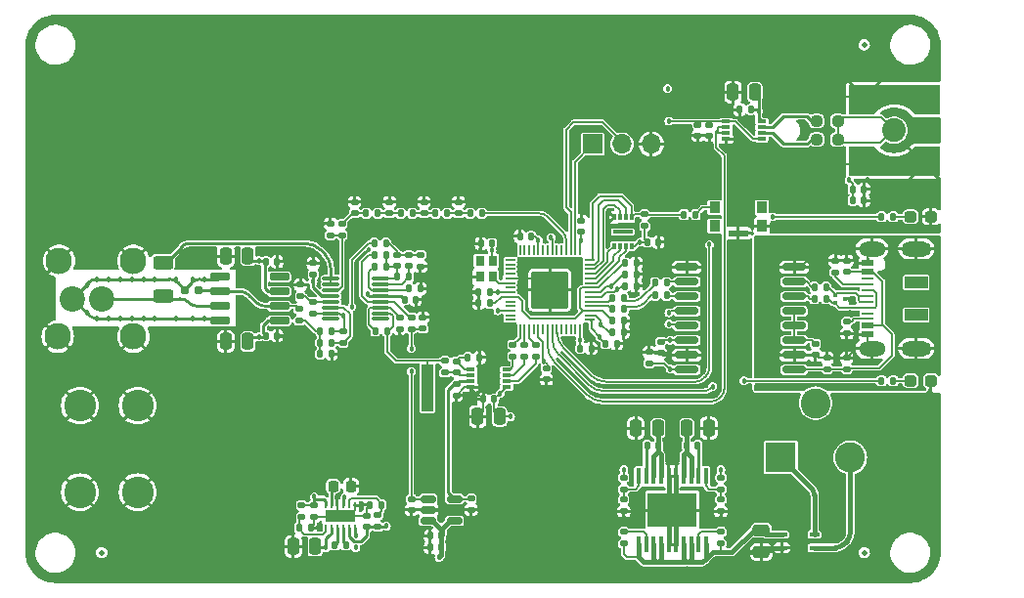
<source format=gtl>
G04 #@! TF.GenerationSoftware,KiCad,Pcbnew,7.0.6-7.0.6~ubuntu20.04.1*
G04 #@! TF.CreationDate,2023-10-16T12:06:55-07:00*
G04 #@! TF.ProjectId,harp_lick_detector_capactive,68617270-5f6c-4696-936b-5f6465746563,rev?*
G04 #@! TF.SameCoordinates,PX640a5a0PY7088980*
G04 #@! TF.FileFunction,Copper,L1,Top*
G04 #@! TF.FilePolarity,Positive*
%FSLAX46Y46*%
G04 Gerber Fmt 4.6, Leading zero omitted, Abs format (unit mm)*
G04 Created by KiCad (PCBNEW 7.0.6-7.0.6~ubuntu20.04.1) date 2023-10-16 12:06:55*
%MOMM*%
%LPD*%
G01*
G04 APERTURE LIST*
G04 Aperture macros list*
%AMRoundRect*
0 Rectangle with rounded corners*
0 $1 Rounding radius*
0 $2 $3 $4 $5 $6 $7 $8 $9 X,Y pos of 4 corners*
0 Add a 4 corners polygon primitive as box body*
4,1,4,$2,$3,$4,$5,$6,$7,$8,$9,$2,$3,0*
0 Add four circle primitives for the rounded corners*
1,1,$1+$1,$2,$3*
1,1,$1+$1,$4,$5*
1,1,$1+$1,$6,$7*
1,1,$1+$1,$8,$9*
0 Add four rect primitives between the rounded corners*
20,1,$1+$1,$2,$3,$4,$5,0*
20,1,$1+$1,$4,$5,$6,$7,0*
20,1,$1+$1,$6,$7,$8,$9,0*
20,1,$1+$1,$8,$9,$2,$3,0*%
%AMFreePoly0*
4,1,40,6.515355,1.015355,6.530000,0.980000,6.530000,-1.460000,6.515355,-1.495355,6.480000,-1.510000,4.370000,-1.510000,4.367882,-1.509122,4.365698,-1.509814,4.350485,-1.501916,4.334645,-1.495355,4.333768,-1.493237,4.331734,-1.492182,4.233315,-1.375157,4.010127,-1.166713,3.760982,-0.990847,3.490207,-0.850543,3.202844,-0.748414,2.904254,-0.686367,2.599999,-0.665555,2.295745,-0.686367,
1.997154,-0.748415,1.709792,-0.850543,1.439022,-0.990844,1.189872,-1.166713,0.966684,-1.375157,0.868266,-1.492182,0.866231,-1.493237,0.865355,-1.495355,0.849514,-1.501916,0.834302,-1.509814,0.832117,-1.509122,0.830000,-1.510000,-1.280000,-1.510000,-1.315355,-1.495355,-1.330000,-1.460000,-1.330000,0.980000,-1.315355,1.015355,-1.280000,1.030000,6.480000,1.030000,6.515355,1.015355,
6.515355,1.015355,$1*%
G04 Aperture macros list end*
G04 #@! TA.AperFunction,ComponentPad*
%ADD10C,2.200000*%
G04 #@! TD*
G04 #@! TA.AperFunction,ComponentPad*
%ADD11C,2.300000*%
G04 #@! TD*
G04 #@! TA.AperFunction,SMDPad,CuDef*
%ADD12RoundRect,0.140000X-0.140000X-0.170000X0.140000X-0.170000X0.140000X0.170000X-0.140000X0.170000X0*%
G04 #@! TD*
G04 #@! TA.AperFunction,SMDPad,CuDef*
%ADD13RoundRect,0.135000X0.185000X-0.135000X0.185000X0.135000X-0.185000X0.135000X-0.185000X-0.135000X0*%
G04 #@! TD*
G04 #@! TA.AperFunction,SMDPad,CuDef*
%ADD14RoundRect,0.237500X0.287500X0.237500X-0.287500X0.237500X-0.287500X-0.237500X0.287500X-0.237500X0*%
G04 #@! TD*
G04 #@! TA.AperFunction,SMDPad,CuDef*
%ADD15RoundRect,0.140000X0.140000X0.170000X-0.140000X0.170000X-0.140000X-0.170000X0.140000X-0.170000X0*%
G04 #@! TD*
G04 #@! TA.AperFunction,ComponentPad*
%ADD16R,2.600000X2.600000*%
G04 #@! TD*
G04 #@! TA.AperFunction,ComponentPad*
%ADD17C,2.600000*%
G04 #@! TD*
G04 #@! TA.AperFunction,SMDPad,CuDef*
%ADD18RoundRect,0.140000X-0.170000X0.140000X-0.170000X-0.140000X0.170000X-0.140000X0.170000X0.140000X0*%
G04 #@! TD*
G04 #@! TA.AperFunction,SMDPad,CuDef*
%ADD19RoundRect,0.250000X-0.475000X0.250000X-0.475000X-0.250000X0.475000X-0.250000X0.475000X0.250000X0*%
G04 #@! TD*
G04 #@! TA.AperFunction,SMDPad,CuDef*
%ADD20RoundRect,0.135000X0.135000X0.185000X-0.135000X0.185000X-0.135000X-0.185000X0.135000X-0.185000X0*%
G04 #@! TD*
G04 #@! TA.AperFunction,SMDPad,CuDef*
%ADD21RoundRect,0.135000X-0.185000X0.135000X-0.185000X-0.135000X0.185000X-0.135000X0.185000X0.135000X0*%
G04 #@! TD*
G04 #@! TA.AperFunction,SMDPad,CuDef*
%ADD22RoundRect,0.135000X-0.135000X-0.185000X0.135000X-0.185000X0.135000X0.185000X-0.135000X0.185000X0*%
G04 #@! TD*
G04 #@! TA.AperFunction,SMDPad,CuDef*
%ADD23R,0.300000X0.300000*%
G04 #@! TD*
G04 #@! TA.AperFunction,SMDPad,CuDef*
%ADD24RoundRect,0.250000X-0.625000X0.312500X-0.625000X-0.312500X0.625000X-0.312500X0.625000X0.312500X0*%
G04 #@! TD*
G04 #@! TA.AperFunction,SMDPad,CuDef*
%ADD25RoundRect,0.140000X0.170000X-0.140000X0.170000X0.140000X-0.170000X0.140000X-0.170000X-0.140000X0*%
G04 #@! TD*
G04 #@! TA.AperFunction,SMDPad,CuDef*
%ADD26R,0.250000X0.500000*%
G04 #@! TD*
G04 #@! TA.AperFunction,ComponentPad*
%ADD27C,0.600000*%
G04 #@! TD*
G04 #@! TA.AperFunction,SMDPad,CuDef*
%ADD28R,2.650000X1.000000*%
G04 #@! TD*
G04 #@! TA.AperFunction,SMDPad,CuDef*
%ADD29RoundRect,0.250000X-0.250000X-0.475000X0.250000X-0.475000X0.250000X0.475000X-0.250000X0.475000X0*%
G04 #@! TD*
G04 #@! TA.AperFunction,SMDPad,CuDef*
%ADD30RoundRect,0.250000X0.250000X0.475000X-0.250000X0.475000X-0.250000X-0.475000X0.250000X-0.475000X0*%
G04 #@! TD*
G04 #@! TA.AperFunction,SMDPad,CuDef*
%ADD31RoundRect,0.150000X-0.725000X-0.150000X0.725000X-0.150000X0.725000X0.150000X-0.725000X0.150000X0*%
G04 #@! TD*
G04 #@! TA.AperFunction,SMDPad,CuDef*
%ADD32R,0.800000X0.300000*%
G04 #@! TD*
G04 #@! TA.AperFunction,SMDPad,CuDef*
%ADD33RoundRect,0.050000X-0.050000X0.387500X-0.050000X-0.387500X0.050000X-0.387500X0.050000X0.387500X0*%
G04 #@! TD*
G04 #@! TA.AperFunction,SMDPad,CuDef*
%ADD34RoundRect,0.050000X-0.387500X0.050000X-0.387500X-0.050000X0.387500X-0.050000X0.387500X0.050000X0*%
G04 #@! TD*
G04 #@! TA.AperFunction,SMDPad,CuDef*
%ADD35RoundRect,0.144000X-1.456000X1.456000X-1.456000X-1.456000X1.456000X-1.456000X1.456000X1.456000X0*%
G04 #@! TD*
G04 #@! TA.AperFunction,SMDPad,CuDef*
%ADD36RoundRect,0.237500X-0.250000X-0.237500X0.250000X-0.237500X0.250000X0.237500X-0.250000X0.237500X0*%
G04 #@! TD*
G04 #@! TA.AperFunction,SMDPad,CuDef*
%ADD37R,2.000000X1.000000*%
G04 #@! TD*
G04 #@! TA.AperFunction,SMDPad,CuDef*
%ADD38R,1.000000X0.520000*%
G04 #@! TD*
G04 #@! TA.AperFunction,SMDPad,CuDef*
%ADD39R,1.000000X0.270000*%
G04 #@! TD*
G04 #@! TA.AperFunction,ComponentPad*
%ADD40O,2.300000X1.300000*%
G04 #@! TD*
G04 #@! TA.AperFunction,ComponentPad*
%ADD41O,2.600000X1.300000*%
G04 #@! TD*
G04 #@! TA.AperFunction,SMDPad,CuDef*
%ADD42R,0.900000X1.000000*%
G04 #@! TD*
G04 #@! TA.AperFunction,SMDPad,CuDef*
%ADD43R,1.700000X0.550000*%
G04 #@! TD*
G04 #@! TA.AperFunction,SMDPad,CuDef*
%ADD44RoundRect,0.075000X-0.650000X-0.075000X0.650000X-0.075000X0.650000X0.075000X-0.650000X0.075000X0*%
G04 #@! TD*
G04 #@! TA.AperFunction,SMDPad,CuDef*
%ADD45R,0.800000X0.900000*%
G04 #@! TD*
G04 #@! TA.AperFunction,SMDPad,CuDef*
%ADD46RoundRect,0.147500X-0.172500X0.147500X-0.172500X-0.147500X0.172500X-0.147500X0.172500X0.147500X0*%
G04 #@! TD*
G04 #@! TA.AperFunction,SMDPad,CuDef*
%ADD47C,0.500000*%
G04 #@! TD*
G04 #@! TA.AperFunction,SMDPad,CuDef*
%ADD48RoundRect,0.150000X0.875000X0.150000X-0.875000X0.150000X-0.875000X-0.150000X0.875000X-0.150000X0*%
G04 #@! TD*
G04 #@! TA.AperFunction,SMDPad,CuDef*
%ADD49C,2.050000*%
G04 #@! TD*
G04 #@! TA.AperFunction,SMDPad,CuDef*
%ADD50FreePoly0,180.000000*%
G04 #@! TD*
G04 #@! TA.AperFunction,SMDPad,CuDef*
%ADD51FreePoly0,0.000000*%
G04 #@! TD*
G04 #@! TA.AperFunction,SMDPad,CuDef*
%ADD52RoundRect,0.147500X0.147500X0.172500X-0.147500X0.172500X-0.147500X-0.172500X0.147500X-0.172500X0*%
G04 #@! TD*
G04 #@! TA.AperFunction,SMDPad,CuDef*
%ADD53R,0.450000X1.450000*%
G04 #@! TD*
G04 #@! TA.AperFunction,SMDPad,CuDef*
%ADD54R,4.200000X3.000000*%
G04 #@! TD*
G04 #@! TA.AperFunction,SMDPad,CuDef*
%ADD55RoundRect,0.160000X-0.197500X-0.160000X0.197500X-0.160000X0.197500X0.160000X-0.197500X0.160000X0*%
G04 #@! TD*
G04 #@! TA.AperFunction,ComponentPad*
%ADD56C,2.750000*%
G04 #@! TD*
G04 #@! TA.AperFunction,SMDPad,CuDef*
%ADD57RoundRect,0.225000X-0.225000X-0.250000X0.225000X-0.250000X0.225000X0.250000X-0.225000X0.250000X0*%
G04 #@! TD*
G04 #@! TA.AperFunction,ComponentPad*
%ADD58R,1.700000X1.700000*%
G04 #@! TD*
G04 #@! TA.AperFunction,ComponentPad*
%ADD59O,1.700000X1.700000*%
G04 #@! TD*
G04 #@! TA.AperFunction,SMDPad,CuDef*
%ADD60R,0.300000X0.600000*%
G04 #@! TD*
G04 #@! TA.AperFunction,SMDPad,CuDef*
%ADD61R,1.700000X0.300000*%
G04 #@! TD*
G04 #@! TA.AperFunction,SMDPad,CuDef*
%ADD62RoundRect,0.100000X0.350000X0.100000X-0.350000X0.100000X-0.350000X-0.100000X0.350000X-0.100000X0*%
G04 #@! TD*
G04 #@! TA.AperFunction,SMDPad,CuDef*
%ADD63RoundRect,0.150000X-0.512500X-0.150000X0.512500X-0.150000X0.512500X0.150000X-0.512500X0.150000X0*%
G04 #@! TD*
G04 #@! TA.AperFunction,TestPad*
%ADD64R,1.000000X4.100000*%
G04 #@! TD*
G04 #@! TA.AperFunction,ComponentPad*
%ADD65C,0.950000*%
G04 #@! TD*
G04 #@! TA.AperFunction,ViaPad*
%ADD66C,0.457200*%
G04 #@! TD*
G04 #@! TA.AperFunction,Conductor*
%ADD67C,0.152400*%
G04 #@! TD*
G04 #@! TA.AperFunction,Conductor*
%ADD68C,0.400000*%
G04 #@! TD*
G04 #@! TA.AperFunction,Conductor*
%ADD69C,0.250000*%
G04 #@! TD*
G04 #@! TA.AperFunction,Conductor*
%ADD70C,0.254000*%
G04 #@! TD*
G04 #@! TA.AperFunction,Conductor*
%ADD71C,0.200000*%
G04 #@! TD*
G04 APERTURE END LIST*
D10*
G04 #@! TO.P,J3,1,In*
G04 #@! TO.N,/Lick Detection Analog Front End/triax_core*
X7000000Y25000000D03*
G04 #@! TO.P,J3,2,Guard*
G04 #@! TO.N,/Lick Detection Analog Front End/triax_inner_shield*
X4460000Y25000000D03*
D11*
G04 #@! TO.P,J3,3,Shield*
G04 #@! TO.N,GND*
X3190000Y21723400D03*
X9743200Y21723400D03*
X3310000Y28276600D03*
X9743200Y28276600D03*
G04 #@! TD*
D12*
G04 #@! TO.P,C6,1*
G04 #@! TO.N,GND*
X39620000Y24600000D03*
G04 #@! TO.P,C6,2*
G04 #@! TO.N,+1V1*
X40580000Y24600000D03*
G04 #@! TD*
G04 #@! TO.P,C30,1*
G04 #@! TO.N,Net-(C30-Pad1)*
X25920000Y22200000D03*
G04 #@! TO.P,C30,2*
G04 #@! TO.N,Net-(C30-Pad2)*
X26880000Y22200000D03*
G04 #@! TD*
D13*
G04 #@! TO.P,R28,1*
G04 #@! TO.N,Net-(U13-SDO)*
X43600000Y19990000D03*
G04 #@! TO.P,R28,2*
G04 #@! TO.N,/Harp Core RP2040 + Isolated USB/PIO_POCI*
X43600000Y21010000D03*
G04 #@! TD*
G04 #@! TO.P,R24,1*
G04 #@! TO.N,GND*
X34600000Y27790000D03*
G04 #@! TO.P,R24,2*
G04 #@! TO.N,Net-(C33-Pad1)*
X34600000Y28810000D03*
G04 #@! TD*
D14*
G04 #@! TO.P,D1,1,K*
G04 #@! TO.N,GND*
X78775000Y17900000D03*
G04 #@! TO.P,D1,2,A*
G04 #@! TO.N,Net-(D1-A)*
X77025000Y17900000D03*
G04 #@! TD*
D12*
G04 #@! TO.P,C21,1*
G04 #@! TO.N,-2V5*
X21220000Y21800000D03*
G04 #@! TO.P,C21,2*
G04 #@! TO.N,GND*
X22180000Y21800000D03*
G04 #@! TD*
D15*
G04 #@! TO.P,C19,1*
G04 #@! TO.N,GND*
X49380000Y20700000D03*
G04 #@! TO.P,C19,2*
G04 #@! TO.N,+3V3*
X48420000Y20700000D03*
G04 #@! TD*
D13*
G04 #@! TO.P,R40,1*
G04 #@! TO.N,GND*
X60600000Y6590000D03*
G04 #@! TO.P,R40,2*
G04 #@! TO.N,Net-(U12-ADJ1)*
X60600000Y7610000D03*
G04 #@! TD*
G04 #@! TO.P,R44,1*
G04 #@! TO.N,Net-(U13-~{CS})*
X42600000Y19990000D03*
G04 #@! TO.P,R44,2*
G04 #@! TO.N,/Harp Core RP2040 + Isolated USB/PIO_CS*
X42600000Y21010000D03*
G04 #@! TD*
D12*
G04 #@! TO.P,C9,1*
G04 #@! TO.N,+1V1*
X51220000Y23100000D03*
G04 #@! TO.P,C9,2*
G04 #@! TO.N,GND*
X52180000Y23100000D03*
G04 #@! TD*
D16*
G04 #@! TO.P,J6,1*
G04 #@! TO.N,+12V*
X65800000Y11250000D03*
D17*
G04 #@! TO.P,J6,2*
G04 #@! TO.N,GND2*
X71800000Y11250000D03*
G04 #@! TO.P,J6,3*
G04 #@! TO.N,unconnected-(J6-Pad3)*
X68800000Y15950000D03*
G04 #@! TD*
D15*
G04 #@! TO.P,C27,1*
G04 #@! TO.N,+5V*
X36380000Y3455000D03*
G04 #@! TO.P,C27,2*
G04 #@! TO.N,GND*
X35420000Y3455000D03*
G04 #@! TD*
D18*
G04 #@! TO.P,C38,1*
G04 #@! TO.N,GND*
X34800000Y23380000D03*
G04 #@! TO.P,C38,2*
G04 #@! TO.N,VREF_1V65*
X34800000Y22420000D03*
G04 #@! TD*
D19*
G04 #@! TO.P,C45,1*
G04 #@! TO.N,IN1*
X64100000Y4950000D03*
G04 #@! TO.P,C45,2*
G04 #@! TO.N,GND*
X64100000Y3050000D03*
G04 #@! TD*
D20*
G04 #@! TO.P,R26,1*
G04 #@! TO.N,Net-(U6D--)*
X33610000Y26900000D03*
G04 #@! TO.P,R26,2*
G04 #@! TO.N,Net-(C33-Pad2)*
X32590000Y26900000D03*
G04 #@! TD*
D21*
G04 #@! TO.P,R38,1*
G04 #@! TO.N,+5V*
X60600000Y9510000D03*
G04 #@! TO.P,R38,2*
G04 #@! TO.N,Net-(U12-ADJ1)*
X60600000Y8490000D03*
G04 #@! TD*
G04 #@! TO.P,R21,1*
G04 #@! TO.N,Net-(U6C-+)*
X33800000Y23410000D03*
G04 #@! TO.P,R21,2*
G04 #@! TO.N,VREF_1V65*
X33800000Y22390000D03*
G04 #@! TD*
D12*
G04 #@! TO.P,C13,1*
G04 #@! TO.N,GND*
X43220000Y30400000D03*
G04 #@! TO.P,C13,2*
G04 #@! TO.N,+3V3*
X44180000Y30400000D03*
G04 #@! TD*
D22*
G04 #@! TO.P,R11,1*
G04 #@! TO.N,Net-(U4-USB_DM)*
X51190000Y24100000D03*
G04 #@! TO.P,R11,2*
G04 #@! TO.N,/Harp Core RP2040 + Isolated USB/DD-*
X52210000Y24100000D03*
G04 #@! TD*
D12*
G04 #@! TO.P,C8,1*
G04 #@! TO.N,+3V3*
X72020000Y33500000D03*
G04 #@! TO.P,C8,2*
G04 #@! TO.N,GND*
X72980000Y33500000D03*
G04 #@! TD*
D23*
G04 #@! TO.P,U2,1,D+*
G04 #@! TO.N,/Harp Core RP2040 + Isolated USB/D+*
X70475000Y25350000D03*
G04 #@! TO.P,U2,2,D-*
G04 #@! TO.N,/Harp Core RP2040 + Isolated USB/D-*
X70475000Y24650000D03*
G04 #@! TO.P,U2,3,GND*
G04 #@! TO.N,GND1*
X71325000Y25000000D03*
G04 #@! TD*
D15*
G04 #@! TO.P,C41,1*
G04 #@! TO.N,Net-(U11-C+)*
X28130000Y3650000D03*
G04 #@! TO.P,C41,2*
G04 #@! TO.N,Net-(U11-C-)*
X27170000Y3650000D03*
G04 #@! TD*
D13*
G04 #@! TO.P,R29,1*
G04 #@! TO.N,Net-(U13-SCLK)*
X44600000Y19990000D03*
G04 #@! TO.P,R29,2*
G04 #@! TO.N,/Harp Core RP2040 + Isolated USB/PIO_SCK*
X44600000Y21010000D03*
G04 #@! TD*
D21*
G04 #@! TO.P,R39,1*
G04 #@! TO.N,+3V3*
X52200000Y9510000D03*
G04 #@! TO.P,R39,2*
G04 #@! TO.N,Net-(U12-ADJ2)*
X52200000Y8490000D03*
G04 #@! TD*
D24*
G04 #@! TO.P,R14,1*
G04 #@! TO.N,/100KHz Sine Wave/VSINE*
X12300000Y28150000D03*
G04 #@! TO.P,R14,2*
G04 #@! TO.N,/Lick Detection Analog Front End/triax_core*
X12300000Y25225000D03*
G04 #@! TD*
D25*
G04 #@! TO.P,C28,1*
G04 #@! TO.N,GND*
X39000000Y6720000D03*
G04 #@! TO.P,C28,2*
G04 #@! TO.N,VREF_3V3*
X39000000Y7680000D03*
G04 #@! TD*
G04 #@! TO.P,C56,1*
G04 #@! TO.N,VBUS*
X71500000Y18920000D03*
G04 #@! TO.P,C56,2*
G04 #@! TO.N,GND1*
X71500000Y19880000D03*
G04 #@! TD*
D26*
G04 #@! TO.P,U11,1,PGOOD*
G04 #@! TO.N,GND*
X28900000Y7100000D03*
G04 #@! TO.P,U11,2,FB+*
G04 #@! TO.N,Net-(U11-FB+)*
X28400000Y7100000D03*
G04 #@! TO.P,U11,3,VIN*
G04 #@! TO.N,+5V*
X27900000Y7100000D03*
G04 #@! TO.P,U11,4,GND*
G04 #@! TO.N,GND*
X27400000Y7100000D03*
G04 #@! TO.P,U11,5,CP*
G04 #@! TO.N,Net-(U11-CP)*
X26900000Y7100000D03*
G04 #@! TO.P,U11,6,OUT-*
G04 #@! TO.N,-2V5*
X26400000Y7100000D03*
G04 #@! TO.P,U11,7,FB-*
G04 #@! TO.N,Net-(U11-FB-)*
X26400000Y5200000D03*
G04 #@! TO.P,U11,8,EN-*
G04 #@! TO.N,+5V*
X26900000Y5200000D03*
G04 #@! TO.P,U11,9,C-*
G04 #@! TO.N,Net-(U11-C-)*
X27400000Y5200000D03*
G04 #@! TO.P,U11,10,C+*
G04 #@! TO.N,Net-(U11-C+)*
X27900000Y5200000D03*
G04 #@! TO.P,U11,11,OUT+*
G04 #@! TO.N,+2V5*
X28400000Y5200000D03*
G04 #@! TO.P,U11,12,EN+*
G04 #@! TO.N,+5V*
X28900000Y5200000D03*
D27*
G04 #@! TO.P,U11,13,PAD*
G04 #@! TO.N,GND*
X28650000Y6150000D03*
X27650000Y6150000D03*
D28*
X27650000Y6150000D03*
D27*
X26650000Y6150000D03*
G04 #@! TD*
D29*
G04 #@! TO.P,C22,1*
G04 #@! TO.N,GND*
X17750000Y28700000D03*
G04 #@! TO.P,C22,2*
G04 #@! TO.N,+2V5*
X19650000Y28700000D03*
G04 #@! TD*
D30*
G04 #@! TO.P,C40,1*
G04 #@! TO.N,+5V*
X25480000Y3550000D03*
G04 #@! TO.P,C40,2*
G04 #@! TO.N,GND*
X23580000Y3550000D03*
G04 #@! TD*
D25*
G04 #@! TO.P,C54,1*
G04 #@! TO.N,GND*
X59600000Y39120000D03*
G04 #@! TO.P,C54,2*
G04 #@! TO.N,+3V3*
X59600000Y40080000D03*
G04 #@! TD*
D13*
G04 #@! TO.P,R3,1*
G04 #@! TO.N,Net-(J5-CC2)*
X70500000Y27290000D03*
G04 #@! TO.P,R3,2*
G04 #@! TO.N,GND1*
X70500000Y28310000D03*
G04 #@! TD*
D18*
G04 #@! TO.P,C24,1*
G04 #@! TO.N,GND*
X25300000Y28080000D03*
G04 #@! TO.P,C24,2*
G04 #@! TO.N,+2V5*
X25300000Y27120000D03*
G04 #@! TD*
D31*
G04 #@! TO.P,U7,1,NC*
G04 #@! TO.N,/Lick Detection Analog Front End/triax_inner_shield*
X17225000Y26905000D03*
G04 #@! TO.P,U7,2,-*
G04 #@! TO.N,Net-(U7--)*
X17225000Y25635000D03*
G04 #@! TO.P,U7,3,+*
G04 #@! TO.N,/Lick Detection Analog Front End/triax_core*
X17225000Y24365000D03*
G04 #@! TO.P,U7,4,NC*
G04 #@! TO.N,/Lick Detection Analog Front End/triax_inner_shield*
X17225000Y23095000D03*
G04 #@! TO.P,U7,5,V-*
G04 #@! TO.N,-2V5*
X22375000Y23095000D03*
G04 #@! TO.P,U7,6*
G04 #@! TO.N,Net-(U7--)*
X22375000Y24365000D03*
G04 #@! TO.P,U7,7,V+*
G04 #@! TO.N,+2V5*
X22375000Y25635000D03*
G04 #@! TO.P,U7,8,~{SHDN}*
G04 #@! TO.N,unconnected-(U7-~{SHDN}-Pad8)*
X22375000Y26905000D03*
G04 #@! TD*
D32*
G04 #@! TO.P,U1,1,VCCA*
G04 #@! TO.N,+3V3*
X61050000Y40350000D03*
G04 #@! TO.P,U1,2,1A*
G04 #@! TO.N,/Harp Core RP2040 + Isolated USB/TTL_OUT*
X61050000Y39850000D03*
G04 #@! TO.P,U1,3,2A*
X61050000Y39350000D03*
G04 #@! TO.P,U1,4,GND*
G04 #@! TO.N,GND*
X61050000Y38850000D03*
G04 #@! TO.P,U1,5,DIR*
G04 #@! TO.N,+3V3*
X64150000Y38850000D03*
G04 #@! TO.P,U1,6,2B*
G04 #@! TO.N,Net-(U1-2B)*
X64150000Y39350000D03*
G04 #@! TO.P,U1,7,1B*
G04 #@! TO.N,Net-(U1-1B)*
X64150000Y39850000D03*
G04 #@! TO.P,U1,8,VCCB*
G04 #@! TO.N,+5V*
X64150000Y40350000D03*
G04 #@! TD*
D20*
G04 #@! TO.P,R47,1*
G04 #@! TO.N,GND*
X34610000Y25900000D03*
G04 #@! TO.P,R47,2*
G04 #@! TO.N,Net-(U6D-+)*
X33590000Y25900000D03*
G04 #@! TD*
D21*
G04 #@! TO.P,R46,1*
G04 #@! TO.N,GND*
X24200000Y26210000D03*
G04 #@! TO.P,R46,2*
G04 #@! TO.N,Net-(U6B-+)*
X24200000Y25190000D03*
G04 #@! TD*
D33*
G04 #@! TO.P,U4,1,IOVDD*
G04 #@! TO.N,+3V3*
X48400000Y29200000D03*
G04 #@! TO.P,U4,2,GPIO0*
G04 #@! TO.N,/Harp Core RP2040 + Isolated USB/UART0_TXD*
X48000000Y29200000D03*
G04 #@! TO.P,U4,3,GPIO1*
G04 #@! TO.N,/Harp Core RP2040 + Isolated USB/UART0_RXD*
X47600000Y29200000D03*
G04 #@! TO.P,U4,4,GPIO2*
G04 #@! TO.N,/100KHz Sine Wave/100KHZ_SQ_WAVE_IN*
X47200000Y29200000D03*
G04 #@! TO.P,U4,5,GPIO3*
G04 #@! TO.N,unconnected-(U4-GPIO3-Pad5)*
X46800000Y29200000D03*
G04 #@! TO.P,U4,6,GPIO4*
G04 #@! TO.N,unconnected-(U4-GPIO4-Pad6)*
X46400000Y29200000D03*
G04 #@! TO.P,U4,7,GPIO5*
G04 #@! TO.N,/Harp Core RP2040 + Isolated USB/HARP_CLK_SYNC*
X46000000Y29200000D03*
G04 #@! TO.P,U4,8,GPIO6*
G04 #@! TO.N,unconnected-(U4-GPIO6-Pad8)*
X45600000Y29200000D03*
G04 #@! TO.P,U4,9,GPIO7*
G04 #@! TO.N,unconnected-(U4-GPIO7-Pad9)*
X45200000Y29200000D03*
G04 #@! TO.P,U4,10,IOVDD*
G04 #@! TO.N,+3V3*
X44800000Y29200000D03*
G04 #@! TO.P,U4,11,GPIO8*
G04 #@! TO.N,unconnected-(U4-GPIO8-Pad11)*
X44400000Y29200000D03*
G04 #@! TO.P,U4,12,GPIO9*
G04 #@! TO.N,unconnected-(U4-GPIO9-Pad12)*
X44000000Y29200000D03*
G04 #@! TO.P,U4,13,GPIO10*
G04 #@! TO.N,unconnected-(U4-GPIO10-Pad13)*
X43600000Y29200000D03*
G04 #@! TO.P,U4,14,GPIO11*
G04 #@! TO.N,unconnected-(U4-GPIO11-Pad14)*
X43200000Y29200000D03*
D34*
G04 #@! TO.P,U4,15,GPIO12*
G04 #@! TO.N,unconnected-(U4-GPIO12-Pad15)*
X42362500Y28362500D03*
G04 #@! TO.P,U4,16,GPIO13*
G04 #@! TO.N,unconnected-(U4-GPIO13-Pad16)*
X42362500Y27962500D03*
G04 #@! TO.P,U4,17,GPIO14*
G04 #@! TO.N,unconnected-(U4-GPIO14-Pad17)*
X42362500Y27562500D03*
G04 #@! TO.P,U4,18,GPIO15*
G04 #@! TO.N,unconnected-(U4-GPIO15-Pad18)*
X42362500Y27162500D03*
G04 #@! TO.P,U4,19,TESTEN*
G04 #@! TO.N,GND*
X42362500Y26762500D03*
G04 #@! TO.P,U4,20,XIN*
G04 #@! TO.N,Net-(U4-XIN)*
X42362500Y26362500D03*
G04 #@! TO.P,U4,21,XOUT*
G04 #@! TO.N,unconnected-(U4-XOUT-Pad21)*
X42362500Y25962500D03*
G04 #@! TO.P,U4,22,IOVDD*
G04 #@! TO.N,+3V3*
X42362500Y25562500D03*
G04 #@! TO.P,U4,23,DVDD*
G04 #@! TO.N,+1V1*
X42362500Y25162500D03*
G04 #@! TO.P,U4,24,SWCLK*
G04 #@! TO.N,unconnected-(U4-SWCLK-Pad24)*
X42362500Y24762500D03*
G04 #@! TO.P,U4,25,SWD*
G04 #@! TO.N,unconnected-(U4-SWD-Pad25)*
X42362500Y24362500D03*
G04 #@! TO.P,U4,26,RUN*
G04 #@! TO.N,+3V3*
X42362500Y23962500D03*
G04 #@! TO.P,U4,27,GPIO16*
G04 #@! TO.N,unconnected-(U4-GPIO16-Pad27)*
X42362500Y23562500D03*
G04 #@! TO.P,U4,28,GPIO17*
G04 #@! TO.N,unconnected-(U4-GPIO17-Pad28)*
X42362500Y23162500D03*
D33*
G04 #@! TO.P,U4,29,GPIO18*
G04 #@! TO.N,/Harp Core RP2040 + Isolated USB/PIO_CS*
X43200000Y22325000D03*
G04 #@! TO.P,U4,30,GPIO19*
G04 #@! TO.N,/Harp Core RP2040 + Isolated USB/PIO_POCI*
X43600000Y22325000D03*
G04 #@! TO.P,U4,31,GPIO20*
G04 #@! TO.N,/Harp Core RP2040 + Isolated USB/PIO_SCK*
X44000000Y22325000D03*
G04 #@! TO.P,U4,32,GPIO21*
G04 #@! TO.N,unconnected-(U4-GPIO21-Pad32)*
X44400000Y22325000D03*
G04 #@! TO.P,U4,33,IOVDD*
G04 #@! TO.N,+3V3*
X44800000Y22325000D03*
G04 #@! TO.P,U4,34,GPIO22*
G04 #@! TO.N,unconnected-(U4-GPIO22-Pad34)*
X45200000Y22325000D03*
G04 #@! TO.P,U4,35,GPIO23*
G04 #@! TO.N,/Harp Core RP2040 + Isolated USB/TTL_OUT*
X45600000Y22325000D03*
G04 #@! TO.P,U4,36,GPIO24*
G04 #@! TO.N,Net-(U4-GPIO24)*
X46000000Y22325000D03*
G04 #@! TO.P,U4,37,GPIO25*
G04 #@! TO.N,Net-(U4-GPIO25)*
X46400000Y22325000D03*
G04 #@! TO.P,U4,38,GPIO26_ADC0*
G04 #@! TO.N,unconnected-(U4-GPIO26_ADC0-Pad38)*
X46800000Y22325000D03*
G04 #@! TO.P,U4,39,GPIO27_ADC1*
G04 #@! TO.N,unconnected-(U4-GPIO27_ADC1-Pad39)*
X47200000Y22325000D03*
G04 #@! TO.P,U4,40,GPIO28_ADC2*
G04 #@! TO.N,unconnected-(U4-GPIO28_ADC2-Pad40)*
X47600000Y22325000D03*
G04 #@! TO.P,U4,41,GPIO29_ADC3*
G04 #@! TO.N,unconnected-(U4-GPIO29_ADC3-Pad41)*
X48000000Y22325000D03*
G04 #@! TO.P,U4,42,IOVDD*
G04 #@! TO.N,+3V3*
X48400000Y22325000D03*
D34*
G04 #@! TO.P,U4,43,ADC_AVDD*
X49237500Y23162500D03*
G04 #@! TO.P,U4,44,VREG_IN*
X49237500Y23562500D03*
G04 #@! TO.P,U4,45,VREG_VOUT*
G04 #@! TO.N,+1V1*
X49237500Y23962500D03*
G04 #@! TO.P,U4,46,USB_DM*
G04 #@! TO.N,Net-(U4-USB_DM)*
X49237500Y24362500D03*
G04 #@! TO.P,U4,47,USB_DP*
G04 #@! TO.N,Net-(U4-USB_DP)*
X49237500Y24762500D03*
G04 #@! TO.P,U4,48,USB_VDD*
G04 #@! TO.N,+3V3*
X49237500Y25162500D03*
G04 #@! TO.P,U4,49,IOVDD*
X49237500Y25562500D03*
G04 #@! TO.P,U4,50,DVDD*
G04 #@! TO.N,+1V1*
X49237500Y25962500D03*
G04 #@! TO.P,U4,51,QSPI_SD3*
G04 #@! TO.N,/Harp Core RP2040 + Isolated USB/QSPI_D3*
X49237500Y26362500D03*
G04 #@! TO.P,U4,52,QSPI_SCLK*
G04 #@! TO.N,/Harp Core RP2040 + Isolated USB/QSPI_CLK*
X49237500Y26762500D03*
G04 #@! TO.P,U4,53,QSPI_SD0*
G04 #@! TO.N,/Harp Core RP2040 + Isolated USB/QSPI_D0*
X49237500Y27162500D03*
G04 #@! TO.P,U4,54,QSPI_SD2*
G04 #@! TO.N,/Harp Core RP2040 + Isolated USB/QSPI_D2*
X49237500Y27562500D03*
G04 #@! TO.P,U4,55,QSPI_SD1*
G04 #@! TO.N,/Harp Core RP2040 + Isolated USB/QSPI_D1*
X49237500Y27962500D03*
G04 #@! TO.P,U4,56,QSPI_SS*
G04 #@! TO.N,/Harp Core RP2040 + Isolated USB/QSPI_CS*
X49237500Y28362500D03*
D27*
G04 #@! TO.P,U4,57,GND*
G04 #@! TO.N,GND*
X47075000Y27037500D03*
X45800000Y27037500D03*
X44525000Y27037500D03*
X47075000Y25762500D03*
X45800000Y25762500D03*
D35*
X45800000Y25762500D03*
D27*
X44525000Y25762500D03*
X47075000Y24487500D03*
X45800000Y24487500D03*
X44525000Y24487500D03*
G04 #@! TD*
D25*
G04 #@! TO.P,C3,1*
G04 #@! TO.N,GND*
X55400000Y20320000D03*
G04 #@! TO.P,C3,2*
G04 #@! TO.N,+3V3*
X55400000Y21280000D03*
G04 #@! TD*
D36*
G04 #@! TO.P,R30,1*
G04 #@! TO.N,Net-(U1-1B)*
X68887500Y40400000D03*
G04 #@! TO.P,R30,2*
G04 #@! TO.N,Net-(J7-In)*
X70712500Y40400000D03*
G04 #@! TD*
D37*
G04 #@! TO.P,J5,*
G04 #@! TO.N,*
X77500000Y23600000D03*
X77500000Y26400000D03*
D38*
G04 #@! TO.P,J5,A1,GND*
G04 #@! TO.N,GND1*
X73300000Y21900000D03*
G04 #@! TO.P,J5,A4,VBUS*
G04 #@! TO.N,VBUS*
X73300000Y22650000D03*
D39*
G04 #@! TO.P,J5,A5,CC1*
G04 #@! TO.N,Net-(J5-CC1)*
X73300000Y23250000D03*
G04 #@! TO.P,J5,A6,D+*
G04 #@! TO.N,/Harp Core RP2040 + Isolated USB/D+*
X73300000Y24750000D03*
G04 #@! TO.P,J5,A7,D-*
G04 #@! TO.N,/Harp Core RP2040 + Isolated USB/D-*
X73300000Y25750000D03*
G04 #@! TO.P,J5,A8,SBU1*
G04 #@! TO.N,unconnected-(J5-SBU1-PadA8)*
X73300000Y26750000D03*
D38*
G04 #@! TO.P,J5,A9,VBUS*
G04 #@! TO.N,VBUS*
X73300000Y27350000D03*
G04 #@! TO.P,J5,A12,GND*
G04 #@! TO.N,GND1*
X73300000Y28100000D03*
G04 #@! TO.P,J5,B1,GND*
X73300000Y28100000D03*
G04 #@! TO.P,J5,B4,VBUS*
G04 #@! TO.N,VBUS*
X73300000Y27350000D03*
D39*
G04 #@! TO.P,J5,B5,CC2*
G04 #@! TO.N,Net-(J5-CC2)*
X73300000Y26250000D03*
G04 #@! TO.P,J5,B6,D+*
G04 #@! TO.N,/Harp Core RP2040 + Isolated USB/D+*
X73300000Y25250000D03*
G04 #@! TO.P,J5,B7,D-*
G04 #@! TO.N,/Harp Core RP2040 + Isolated USB/D-*
X73300000Y24250000D03*
G04 #@! TO.P,J5,B8,SBU2*
G04 #@! TO.N,unconnected-(J5-SBU2-PadB8)*
X73300000Y23750000D03*
D38*
G04 #@! TO.P,J5,B9,VBUS*
G04 #@! TO.N,VBUS*
X73300000Y22650000D03*
G04 #@! TO.P,J5,B12,GND*
G04 #@! TO.N,GND1*
X73300000Y21900000D03*
D40*
G04 #@! TO.P,J5,S1,SHIELD*
X73675000Y20680000D03*
D41*
X77500000Y20680000D03*
D40*
X73675000Y29320000D03*
D41*
X77500000Y29320000D03*
G04 #@! TD*
D20*
G04 #@! TO.P,R22,1*
G04 #@! TO.N,Net-(R22-Pad1)*
X31710000Y22200000D03*
G04 #@! TO.P,R22,2*
G04 #@! TO.N,Net-(U6C--)*
X30690000Y22200000D03*
G04 #@! TD*
D30*
G04 #@! TO.P,C23,1*
G04 #@! TO.N,-2V5*
X19650000Y21300000D03*
G04 #@! TO.P,C23,2*
G04 #@! TO.N,GND*
X17750000Y21300000D03*
G04 #@! TD*
D20*
G04 #@! TO.P,R7,1*
G04 #@! TO.N,Net-(U3-DD-)*
X55910000Y25300000D03*
G04 #@! TO.P,R7,2*
G04 #@! TO.N,/Harp Core RP2040 + Isolated USB/DD-*
X54890000Y25300000D03*
G04 #@! TD*
D42*
G04 #@! TO.P,SW1,1*
G04 #@! TO.N,unconnected-(SW1-Pad1)*
X60050000Y31300000D03*
G04 #@! TO.P,SW1,2*
G04 #@! TO.N,/Harp Core RP2040 + Isolated USB/USB_Boot*
X60050000Y32900000D03*
G04 #@! TO.P,SW1,3*
G04 #@! TO.N,unconnected-(SW1-Pad3)*
X64150000Y32900000D03*
G04 #@! TO.P,SW1,4*
G04 #@! TO.N,GND*
X64150000Y31300000D03*
D43*
G04 #@! TO.P,SW1,SH*
X62100000Y30675000D03*
G04 #@! TD*
D25*
G04 #@! TO.P,C2,1*
G04 #@! TO.N,GND1*
X68800000Y20120000D03*
G04 #@! TO.P,C2,2*
G04 #@! TO.N,/Harp Core RP2040 + Isolated USB/VDD1*
X68800000Y21080000D03*
G04 #@! TD*
D20*
G04 #@! TO.P,R17,1*
G04 #@! TO.N,Net-(C36-Pad1)*
X33910000Y32400000D03*
G04 #@! TO.P,R17,2*
G04 #@! TO.N,Net-(C57-Pad1)*
X32890000Y32400000D03*
G04 #@! TD*
D44*
G04 #@! TO.P,U6,1*
G04 #@! TO.N,/100KHz Sine Wave/VSINE*
X26850000Y26750000D03*
G04 #@! TO.P,U6,2,-*
X26850000Y26250000D03*
G04 #@! TO.P,U6,3,+*
G04 #@! TO.N,Net-(U6A-+)*
X26850000Y25750000D03*
G04 #@! TO.P,U6,4,V+*
G04 #@! TO.N,+2V5*
X26850000Y25250000D03*
G04 #@! TO.P,U6,5,+*
G04 #@! TO.N,Net-(U6B-+)*
X26850000Y24750000D03*
G04 #@! TO.P,U6,6,-*
G04 #@! TO.N,Net-(U6B--)*
X26850000Y24250000D03*
G04 #@! TO.P,U6,7*
G04 #@! TO.N,Net-(C30-Pad2)*
X26850000Y23750000D03*
G04 #@! TO.P,U6,8,NC*
G04 #@! TO.N,unconnected-(U6E-NC-Pad8)*
X26850000Y23250000D03*
G04 #@! TO.P,U6,9,NC*
G04 #@! TO.N,unconnected-(U6E-NC-Pad9)*
X31150000Y23250000D03*
G04 #@! TO.P,U6,10*
G04 #@! TO.N,Net-(R22-Pad1)*
X31150000Y23750000D03*
G04 #@! TO.P,U6,11,-*
G04 #@! TO.N,Net-(U6C--)*
X31150000Y24250000D03*
G04 #@! TO.P,U6,12,+*
G04 #@! TO.N,Net-(U6C-+)*
X31150000Y24750000D03*
G04 #@! TO.P,U6,13,V-*
G04 #@! TO.N,-2V5*
X31150000Y25250000D03*
G04 #@! TO.P,U6,14,+*
G04 #@! TO.N,Net-(U6D-+)*
X31150000Y25750000D03*
G04 #@! TO.P,U6,15,-*
G04 #@! TO.N,Net-(U6D--)*
X31150000Y26250000D03*
G04 #@! TO.P,U6,16*
G04 #@! TO.N,Net-(C33-Pad2)*
X31150000Y26750000D03*
G04 #@! TD*
D13*
G04 #@! TO.P,R32,1*
G04 #@! TO.N,+2V5*
X30900000Y5240000D03*
G04 #@! TO.P,R32,2*
G04 #@! TO.N,Net-(U11-FB+)*
X30900000Y6260000D03*
G04 #@! TD*
D45*
G04 #@! TO.P,X1,1,Tri-State*
G04 #@! TO.N,unconnected-(X1-Tri-State-Pad1)*
X39750000Y28300000D03*
G04 #@! TO.P,X1,2,GND*
G04 #@! TO.N,GND*
X39750000Y26900000D03*
G04 #@! TO.P,X1,3,OUT*
G04 #@! TO.N,Net-(U4-XIN)*
X40850000Y26900000D03*
G04 #@! TO.P,X1,4,VDD*
G04 #@! TO.N,+3V3*
X40850000Y28300000D03*
G04 #@! TD*
D25*
G04 #@! TO.P,C52,1*
G04 #@! TO.N,Net-(U13-AINP)*
X37700000Y18620000D03*
G04 #@! TO.P,C52,2*
G04 #@! TO.N,Net-(U13-AINM)*
X37700000Y19580000D03*
G04 #@! TD*
D20*
G04 #@! TO.P,R6,1*
G04 #@! TO.N,Net-(U3-DD+)*
X55910000Y26400000D03*
G04 #@! TO.P,R6,2*
G04 #@! TO.N,/Harp Core RP2040 + Isolated USB/DD+*
X54890000Y26400000D03*
G04 #@! TD*
D22*
G04 #@! TO.P,R12,1*
G04 #@! TO.N,Net-(U4-GPIO24)*
X74490000Y17900000D03*
G04 #@! TO.P,R12,2*
G04 #@! TO.N,Net-(D1-A)*
X75510000Y17900000D03*
G04 #@! TD*
D25*
G04 #@! TO.P,C50,1*
G04 #@! TO.N,GND*
X37700000Y16620000D03*
G04 #@! TO.P,C50,2*
G04 #@! TO.N,VREF_3V3*
X37700000Y17580000D03*
G04 #@! TD*
D46*
G04 #@! TO.P,D3,1,A1*
G04 #@! TO.N,GND1*
X71500000Y28285000D03*
G04 #@! TO.P,D3,2,A2*
G04 #@! TO.N,VBUS*
X71500000Y27315000D03*
G04 #@! TD*
D15*
G04 #@! TO.P,C14,1*
G04 #@! TO.N,GND*
X53280000Y26100000D03*
G04 #@! TO.P,C14,2*
G04 #@! TO.N,+3V3*
X52320000Y26100000D03*
G04 #@! TD*
D25*
G04 #@! TO.P,C44,1*
G04 #@! TO.N,GND*
X25350000Y6120000D03*
G04 #@! TO.P,C44,2*
G04 #@! TO.N,-2V5*
X25350000Y7080000D03*
G04 #@! TD*
D21*
G04 #@! TO.P,R52,1*
G04 #@! TO.N,Net-(U6C--)*
X32800000Y23410000D03*
G04 #@! TO.P,R52,2*
G04 #@! TO.N,GND*
X32800000Y22390000D03*
G04 #@! TD*
D20*
G04 #@! TO.P,R4,1*
G04 #@! TO.N,/Harp Core RP2040 + Isolated USB/D+*
X69710000Y26000000D03*
G04 #@! TO.P,R4,2*
G04 #@! TO.N,Net-(U3-UD+)*
X68690000Y26000000D03*
G04 #@! TD*
D14*
G04 #@! TO.P,D2,1,K*
G04 #@! TO.N,GND*
X78775000Y32100000D03*
G04 #@! TO.P,D2,2,A*
G04 #@! TO.N,Net-(D2-A)*
X77025000Y32100000D03*
G04 #@! TD*
D15*
G04 #@! TO.P,C18,1*
G04 #@! TO.N,GND*
X53280000Y27100000D03*
G04 #@! TO.P,C18,2*
G04 #@! TO.N,+3V3*
X52320000Y27100000D03*
G04 #@! TD*
D12*
G04 #@! TO.P,C10,1*
G04 #@! TO.N,+3V3*
X51220000Y22100000D03*
G04 #@! TO.P,C10,2*
G04 #@! TO.N,GND*
X52180000Y22100000D03*
G04 #@! TD*
D21*
G04 #@! TO.P,R27,1*
G04 #@! TO.N,Net-(U6B-+)*
X25300000Y24710000D03*
G04 #@! TO.P,R27,2*
G04 #@! TO.N,Net-(C30-Pad2)*
X25300000Y23690000D03*
G04 #@! TD*
G04 #@! TO.P,R18,1*
G04 #@! TO.N,Net-(U7--)*
X24100000Y24110000D03*
G04 #@! TO.P,R18,2*
G04 #@! TO.N,Net-(C30-Pad1)*
X24100000Y23090000D03*
G04 #@! TD*
D20*
G04 #@! TO.P,R5,1*
G04 #@! TO.N,/Harp Core RP2040 + Isolated USB/D-*
X69710000Y25000000D03*
G04 #@! TO.P,R5,2*
G04 #@! TO.N,Net-(U3-UD-)*
X68690000Y25000000D03*
G04 #@! TD*
D25*
G04 #@! TO.P,C59,1*
G04 #@! TO.N,GND*
X33800000Y6700000D03*
G04 #@! TO.P,C59,2*
G04 #@! TO.N,VREF_1V65*
X33800000Y7660000D03*
G04 #@! TD*
D20*
G04 #@! TO.P,R16,1*
G04 #@! TO.N,Net-(C35-Pad1)*
X36910000Y32400000D03*
G04 #@! TO.P,R16,2*
G04 #@! TO.N,Net-(C36-Pad1)*
X35890000Y32400000D03*
G04 #@! TD*
D30*
G04 #@! TO.P,C48,1*
G04 #@! TO.N,+3V3*
X55150000Y13800000D03*
G04 #@! TO.P,C48,2*
G04 #@! TO.N,GND*
X53250000Y13800000D03*
G04 #@! TD*
D22*
G04 #@! TO.P,R23,1*
G04 #@! TO.N,Net-(C30-Pad2)*
X30590000Y29800000D03*
G04 #@! TO.P,R23,2*
G04 #@! TO.N,Net-(C33-Pad1)*
X31610000Y29800000D03*
G04 #@! TD*
D12*
G04 #@! TO.P,C51,1*
G04 #@! TO.N,GND*
X40020000Y16300000D03*
G04 #@! TO.P,C51,2*
G04 #@! TO.N,+3V3*
X40980000Y16300000D03*
G04 #@! TD*
D18*
G04 #@! TO.P,C37,1*
G04 #@! TO.N,GND1*
X69800000Y19880000D03*
G04 #@! TO.P,C37,2*
G04 #@! TO.N,VBUS*
X69800000Y18920000D03*
G04 #@! TD*
D21*
G04 #@! TO.P,R9,1*
G04 #@! TO.N,/Harp Core RP2040 + Isolated USB/QSPI_CS*
X54000000Y32310000D03*
G04 #@! TO.P,R9,2*
G04 #@! TO.N,+3V3*
X54000000Y31290000D03*
G04 #@! TD*
D47*
G04 #@! TO.P,FID2,*
G04 #@! TO.N,*
X73000000Y3000000D03*
G04 #@! TD*
D15*
G04 #@! TO.P,C1,1*
G04 #@! TO.N,GND*
X55180000Y29900000D03*
G04 #@! TO.P,C1,2*
G04 #@! TO.N,+3V3*
X54220000Y29900000D03*
G04 #@! TD*
D12*
G04 #@! TO.P,C31,1*
G04 #@! TO.N,Net-(C30-Pad1)*
X25920000Y21200000D03*
G04 #@! TO.P,C31,2*
G04 #@! TO.N,Net-(U6B--)*
X26880000Y21200000D03*
G04 #@! TD*
D25*
G04 #@! TO.P,C35,1*
G04 #@! TO.N,Net-(C35-Pad1)*
X37900000Y32420000D03*
G04 #@! TO.P,C35,2*
G04 #@! TO.N,GND*
X37900000Y33380000D03*
G04 #@! TD*
D30*
G04 #@! TO.P,C11,1*
G04 #@! TO.N,+3V3*
X41450000Y14800000D03*
G04 #@! TO.P,C11,2*
G04 #@! TO.N,GND*
X39550000Y14800000D03*
G04 #@! TD*
G04 #@! TO.P,C39,1*
G04 #@! TO.N,+5V*
X63550000Y42900000D03*
G04 #@! TO.P,C39,2*
G04 #@! TO.N,GND*
X61650000Y42900000D03*
G04 #@! TD*
D13*
G04 #@! TO.P,R41,1*
G04 #@! TO.N,GND*
X52200000Y6590000D03*
G04 #@! TO.P,R41,2*
G04 #@! TO.N,Net-(U12-ADJ2)*
X52200000Y7610000D03*
G04 #@! TD*
D18*
G04 #@! TO.P,C12,1*
G04 #@! TO.N,GND*
X48500000Y31780000D03*
G04 #@! TO.P,C12,2*
G04 #@! TO.N,+3V3*
X48500000Y30820000D03*
G04 #@! TD*
D12*
G04 #@! TO.P,C15,1*
G04 #@! TO.N,GND*
X39620000Y25600000D03*
G04 #@! TO.P,C15,2*
G04 #@! TO.N,+3V3*
X40580000Y25600000D03*
G04 #@! TD*
D48*
G04 #@! TO.P,U3,1,VBUS1*
G04 #@! TO.N,VBUS*
X66950000Y18855000D03*
G04 #@! TO.P,U3,2,GND1*
G04 #@! TO.N,GND1*
X66950000Y20125000D03*
G04 #@! TO.P,U3,3,VDD1*
G04 #@! TO.N,/Harp Core RP2040 + Isolated USB/VDD1*
X66950000Y21395000D03*
G04 #@! TO.P,U3,4,PDEN*
X66950000Y22665000D03*
G04 #@! TO.P,U3,5,SPU*
X66950000Y23935000D03*
G04 #@! TO.P,U3,6,UD-*
G04 #@! TO.N,Net-(U3-UD-)*
X66950000Y25205000D03*
G04 #@! TO.P,U3,7,UD+*
G04 #@! TO.N,Net-(U3-UD+)*
X66950000Y26475000D03*
G04 #@! TO.P,U3,8,GND1*
G04 #@! TO.N,GND1*
X66950000Y27745000D03*
G04 #@! TO.P,U3,9,GND2*
G04 #@! TO.N,GND*
X57650000Y27745000D03*
G04 #@! TO.P,U3,10,DD+*
G04 #@! TO.N,Net-(U3-DD+)*
X57650000Y26475000D03*
G04 #@! TO.P,U3,11,DD-*
G04 #@! TO.N,Net-(U3-DD-)*
X57650000Y25205000D03*
G04 #@! TO.P,U3,12,PIN*
G04 #@! TO.N,+3V3*
X57650000Y23935000D03*
G04 #@! TO.P,U3,13,SPD*
X57650000Y22665000D03*
G04 #@! TO.P,U3,14,VDD2*
X57650000Y21395000D03*
G04 #@! TO.P,U3,15,GND2*
G04 #@! TO.N,GND*
X57650000Y20125000D03*
G04 #@! TO.P,U3,16,VBUS2*
G04 #@! TO.N,+3V3*
X57650000Y18855000D03*
G04 #@! TD*
D12*
G04 #@! TO.P,C46,1*
G04 #@! TO.N,+5V*
X57620000Y12300000D03*
G04 #@! TO.P,C46,2*
G04 #@! TO.N,Net-(U12-BYP1)*
X58580000Y12300000D03*
G04 #@! TD*
G04 #@! TO.P,C55,1*
G04 #@! TO.N,GND*
X62220000Y41400000D03*
G04 #@! TO.P,C55,2*
G04 #@! TO.N,+5V*
X63180000Y41400000D03*
G04 #@! TD*
D25*
G04 #@! TO.P,C57,1*
G04 #@! TO.N,Net-(C57-Pad1)*
X31900000Y32420000D03*
G04 #@! TO.P,C57,2*
G04 #@! TO.N,GND*
X31900000Y33380000D03*
G04 #@! TD*
D12*
G04 #@! TO.P,C26,1*
G04 #@! TO.N,GND*
X35420000Y4455000D03*
G04 #@! TO.P,C26,2*
G04 #@! TO.N,+5V*
X36380000Y4455000D03*
G04 #@! TD*
D15*
G04 #@! TO.P,C47,1*
G04 #@! TO.N,+3V3*
X55180000Y12300000D03*
G04 #@! TO.P,C47,2*
G04 #@! TO.N,Net-(U12-BYP2)*
X54220000Y12300000D03*
G04 #@! TD*
D32*
G04 #@! TO.P,U13,1,DVDD*
G04 #@! TO.N,+3V3*
X42050000Y17350000D03*
G04 #@! TO.P,U13,2,SCLK*
G04 #@! TO.N,Net-(U13-SCLK)*
X42050000Y17850000D03*
G04 #@! TO.P,U13,3,SDO*
G04 #@! TO.N,Net-(U13-SDO)*
X42050000Y18350000D03*
G04 #@! TO.P,U13,4,~{CS}*
G04 #@! TO.N,Net-(U13-~{CS})*
X42050000Y18850000D03*
G04 #@! TO.P,U13,5,AINM*
G04 #@! TO.N,Net-(U13-AINM)*
X38950000Y18850000D03*
G04 #@! TO.P,U13,6,AINP*
G04 #@! TO.N,Net-(U13-AINP)*
X38950000Y18350000D03*
G04 #@! TO.P,U13,7,AVDD*
G04 #@! TO.N,VREF_3V3*
X38950000Y17850000D03*
G04 #@! TO.P,U13,8,GND*
G04 #@! TO.N,GND*
X38950000Y17350000D03*
G04 #@! TD*
D20*
G04 #@! TO.P,R8,1*
G04 #@! TO.N,/100KHz Sine Wave/100KHZ_SQ_WAVE_IN*
X39910000Y32400000D03*
G04 #@! TO.P,R8,2*
G04 #@! TO.N,Net-(C35-Pad1)*
X38890000Y32400000D03*
G04 #@! TD*
D49*
G04 #@! TO.P,J7,1,In*
G04 #@! TO.N,Net-(J7-In)*
X75600000Y39600000D03*
D50*
G04 #@! TO.P,J7,2,Ext*
G04 #@! TO.N,GND*
X78200000Y36700000D03*
D51*
X73000000Y42500000D03*
G04 #@! TD*
D25*
G04 #@! TO.P,C16,1*
G04 #@! TO.N,GND*
X45500000Y18020000D03*
G04 #@! TO.P,C16,2*
G04 #@! TO.N,+3V3*
X45500000Y18980000D03*
G04 #@! TD*
D13*
G04 #@! TO.P,R37,1*
G04 #@! TO.N,IN1*
X52200000Y3790000D03*
G04 #@! TO.P,R37,2*
G04 #@! TO.N,Net-(U12-PWRGD2)*
X52200000Y4810000D03*
G04 #@! TD*
D22*
G04 #@! TO.P,R10,1*
G04 #@! TO.N,Net-(U4-USB_DP)*
X51190000Y25050000D03*
G04 #@! TO.P,R10,2*
G04 #@! TO.N,/Harp Core RP2040 + Isolated USB/DD+*
X52210000Y25050000D03*
G04 #@! TD*
D18*
G04 #@! TO.P,C34,1*
G04 #@! TO.N,Net-(C33-Pad1)*
X33600000Y28780000D03*
G04 #@! TO.P,C34,2*
G04 #@! TO.N,Net-(U6D--)*
X33600000Y27820000D03*
G04 #@! TD*
D22*
G04 #@! TO.P,R49,1*
G04 #@! TO.N,Net-(U6C-+)*
X30590000Y28800000D03*
G04 #@! TO.P,R49,2*
G04 #@! TO.N,Net-(C33-Pad2)*
X31610000Y28800000D03*
G04 #@! TD*
D15*
G04 #@! TO.P,C17,1*
G04 #@! TO.N,GND*
X51580000Y21100000D03*
G04 #@! TO.P,C17,2*
G04 #@! TO.N,+3V3*
X50620000Y21100000D03*
G04 #@! TD*
D22*
G04 #@! TO.P,R13,1*
G04 #@! TO.N,Net-(U4-GPIO25)*
X74490000Y32100000D03*
G04 #@! TO.P,R13,2*
G04 #@! TO.N,Net-(D2-A)*
X75510000Y32100000D03*
G04 #@! TD*
D52*
G04 #@! TO.P,D4,1,A1*
G04 #@! TO.N,GND*
X72985000Y34500000D03*
G04 #@! TO.P,D4,2,A2*
G04 #@! TO.N,+3V3*
X72015000Y34500000D03*
G04 #@! TD*
D21*
G04 #@! TO.P,R2,1*
G04 #@! TO.N,Net-(J5-CC1)*
X71500000Y23010000D03*
G04 #@! TO.P,R2,2*
G04 #@! TO.N,GND1*
X71500000Y21990000D03*
G04 #@! TD*
D15*
G04 #@! TO.P,C20,1*
G04 #@! TO.N,GND*
X22180000Y28200000D03*
G04 #@! TO.P,C20,2*
G04 #@! TO.N,+2V5*
X21220000Y28200000D03*
G04 #@! TD*
D53*
G04 #@! TO.P,U12,1,ADJ1*
G04 #@! TO.N,Net-(U12-ADJ1)*
X59325000Y9612500D03*
G04 #@! TO.P,U12,2,BYP1*
G04 #@! TO.N,Net-(U12-BYP1)*
X58675000Y9612500D03*
G04 #@! TO.P,U12,3,OUT1*
G04 #@! TO.N,+5V*
X58025000Y9612500D03*
G04 #@! TO.P,U12,4,OUT1*
X57375000Y9612500D03*
G04 #@! TO.P,U12,5,GND*
G04 #@! TO.N,GND*
X56725000Y9612500D03*
G04 #@! TO.P,U12,6,GND*
X56075000Y9612500D03*
G04 #@! TO.P,U12,7,OUT2*
G04 #@! TO.N,+3V3*
X55425000Y9612500D03*
G04 #@! TO.P,U12,8,OUT2*
X54775000Y9612500D03*
G04 #@! TO.P,U12,9,BYP2*
G04 #@! TO.N,Net-(U12-BYP2)*
X54125000Y9612500D03*
G04 #@! TO.P,U12,10,ADJ2*
G04 #@! TO.N,Net-(U12-ADJ2)*
X53475000Y9612500D03*
G04 #@! TO.P,U12,11,~{SHDN2}*
G04 #@! TO.N,IN1*
X53475000Y3712500D03*
G04 #@! TO.P,U12,12,PWRGD2*
G04 #@! TO.N,Net-(U12-PWRGD2)*
X54125000Y3712500D03*
G04 #@! TO.P,U12,13,IN2*
G04 #@! TO.N,IN1*
X54775000Y3712500D03*
G04 #@! TO.P,U12,14,IN2*
X55425000Y3712500D03*
G04 #@! TO.P,U12,15,GND*
G04 #@! TO.N,GND*
X56075000Y3712500D03*
G04 #@! TO.P,U12,16,GND*
X56725000Y3712500D03*
G04 #@! TO.P,U12,17,IN1*
G04 #@! TO.N,IN1*
X57375000Y3712500D03*
G04 #@! TO.P,U12,18,IN1*
X58025000Y3712500D03*
G04 #@! TO.P,U12,19,PWRGD1*
G04 #@! TO.N,Net-(U12-PWRGD1)*
X58675000Y3712500D03*
G04 #@! TO.P,U12,20,~{SHDN1}*
G04 #@! TO.N,IN1*
X59325000Y3712500D03*
D54*
G04 #@! TO.P,U12,21,GND*
G04 #@! TO.N,GND*
X56400000Y6662500D03*
G04 #@! TD*
D55*
G04 #@! TO.P,R15,1*
G04 #@! TO.N,/Lick Detection Analog Front End/triax_inner_shield*
X14200000Y25700000D03*
G04 #@! TO.P,R15,2*
G04 #@! TO.N,Net-(U7--)*
X15395000Y25700000D03*
G04 #@! TD*
D20*
G04 #@! TO.P,R34,1*
G04 #@! TO.N,Net-(U11-FB+)*
X31210000Y7150000D03*
G04 #@! TO.P,R34,2*
G04 #@! TO.N,GND*
X30190000Y7150000D03*
G04 #@! TD*
D18*
G04 #@! TO.P,C53,1*
G04 #@! TO.N,+3V3*
X58600000Y40080000D03*
G04 #@! TO.P,C53,2*
G04 #@! TO.N,GND*
X58600000Y39120000D03*
G04 #@! TD*
D56*
G04 #@! TO.P,H1,1,1*
G04 #@! TO.N,GND*
X10100000Y15750000D03*
X5100000Y15750000D03*
X10100000Y8250000D03*
X5100000Y8250000D03*
G04 #@! TD*
D57*
G04 #@! TO.P,C42,1*
G04 #@! TO.N,Net-(U11-CP)*
X27025000Y8750000D03*
G04 #@! TO.P,C42,2*
G04 #@! TO.N,GND*
X28575000Y8750000D03*
G04 #@! TD*
D22*
G04 #@! TO.P,R35,1*
G04 #@! TO.N,Net-(U11-FB-)*
X24090000Y5150000D03*
G04 #@! TO.P,R35,2*
G04 #@! TO.N,GND*
X25110000Y5150000D03*
G04 #@! TD*
D20*
G04 #@! TO.P,R19,1*
G04 #@! TO.N,GND*
X26910000Y20200000D03*
G04 #@! TO.P,R19,2*
G04 #@! TO.N,Net-(C30-Pad1)*
X25890000Y20200000D03*
G04 #@! TD*
D18*
G04 #@! TO.P,C5,1*
G04 #@! TO.N,GND*
X54400000Y20380000D03*
G04 #@! TO.P,C5,2*
G04 #@! TO.N,+3V3*
X54400000Y19420000D03*
G04 #@! TD*
D13*
G04 #@! TO.P,R20,1*
G04 #@! TO.N,Net-(U6B--)*
X27900000Y21190000D03*
G04 #@! TO.P,R20,2*
G04 #@! TO.N,Net-(C30-Pad2)*
X27900000Y22210000D03*
G04 #@! TD*
D36*
G04 #@! TO.P,R31,1*
G04 #@! TO.N,Net-(U1-2B)*
X68887500Y38800000D03*
G04 #@! TO.P,R31,2*
G04 #@! TO.N,Net-(J7-In)*
X70712500Y38800000D03*
G04 #@! TD*
D13*
G04 #@! TO.P,R36,1*
G04 #@! TO.N,IN1*
X60600000Y3790000D03*
G04 #@! TO.P,R36,2*
G04 #@! TO.N,Net-(U12-PWRGD1)*
X60600000Y4810000D03*
G04 #@! TD*
D18*
G04 #@! TO.P,C43,1*
G04 #@! TO.N,GND*
X29950000Y6180000D03*
G04 #@! TO.P,C43,2*
G04 #@! TO.N,+2V5*
X29950000Y5220000D03*
G04 #@! TD*
D20*
G04 #@! TO.P,R45,1*
G04 #@! TO.N,Net-(C57-Pad1)*
X30910000Y32400000D03*
G04 #@! TO.P,R45,2*
G04 #@! TO.N,Net-(C32-Pad1)*
X29890000Y32400000D03*
G04 #@! TD*
D12*
G04 #@! TO.P,C25,1*
G04 #@! TO.N,-2V5*
X33220000Y24900000D03*
G04 #@! TO.P,C25,2*
G04 #@! TO.N,GND*
X34180000Y24900000D03*
G04 #@! TD*
D29*
G04 #@! TO.P,C49,1*
G04 #@! TO.N,+5V*
X57650000Y13800000D03*
G04 #@! TO.P,C49,2*
G04 #@! TO.N,GND*
X59550000Y13800000D03*
G04 #@! TD*
D13*
G04 #@! TO.P,R43,1*
G04 #@! TO.N,Net-(U13-AINP)*
X36700000Y18590000D03*
G04 #@! TO.P,R43,2*
G04 #@! TO.N,Net-(R22-Pad1)*
X36700000Y19610000D03*
G04 #@! TD*
D58*
G04 #@! TO.P,J2,1,Pin_1*
G04 #@! TO.N,/Harp Core RP2040 + Isolated USB/UART0_TXD*
X49500000Y38400000D03*
D59*
G04 #@! TO.P,J2,2,Pin_2*
G04 #@! TO.N,/Harp Core RP2040 + Isolated USB/UART0_RXD*
X52040000Y38400000D03*
G04 #@! TO.P,J2,3,Pin_3*
G04 #@! TO.N,GND*
X54580000Y38400000D03*
G04 #@! TD*
D13*
G04 #@! TO.P,R25,1*
G04 #@! TO.N,Net-(U6A-+)*
X26800000Y30490000D03*
G04 #@! TO.P,R25,2*
G04 #@! TO.N,GND*
X26800000Y31510000D03*
G04 #@! TD*
D47*
G04 #@! TO.P,FID1,*
G04 #@! TO.N,*
X7000000Y3000000D03*
G04 #@! TD*
D60*
G04 #@! TO.P,U5,1,~{CS}*
G04 #@! TO.N,/Harp Core RP2040 + Isolated USB/QSPI_CS*
X52850000Y32050000D03*
G04 #@! TO.P,U5,2,DO(IO1)*
G04 #@! TO.N,/Harp Core RP2040 + Isolated USB/QSPI_D1*
X52350000Y32050000D03*
G04 #@! TO.P,U5,3,IO2*
G04 #@! TO.N,/Harp Core RP2040 + Isolated USB/QSPI_D2*
X51850000Y32050000D03*
G04 #@! TO.P,U5,4,GND*
G04 #@! TO.N,GND*
X51350000Y32050000D03*
G04 #@! TO.P,U5,5,DI(IO0)*
G04 #@! TO.N,/Harp Core RP2040 + Isolated USB/QSPI_D0*
X51350000Y29550000D03*
G04 #@! TO.P,U5,6,CLK*
G04 #@! TO.N,/Harp Core RP2040 + Isolated USB/QSPI_CLK*
X51850000Y29550000D03*
G04 #@! TO.P,U5,7,IO3*
G04 #@! TO.N,/Harp Core RP2040 + Isolated USB/QSPI_D3*
X52350000Y29550000D03*
G04 #@! TO.P,U5,8,VCC*
G04 #@! TO.N,+3V3*
X52850000Y29550000D03*
D61*
G04 #@! TO.P,U5,9*
G04 #@! TO.N,N/C*
X52100000Y30800000D03*
G04 #@! TD*
D62*
G04 #@! TO.P,L1,1,1*
G04 #@! TO.N,GND2*
X68700000Y3425000D03*
G04 #@! TO.P,L1,2,2*
G04 #@! TO.N,+12V*
X68700000Y4575000D03*
G04 #@! TO.P,L1,3,3*
G04 #@! TO.N,IN1*
X65900000Y4575000D03*
G04 #@! TO.P,L1,4,4*
G04 #@! TO.N,GND*
X65900000Y3425000D03*
G04 #@! TD*
D21*
G04 #@! TO.P,R33,1*
G04 #@! TO.N,-2V5*
X24300000Y7110000D03*
G04 #@! TO.P,R33,2*
G04 #@! TO.N,Net-(U11-FB-)*
X24300000Y6090000D03*
G04 #@! TD*
D25*
G04 #@! TO.P,C36,1*
G04 #@! TO.N,Net-(C36-Pad1)*
X34900000Y32420000D03*
G04 #@! TO.P,C36,2*
G04 #@! TO.N,GND*
X34900000Y33380000D03*
G04 #@! TD*
D22*
G04 #@! TO.P,R48,1*
G04 #@! TO.N,Net-(U6D-+)*
X30590000Y27800000D03*
G04 #@! TO.P,R48,2*
G04 #@! TO.N,Net-(C33-Pad2)*
X31610000Y27800000D03*
G04 #@! TD*
D18*
G04 #@! TO.P,C32,1*
G04 #@! TO.N,Net-(C32-Pad1)*
X27800000Y31480000D03*
G04 #@! TO.P,C32,2*
G04 #@! TO.N,Net-(U6A-+)*
X27800000Y30520000D03*
G04 #@! TD*
D47*
G04 #@! TO.P,FID3,*
G04 #@! TO.N,*
X73000000Y47000000D03*
G04 #@! TD*
D63*
G04 #@! TO.P,U8,1,VBIAS*
G04 #@! TO.N,VREF_1V65*
X35262500Y7650000D03*
G04 #@! TO.P,U8,2,GND*
G04 #@! TO.N,GND*
X35262500Y6700000D03*
G04 #@! TO.P,U8,3,EN*
G04 #@! TO.N,+5V*
X35262500Y5750000D03*
G04 #@! TO.P,U8,4,VIN*
X37537500Y5750000D03*
G04 #@! TO.P,U8,5,VREF*
G04 #@! TO.N,VREF_3V3*
X37537500Y7650000D03*
G04 #@! TD*
D15*
G04 #@! TO.P,C7,1*
G04 #@! TO.N,GND*
X53280000Y28100000D03*
G04 #@! TO.P,C7,2*
G04 #@! TO.N,+1V1*
X52320000Y28100000D03*
G04 #@! TD*
D12*
G04 #@! TO.P,C4,1*
G04 #@! TO.N,GND*
X39820000Y29800000D03*
G04 #@! TO.P,C4,2*
G04 #@! TO.N,+3V3*
X40780000Y29800000D03*
G04 #@! TD*
D18*
G04 #@! TO.P,C33,1*
G04 #@! TO.N,Net-(C33-Pad1)*
X32600000Y28780000D03*
G04 #@! TO.P,C33,2*
G04 #@! TO.N,Net-(C33-Pad2)*
X32600000Y27820000D03*
G04 #@! TD*
D20*
G04 #@! TO.P,R42,1*
G04 #@! TO.N,GND*
X39710000Y19900000D03*
G04 #@! TO.P,R42,2*
G04 #@! TO.N,Net-(U13-AINM)*
X38690000Y19900000D03*
G04 #@! TD*
D64*
G04 #@! TO.P,TP1,1,1*
G04 #@! TO.N,Net-(R22-Pad1)*
X35200000Y17300000D03*
D65*
X35200000Y18750000D03*
G04 #@! TD*
D20*
G04 #@! TO.P,R1,1*
G04 #@! TO.N,/Harp Core RP2040 + Isolated USB/USB_Boot*
X58410000Y32300000D03*
G04 #@! TO.P,R1,2*
G04 #@! TO.N,/Harp Core RP2040 + Isolated USB/QSPI_CS*
X57390000Y32300000D03*
G04 #@! TD*
D25*
G04 #@! TO.P,C58,1*
G04 #@! TO.N,Net-(C32-Pad1)*
X28900000Y32420000D03*
G04 #@! TO.P,C58,2*
G04 #@! TO.N,GND*
X28900000Y33380000D03*
G04 #@! TD*
D66*
G04 #@! TO.N,GND*
X35500000Y2600000D03*
X71100000Y42500000D03*
X16800000Y21300000D03*
X59500000Y12300000D03*
X28600000Y9700000D03*
X39500000Y16800000D03*
X59500000Y38300000D03*
X16800000Y28700000D03*
X39600000Y23900000D03*
X49400000Y21400000D03*
X34800000Y4500000D03*
X78700000Y16900000D03*
X39200000Y29800000D03*
X37900000Y34100000D03*
X56200000Y20100000D03*
X36200000Y6700000D03*
X78800000Y31100000D03*
X35350000Y26050000D03*
X54200000Y28100000D03*
X54200000Y26500000D03*
X65100000Y31300000D03*
X32800000Y21800000D03*
X31900000Y34100000D03*
X50900000Y32600000D03*
X56075000Y4937500D03*
X52200000Y6000000D03*
X22800000Y21700000D03*
X27000000Y19400000D03*
X60700000Y42692500D03*
X62100000Y30000000D03*
X38600000Y14800000D03*
X38900000Y24500000D03*
X56100000Y27900000D03*
X35400000Y27800000D03*
X28900000Y34100000D03*
X56725000Y4937500D03*
X61500000Y41200000D03*
X38800000Y26900000D03*
X25300000Y28700000D03*
X24200000Y27200000D03*
X26700000Y32200000D03*
X71100000Y36700000D03*
X38900000Y25500000D03*
X29700000Y33500000D03*
X34900000Y34100000D03*
X52900000Y23100000D03*
X62900000Y3100000D03*
X39800000Y6720000D03*
X24600000Y28100000D03*
X35500000Y23380000D03*
X32900000Y6700000D03*
X22530000Y3550000D03*
X39800000Y29200000D03*
X60600000Y6000000D03*
X39600000Y20700000D03*
X73300000Y35300000D03*
X52300000Y21100000D03*
X52900000Y22100000D03*
X38600000Y33500000D03*
X58700000Y38300000D03*
X25700000Y5200000D03*
X48500000Y32600000D03*
X22800000Y28300000D03*
X56725000Y8387500D03*
X37700000Y15900000D03*
X56075000Y8387500D03*
X26100000Y31500000D03*
X55900000Y29900000D03*
X61000000Y38100000D03*
X35700000Y33500000D03*
X53300000Y12300000D03*
X32700000Y33500000D03*
X35100000Y25000000D03*
X54200000Y27100000D03*
X34600000Y26900000D03*
X42500000Y30300000D03*
G04 #@! TO.N,+3V3*
X48500000Y30100000D03*
X56100000Y23800000D03*
X56100000Y40400000D03*
X51100000Y26100000D03*
X48400000Y21400000D03*
X40780000Y29200000D03*
X41500000Y16800000D03*
X41300000Y23962500D03*
X44800000Y30100000D03*
X56200000Y21400000D03*
X51600000Y25800000D03*
X56100000Y22800000D03*
X50200000Y22800000D03*
X56000000Y43200000D03*
X42400000Y14800000D03*
X50100000Y21700000D03*
X56200000Y18900000D03*
X54775000Y10800000D03*
X52200000Y10200000D03*
X53600000Y29900000D03*
X41300000Y25550000D03*
X55425000Y10800000D03*
X71700000Y35289500D03*
X45300000Y19600000D03*
G04 #@! TO.N,GND1*
X71800000Y24921900D03*
X71800000Y23769500D03*
G04 #@! TO.N,+2V5*
X31650000Y5300000D03*
X20600000Y28300000D03*
X25300000Y26500000D03*
G04 #@! TO.N,-2V5*
X25400000Y7850000D03*
X20600000Y21700000D03*
X30000000Y25400000D03*
G04 #@! TO.N,+5V*
X60600000Y10200000D03*
X29000000Y3444500D03*
X26400000Y3450000D03*
X63875000Y41275000D03*
X28025000Y7775000D03*
X57375000Y10800000D03*
X58025000Y10800000D03*
X29028350Y4478350D03*
X36200000Y2600000D03*
G04 #@! TO.N,Net-(C30-Pad2)*
X27900914Y23553214D03*
X28648850Y24301150D03*
G04 #@! TO.N,VREF_1V65*
X33800000Y20700000D03*
X33800000Y18700000D03*
G04 #@! TO.N,/Lick Detection Analog Front End/triax_inner_shield*
X15900000Y26700000D03*
X7600000Y23300000D03*
X13400000Y26700000D03*
X9600000Y26700000D03*
X8600000Y26700000D03*
X10600000Y23300000D03*
X14900000Y26700000D03*
X11600000Y23300000D03*
X11600000Y26700000D03*
X7600000Y26700000D03*
X9600000Y23300000D03*
X6600000Y26700000D03*
X15900000Y23300000D03*
X8600000Y23300000D03*
X5700000Y26200000D03*
X10600000Y26700000D03*
X5700000Y23800000D03*
X13400000Y23300000D03*
X6600000Y23300000D03*
X14900000Y23300000D03*
G04 #@! TO.N,/Harp Core RP2040 + Isolated USB/HARP_CLK_SYNC*
X45900000Y30300000D03*
G04 #@! TO.N,Net-(U4-GPIO24)*
X62600000Y17900000D03*
X59900000Y17400000D03*
G04 #@! TO.N,Net-(U4-GPIO25)*
X59600000Y29700000D03*
X65100000Y32100000D03*
G04 #@! TD*
D67*
G04 #@! TO.N,GND*
X25350000Y6120000D02*
X26620000Y6120000D01*
X58600000Y38400000D02*
X58600000Y39120000D01*
X38450000Y17350000D02*
X37720000Y16620000D01*
X39000000Y6720000D02*
X39540000Y6720000D01*
X25650000Y5150000D02*
X25700000Y5200000D01*
X39820000Y29800000D02*
X39200000Y29800000D01*
X38600000Y33500000D02*
X38480000Y33380000D01*
X35262500Y6700000D02*
X36200000Y6700000D01*
X38900000Y24500000D02*
X39000000Y24600000D01*
D68*
X62950000Y3050000D02*
X64100000Y3050000D01*
D67*
X36022500Y6640000D02*
X35962500Y6700000D01*
X26110000Y31510000D02*
X26100000Y31500000D01*
X33800000Y6700000D02*
X35262500Y6700000D01*
X38800000Y26900000D02*
X39750000Y26900000D01*
X52200000Y6590000D02*
X52200000Y6000000D01*
X39500000Y16800000D02*
X39400000Y16800000D01*
X38480000Y33380000D02*
X37900000Y33380000D01*
D68*
X56075000Y4937500D02*
X56075000Y6337500D01*
D67*
X54200000Y28100000D02*
X53467500Y28100000D01*
D68*
X56075000Y9612500D02*
X56075000Y8387500D01*
D67*
X35100000Y25000000D02*
X35000000Y24900000D01*
X29950000Y6180000D02*
X28680000Y6180000D01*
X39800000Y29200000D02*
X39820000Y29220000D01*
X61050000Y38150000D02*
X61000000Y38100000D01*
X25110000Y5150000D02*
X25350000Y5390000D01*
X25300000Y28700000D02*
X25300000Y28080000D01*
X35420000Y2680000D02*
X35420000Y3455000D01*
X39400000Y16800000D02*
X38950000Y17250000D01*
X49380000Y20700000D02*
X49400000Y20720000D01*
X26910000Y19490000D02*
X27000000Y19400000D01*
X59600000Y38400000D02*
X59500000Y38300000D01*
X28600000Y9700000D02*
X28575000Y9675000D01*
X60907500Y42900000D02*
X61650000Y42900000D01*
X58700000Y38300000D02*
X58600000Y38400000D01*
X42600000Y30400000D02*
X43232500Y30400000D01*
X35500000Y23380000D02*
X34800000Y23380000D01*
X29580000Y33380000D02*
X29700000Y33500000D01*
X54200000Y26500000D02*
X53800000Y26100000D01*
X39520000Y25500000D02*
X39620000Y25600000D01*
X32580000Y33380000D02*
X32700000Y33500000D01*
X62220000Y41400000D02*
X61700000Y41400000D01*
D68*
X62900000Y3100000D02*
X62950000Y3050000D01*
D67*
X44800000Y26762500D02*
X42362500Y26762500D01*
X38950000Y17250000D02*
X38950000Y17350000D01*
X56255000Y27745000D02*
X57650000Y27745000D01*
X54200000Y27100000D02*
X53467500Y27100000D01*
X52180000Y22100000D02*
X52900000Y22100000D01*
X22280000Y28300000D02*
X22180000Y28200000D01*
X50900000Y32600000D02*
X50900000Y32500000D01*
X59600000Y39120000D02*
X59600000Y38400000D01*
X40000000Y16300000D02*
X40020000Y16300000D01*
X39820000Y29220000D02*
X39820000Y29800000D01*
X26800000Y31510000D02*
X26110000Y31510000D01*
X28900000Y6697600D02*
X28352400Y6150000D01*
X35420000Y4455000D02*
X35420000Y3455000D01*
X28900000Y33380000D02*
X29580000Y33380000D01*
X39600000Y14800000D02*
X40000000Y15200000D01*
X78775000Y31125000D02*
X78800000Y31100000D01*
X55400000Y20320000D02*
X55340000Y20380000D01*
X53300000Y13750000D02*
X53250000Y13800000D01*
X25350000Y5390000D02*
X25350000Y6120000D01*
X32800000Y22390000D02*
X32800000Y21800000D01*
X55620000Y20100000D02*
X55400000Y20320000D01*
X25110000Y5150000D02*
X25650000Y5150000D01*
X39550000Y14800000D02*
X38600000Y14800000D01*
X16800000Y21300000D02*
X17750000Y21300000D01*
X27400000Y7100000D02*
X27400000Y6400000D01*
X39500000Y16800000D02*
X40000000Y16300000D01*
X17750000Y28700000D02*
X16800000Y28700000D01*
X48500000Y32600000D02*
X48500000Y31867500D01*
D68*
X56725000Y4937500D02*
X56725000Y6337500D01*
X56725000Y9612500D02*
X56725000Y8387500D01*
X56725000Y6337500D02*
X56400000Y6662500D01*
D67*
X29950000Y6910000D02*
X29950000Y6180000D01*
X39620000Y23920000D02*
X39600000Y23900000D01*
X28900000Y33380000D02*
X28900000Y34100000D01*
D68*
X56725000Y8387500D02*
X56725000Y6987500D01*
D67*
X35500000Y2600000D02*
X35420000Y2680000D01*
X39800000Y6720000D02*
X39000000Y6720000D01*
X22280000Y21700000D02*
X22180000Y21800000D01*
X26800000Y31510000D02*
X26800000Y32100000D01*
D68*
X64475000Y3425000D02*
X64100000Y3050000D01*
D67*
X56225000Y20125000D02*
X57650000Y20125000D01*
D68*
X56725000Y6987500D02*
X56400000Y6662500D01*
D67*
X31900000Y33380000D02*
X31900000Y34100000D01*
X37720000Y16620000D02*
X37700000Y16620000D01*
X55180000Y29900000D02*
X55900000Y29900000D01*
X73300000Y35300000D02*
X72985000Y34985000D01*
X59500000Y13650000D02*
X59500000Y14150000D01*
X56200000Y20100000D02*
X55620000Y20100000D01*
X38950000Y17350000D02*
X38450000Y17350000D01*
X24620000Y28080000D02*
X24600000Y28100000D01*
D68*
X65900000Y3425000D02*
X64475000Y3425000D01*
D67*
X50900000Y32500000D02*
X51350000Y32050000D01*
X34900000Y33380000D02*
X34900000Y34100000D01*
X39710000Y19900000D02*
X39710000Y20590000D01*
X56100000Y27900000D02*
X56255000Y27745000D01*
X39620000Y24600000D02*
X39620000Y23920000D01*
X78200000Y36700000D02*
X71100000Y36700000D01*
X59500000Y14150000D02*
X59550000Y14100000D01*
X27400000Y6400000D02*
X27650000Y6150000D01*
X28352400Y6150000D02*
X27650000Y6150000D01*
X32900000Y6700000D02*
X33800000Y6700000D01*
X35420000Y4455000D02*
X34845000Y4455000D01*
X22800000Y28300000D02*
X22280000Y28300000D01*
X73000000Y42500000D02*
X71100000Y42500000D01*
D68*
X56075000Y3712500D02*
X56075000Y4937500D01*
D67*
X39000000Y24600000D02*
X39620000Y24600000D01*
X34600000Y27790000D02*
X35390000Y27790000D01*
X60600000Y6590000D02*
X60600000Y6000000D01*
X35000000Y24900000D02*
X34180000Y24900000D01*
X22800000Y21700000D02*
X22280000Y21700000D01*
X35580000Y33380000D02*
X35700000Y33500000D01*
X78775000Y16975000D02*
X78700000Y16900000D01*
X60700000Y42692500D02*
X60907500Y42900000D01*
X34845000Y4455000D02*
X34800000Y4500000D01*
X37700000Y15900000D02*
X37700000Y16620000D01*
X42500000Y30300000D02*
X42600000Y30400000D01*
X72985000Y33505000D02*
X72980000Y33500000D01*
X26620000Y6120000D02*
X26650000Y6150000D01*
X55340000Y20380000D02*
X54400000Y20380000D01*
X31900000Y33380000D02*
X32580000Y33380000D01*
X62100000Y30000000D02*
X62100000Y30675000D01*
X34900000Y33380000D02*
X35580000Y33380000D01*
X78775000Y17900000D02*
X78775000Y16975000D01*
X61050000Y38850000D02*
X61050000Y38150000D01*
D68*
X56075000Y6337500D02*
X56400000Y6662500D01*
D67*
X72985000Y34985000D02*
X72985000Y33505000D01*
X25300000Y28080000D02*
X24620000Y28080000D01*
X28680000Y6180000D02*
X28650000Y6150000D01*
X39710000Y20590000D02*
X39600000Y20700000D01*
X40000000Y16280000D02*
X40020000Y16300000D01*
X37900000Y33380000D02*
X37900000Y34100000D01*
X35350000Y26050000D02*
X35200000Y25900000D01*
X64150000Y31300000D02*
X65100000Y31300000D01*
X34600000Y27790000D02*
X34600000Y26900000D01*
X22530000Y3550000D02*
X23580000Y3550000D01*
X49400000Y20720000D02*
X49400000Y21400000D01*
X26800000Y32100000D02*
X26700000Y32200000D01*
D68*
X56725000Y3712500D02*
X56725000Y4937500D01*
D67*
X35200000Y25900000D02*
X34610000Y25900000D01*
X53800000Y26100000D02*
X53467500Y26100000D01*
X38900000Y25500000D02*
X39520000Y25500000D01*
X56200000Y20100000D02*
X56225000Y20125000D01*
X53300000Y12300000D02*
X53300000Y13750000D01*
X35390000Y27790000D02*
X35400000Y27800000D01*
X30190000Y7150000D02*
X29950000Y6910000D01*
X26910000Y20200000D02*
X26910000Y19490000D01*
D68*
X56075000Y6987500D02*
X56400000Y6662500D01*
D67*
X39550000Y14800000D02*
X39600000Y14800000D01*
X78775000Y32100000D02*
X78775000Y31125000D01*
X28900000Y7100000D02*
X28900000Y6697600D01*
X40000000Y15200000D02*
X40000000Y16280000D01*
X28575000Y9675000D02*
X28575000Y8750000D01*
X52900000Y23100000D02*
X52180000Y23100000D01*
X24200000Y27200000D02*
X24200000Y26210000D01*
X61700000Y41400000D02*
X61500000Y41200000D01*
X59500000Y14150000D02*
X59500000Y12300000D01*
X45800000Y25762500D02*
X44800000Y26762500D01*
X35962500Y6700000D02*
X35262500Y6700000D01*
D68*
X56075000Y8387500D02*
X56075000Y6987500D01*
D67*
X51580000Y21100000D02*
X52300000Y21100000D01*
X39540000Y6720000D02*
X39620000Y6640000D01*
X59550000Y14100000D02*
X59550000Y13800000D01*
G04 #@! TO.N,+3V3*
X49737500Y23562500D02*
X49237500Y23562500D01*
X56245000Y18855000D02*
X57650000Y18855000D01*
X40980000Y15270000D02*
X41450000Y14800000D01*
X45200000Y21272104D02*
X44800000Y21672104D01*
X56100000Y22800000D02*
X57515000Y22800000D01*
X54420000Y19400000D02*
X54400000Y19420000D01*
X56200000Y18900000D02*
X56245000Y18855000D01*
X56100000Y23800000D02*
X56235000Y23935000D01*
X48420000Y20700000D02*
X48400000Y20720000D01*
X50100000Y21700000D02*
X50100000Y21620000D01*
X50200000Y22800000D02*
X50900000Y22100000D01*
X50200000Y22800000D02*
X50200000Y23100000D01*
X64150000Y38850000D02*
X63392800Y38850000D01*
X40780000Y28370000D02*
X40850000Y28300000D01*
X48400000Y30000000D02*
X48400000Y29200000D01*
X50200000Y23100000D02*
X49737500Y23562500D01*
X40780000Y29200000D02*
X40780000Y29800000D01*
X52100000Y27100000D02*
X52332500Y27100000D01*
X48500000Y30820000D02*
X48500000Y30100000D01*
X61050000Y40350000D02*
X59600000Y40350000D01*
X56205000Y21395000D02*
X57650000Y21395000D01*
X56200000Y21400000D02*
X55520000Y21400000D01*
X41312500Y25562500D02*
X42362500Y25562500D01*
X72015000Y33505000D02*
X72020000Y33500000D01*
X51100000Y26100000D02*
X52100000Y27100000D01*
X40780000Y29200000D02*
X40780000Y28370000D01*
X51700000Y25800000D02*
X52000000Y26100000D01*
X50700000Y26100000D02*
X50162500Y25562500D01*
X72015000Y34974500D02*
X72015000Y33505000D01*
X49400000Y23000000D02*
X49237500Y23162500D01*
D68*
X54775000Y10800000D02*
X54775000Y11350000D01*
D67*
X54220000Y29900000D02*
X53500000Y29900000D01*
X53500000Y29900000D02*
X53150000Y29550000D01*
X50100000Y21700000D02*
X49400000Y22400000D01*
X51600000Y25800000D02*
X51400000Y25600000D01*
X59100000Y40350000D02*
X56150000Y40350000D01*
X56235000Y23935000D02*
X57650000Y23935000D01*
X56200000Y18900000D02*
X55700000Y19400000D01*
X58870000Y40350000D02*
X59100000Y40350000D01*
X57515000Y22800000D02*
X57650000Y22665000D01*
X48500000Y30100000D02*
X48400000Y30000000D01*
D68*
X55425000Y11475000D02*
X55162500Y11737500D01*
D67*
X59600000Y40080000D02*
X59600000Y40350000D01*
X52000000Y26100000D02*
X52332500Y26100000D01*
X44800000Y21672104D02*
X44800000Y22325000D01*
X61892800Y40350000D02*
X61050000Y40350000D01*
X45300000Y19600000D02*
X45200000Y19700000D01*
X40630000Y25550000D02*
X40580000Y25600000D01*
X50100000Y21620000D02*
X50620000Y21100000D01*
X48400000Y20720000D02*
X48400000Y21400000D01*
X45200000Y19700000D02*
X45200000Y21272104D01*
X51600000Y25800000D02*
X51700000Y25800000D01*
X54000000Y30120000D02*
X54220000Y29900000D01*
X41450000Y14800000D02*
X42400000Y14800000D01*
D68*
X55425000Y9612500D02*
X55425000Y10800000D01*
D67*
X55700000Y19400000D02*
X54420000Y19400000D01*
X41300000Y25550000D02*
X41312500Y25562500D01*
X59600000Y40350000D02*
X59100000Y40350000D01*
D68*
X55162500Y11737500D02*
X55162500Y12282500D01*
D67*
X52200000Y9510000D02*
X52200000Y10200000D01*
X44800000Y30100000D02*
X44800000Y29200000D01*
D68*
X55162500Y12282500D02*
X55180000Y12300000D01*
D67*
X58600000Y40080000D02*
X58870000Y40350000D01*
X44800000Y30100000D02*
X44500000Y30400000D01*
X54000000Y31290000D02*
X54000000Y30120000D01*
X51400000Y25600000D02*
X50700000Y25600000D01*
D68*
X55180000Y12300000D02*
X55180000Y13770000D01*
X54775000Y9612500D02*
X54775000Y10800000D01*
D67*
X50900000Y22100000D02*
X51220000Y22100000D01*
X41500000Y16800000D02*
X41480000Y16800000D01*
X41300000Y25550000D02*
X40630000Y25550000D01*
X44500000Y30400000D02*
X44180000Y30400000D01*
X48400000Y21400000D02*
X48400000Y22325000D01*
X53150000Y29550000D02*
X52850000Y29550000D01*
D68*
X54775000Y11350000D02*
X55162500Y11737500D01*
D67*
X45600000Y19300000D02*
X45600000Y19167500D01*
X50162500Y25562500D02*
X49237500Y25562500D01*
X51100000Y26100000D02*
X50700000Y26100000D01*
X55520000Y21400000D02*
X55400000Y21280000D01*
X56150000Y40350000D02*
X56100000Y40400000D01*
X63392800Y38850000D02*
X61892800Y40350000D01*
X40980000Y16300000D02*
X40980000Y15270000D01*
X71700000Y35289500D02*
X72015000Y34974500D01*
D68*
X55425000Y10800000D02*
X55425000Y11475000D01*
D67*
X45300000Y19600000D02*
X45600000Y19300000D01*
X56200000Y21400000D02*
X56205000Y21395000D01*
X49400000Y22400000D02*
X49400000Y23000000D01*
X41500000Y16800000D02*
X42050000Y17350000D01*
X50700000Y25600000D02*
X50262500Y25162500D01*
X41480000Y16800000D02*
X40980000Y16300000D01*
X41300000Y23962500D02*
X42362500Y23962500D01*
X50262500Y25162500D02*
X49237500Y25162500D01*
G04 #@! TO.N,GND1*
X72022500Y21990000D02*
X71500000Y21990000D01*
X65400000Y27400000D02*
X65400000Y20500000D01*
X73300000Y21055000D02*
X73675000Y20680000D01*
X73300000Y28100000D02*
X73115000Y28285000D01*
X71500000Y19880000D02*
X72300000Y20680000D01*
X72300000Y20680000D02*
X73675000Y20680000D01*
X71500000Y19880000D02*
X69800000Y19880000D01*
X71500000Y28285000D02*
X71400000Y28185000D01*
X73300000Y28100000D02*
X73300000Y28945000D01*
X65745000Y27745000D02*
X65400000Y27400000D01*
X68795000Y20125000D02*
X66950000Y20125000D01*
X67445000Y27745000D02*
X66950000Y27745000D01*
X65775000Y20125000D02*
X66950000Y20125000D01*
X68800000Y20120000D02*
X68795000Y20125000D01*
X71400000Y28185000D02*
X71400000Y28100000D01*
X71721900Y25000000D02*
X71800000Y24921900D01*
X70500000Y28310000D02*
X68010000Y28310000D01*
X68010000Y28310000D02*
X67445000Y27745000D01*
X69040000Y19880000D02*
X68800000Y20120000D01*
X73300000Y21900000D02*
X73300000Y21055000D01*
X69800000Y19880000D02*
X69040000Y19880000D01*
X73300000Y21900000D02*
X72112500Y21900000D01*
X71325000Y25000000D02*
X71721900Y25000000D01*
X66950000Y27745000D02*
X65745000Y27745000D01*
X73300000Y28945000D02*
X73675000Y29320000D01*
X65400000Y20500000D02*
X65775000Y20125000D01*
X72112500Y21900000D02*
X72022500Y21990000D01*
G04 #@! TO.N,/Harp Core RP2040 + Isolated USB/VDD1*
X68485000Y21395000D02*
X66950000Y21395000D01*
X66950000Y21395000D02*
X66950000Y22665000D01*
X68800000Y21080000D02*
X68485000Y21395000D01*
X66950000Y23935000D02*
X66950000Y22665000D01*
G04 #@! TO.N,+1V1*
X43400000Y24000000D02*
X43400000Y24800000D01*
X48562500Y25962500D02*
X48400000Y25800000D01*
X41050000Y24600000D02*
X40580000Y24600000D01*
X48400000Y25800000D02*
X48400000Y24200000D01*
X52175000Y28100000D02*
X50037500Y25962500D01*
X47975000Y23300000D02*
X44100000Y23300000D01*
X49237500Y25962500D02*
X48562500Y25962500D01*
X43400000Y24800000D02*
X43037500Y25162500D01*
X48400000Y24200000D02*
X48637500Y23962500D01*
X41612500Y25162500D02*
X41050000Y24600000D01*
X48637500Y23962500D02*
X47975000Y23300000D01*
X50357500Y23962500D02*
X51220000Y23100000D01*
X42362500Y25162500D02*
X41612500Y25162500D01*
X52332500Y28100000D02*
X52175000Y28100000D01*
X50037500Y25962500D02*
X49237500Y25962500D01*
X43037500Y25162500D02*
X42362500Y25162500D01*
X48637500Y23962500D02*
X49237500Y23962500D01*
X44100000Y23300000D02*
X43400000Y24000000D01*
X49237500Y23962500D02*
X50357500Y23962500D01*
D69*
G04 #@! TO.N,+2V5*
X28400000Y4391107D02*
X28400000Y5200000D01*
X26050000Y25250000D02*
X26850000Y25250000D01*
X21120000Y28300000D02*
X21220000Y28200000D01*
X25300000Y26000000D02*
X26050000Y25250000D01*
X31650000Y5300000D02*
X31590000Y5240000D01*
X31590000Y5240000D02*
X30900000Y5240000D01*
X22375000Y25635000D02*
X21402500Y25635000D01*
X21100000Y25937500D02*
X21100000Y28080000D01*
X30900000Y5240000D02*
X29970000Y5240000D01*
X28818757Y3972350D02*
X28400000Y4391107D01*
X25300000Y26500000D02*
X25300000Y26000000D01*
X25300000Y26500000D02*
X25300000Y27120000D01*
X29950000Y5220000D02*
X29950000Y4450000D01*
X21100000Y28080000D02*
X21220000Y28200000D01*
X20050000Y28300000D02*
X19650000Y28700000D01*
X20600000Y28300000D02*
X20050000Y28300000D01*
X21402500Y25635000D02*
X21100000Y25937500D01*
X29472350Y3972350D02*
X28818757Y3972350D01*
X29950000Y4450000D02*
X29472350Y3972350D01*
X20600000Y28300000D02*
X21120000Y28300000D01*
X29970000Y5240000D02*
X29950000Y5220000D01*
G04 #@! TO.N,-2V5*
X21000000Y22700000D02*
X21395000Y23095000D01*
X32870000Y25250000D02*
X33220000Y24900000D01*
X30000000Y25400000D02*
X30150000Y25250000D01*
X20050000Y21700000D02*
X19650000Y21300000D01*
X21000000Y22020000D02*
X21000000Y22700000D01*
D67*
X25320000Y7110000D02*
X25350000Y7080000D01*
D69*
X21220000Y21800000D02*
X21000000Y22020000D01*
X25500000Y7650000D02*
X25350000Y7500000D01*
X25400000Y7850000D02*
X25400000Y7550000D01*
X20600000Y21700000D02*
X21120000Y21700000D01*
X21120000Y21700000D02*
X21220000Y21800000D01*
X25400000Y7550000D02*
X25350000Y7500000D01*
X26200000Y7650000D02*
X25500000Y7650000D01*
X31150000Y25250000D02*
X32870000Y25250000D01*
X25350000Y7500000D02*
X25350000Y7080000D01*
X30150000Y25250000D02*
X31150000Y25250000D01*
X26400000Y7100000D02*
X26400000Y7450000D01*
X20600000Y21700000D02*
X20050000Y21700000D01*
D67*
X24300000Y7110000D02*
X25320000Y7110000D01*
D69*
X26400000Y7450000D02*
X26200000Y7650000D01*
X21395000Y23095000D02*
X22375000Y23095000D01*
G04 #@! TO.N,+5V*
X26675000Y4475000D02*
X26900000Y4700000D01*
X29028350Y4478350D02*
X28900000Y4606700D01*
D68*
X58025000Y9612500D02*
X58025000Y10800000D01*
X36500000Y4575000D02*
X36500000Y4900000D01*
D69*
X63750000Y41400000D02*
X63180000Y41400000D01*
D68*
X57375000Y11475000D02*
X57600000Y11700000D01*
X36380000Y4455000D02*
X36500000Y4575000D01*
X57375000Y9612500D02*
X57375000Y10800000D01*
X57620000Y11720000D02*
X57600000Y11700000D01*
X37150000Y5750000D02*
X36500000Y5100000D01*
X57600000Y11700000D02*
X58025000Y11275000D01*
D69*
X63875000Y42575000D02*
X63550000Y42900000D01*
D68*
X57620000Y13770000D02*
X57620000Y12300000D01*
D69*
X63875000Y41275000D02*
X63875000Y40625000D01*
X26900000Y4700000D02*
X26900000Y5200000D01*
D68*
X57375000Y10800000D02*
X57375000Y11475000D01*
X57620000Y12300000D02*
X57620000Y11720000D01*
D69*
X28025000Y7775000D02*
X27900000Y7650000D01*
D68*
X35650000Y5750000D02*
X35262500Y5750000D01*
X36500000Y5100000D02*
X36500000Y4900000D01*
X36200000Y2600000D02*
X36380000Y2780000D01*
D69*
X26400000Y4200000D02*
X26675000Y4475000D01*
X27900000Y7650000D02*
X27900000Y7100000D01*
D68*
X37537500Y5750000D02*
X37150000Y5750000D01*
X57650000Y13800000D02*
X57620000Y13770000D01*
D69*
X63875000Y41275000D02*
X63750000Y41400000D01*
X28900000Y4606700D02*
X28900000Y5200000D01*
D67*
X60600000Y9510000D02*
X60600000Y10200000D01*
D69*
X63875000Y41275000D02*
X63875000Y42575000D01*
D68*
X36500000Y4900000D02*
X35650000Y5750000D01*
D69*
X63875000Y40625000D02*
X64150000Y40350000D01*
X26400000Y3450000D02*
X26400000Y4200000D01*
D68*
X36380000Y2780000D02*
X36380000Y3455000D01*
D69*
X26400000Y3450000D02*
X25580000Y3450000D01*
D68*
X58025000Y11275000D02*
X58025000Y10800000D01*
X36380000Y4455000D02*
X36380000Y3455000D01*
D69*
X25580000Y3450000D02*
X25480000Y3550000D01*
D67*
G04 #@! TO.N,VREF_3V3*
X38970000Y7650000D02*
X37537500Y7650000D01*
D70*
X38950000Y17850000D02*
X37970000Y17850000D01*
X37970000Y17850000D02*
X37700000Y17580000D01*
X37000000Y8187500D02*
X37537500Y7650000D01*
X37000000Y17100000D02*
X37000000Y8187500D01*
X37700000Y17580000D02*
X37480000Y17580000D01*
D67*
X39000000Y7680000D02*
X38970000Y7650000D01*
D70*
X37480000Y17580000D02*
X37000000Y17100000D01*
D67*
G04 #@! TO.N,Net-(C30-Pad1)*
X25890000Y21170000D02*
X25920000Y21200000D01*
X25920000Y21200000D02*
X25920000Y22200000D01*
X24610000Y23090000D02*
X24100000Y23090000D01*
X25890000Y20200000D02*
X25890000Y21170000D01*
X25500000Y22200000D02*
X24610000Y23090000D01*
X25920000Y22200000D02*
X25500000Y22200000D01*
G04 #@! TO.N,Net-(C30-Pad2)*
X28648850Y24301150D02*
X28648850Y28348850D01*
X30100000Y29800000D02*
X30590000Y29800000D01*
X27600000Y23750000D02*
X28000000Y23350000D01*
X28648850Y28348850D02*
X30100000Y29800000D01*
X25300000Y23690000D02*
X25360000Y23750000D01*
X28000000Y22310000D02*
X27900000Y22210000D01*
X26850000Y23750000D02*
X27600000Y23750000D01*
X26890000Y22210000D02*
X26880000Y22200000D01*
X27900000Y22210000D02*
X26890000Y22210000D01*
X25360000Y23750000D02*
X26850000Y23750000D01*
X28000000Y23350000D02*
X28000000Y22310000D01*
G04 #@! TO.N,Net-(U6D--)*
X33600000Y26910000D02*
X33610000Y26900000D01*
X33610000Y26900000D02*
X33600000Y26900000D01*
X32950000Y26250000D02*
X31150000Y26250000D01*
X33600000Y26900000D02*
X32950000Y26250000D01*
X33600000Y27820000D02*
X33600000Y26910000D01*
G04 #@! TO.N,Net-(C33-Pad1)*
X32600000Y28780000D02*
X32600000Y29100000D01*
X33600000Y28780000D02*
X32600000Y28780000D01*
X33630000Y28810000D02*
X33600000Y28780000D01*
X34600000Y28810000D02*
X33630000Y28810000D01*
X31900000Y29800000D02*
X31610000Y29800000D01*
X32600000Y29100000D02*
X31900000Y29800000D01*
G04 #@! TO.N,Net-(C33-Pad2)*
X32580000Y27800000D02*
X32600000Y27820000D01*
X32590000Y26900000D02*
X32440000Y26750000D01*
X32590000Y26900000D02*
X32590000Y27810000D01*
X31610000Y28800000D02*
X31610000Y27800000D01*
X32590000Y27810000D02*
X32600000Y27820000D01*
X32440000Y26750000D02*
X31150000Y26750000D01*
X31610000Y27800000D02*
X32580000Y27800000D01*
D70*
G04 #@! TO.N,/100KHz Sine Wave/VSINE*
X26264213Y28935787D02*
X25985786Y29214214D01*
X13907107Y29504399D02*
X12552708Y28150000D01*
X12552708Y28150000D02*
X12300000Y28150000D01*
X24571573Y29800000D02*
X14614214Y29800000D01*
X13907107Y29507107D02*
X13907107Y29504399D01*
D67*
X26850000Y26750000D02*
X26850000Y26250000D01*
D70*
X26850000Y26750000D02*
X26850000Y27521573D01*
X26849980Y27521573D02*
G75*
G03*
X26264212Y28935786I-1999980J27D01*
G01*
X14614214Y29799990D02*
G75*
G03*
X13907107Y29507107I-14J-999990D01*
G01*
X25985800Y29214228D02*
G75*
G03*
X24571573Y29800000I-1414200J-1414228D01*
G01*
D67*
G04 #@! TO.N,Net-(C35-Pad1)*
X37920000Y32400000D02*
X37900000Y32420000D01*
X38890000Y32400000D02*
X37920000Y32400000D01*
X37900000Y32420000D02*
X36930000Y32420000D01*
X36930000Y32420000D02*
X36910000Y32400000D01*
D69*
G04 #@! TO.N,Net-(U11-C+)*
X27900000Y3880000D02*
X28130000Y3650000D01*
X27900000Y5200000D02*
X27900000Y3880000D01*
G04 #@! TO.N,Net-(U11-C-)*
X27400000Y3880000D02*
X27170000Y3650000D01*
X27400000Y5200000D02*
X27400000Y3880000D01*
G04 #@! TO.N,Net-(U11-CP)*
X27025000Y8750000D02*
X26900000Y8625000D01*
X26900000Y8625000D02*
X26900000Y7100000D01*
D68*
G04 #@! TO.N,IN1*
X53475000Y2587500D02*
X53900000Y2162500D01*
X59325000Y2487500D02*
X59325000Y2537500D01*
D67*
X60600000Y3790000D02*
X60600000Y3050000D01*
D68*
X55050000Y2162500D02*
X57550000Y2162500D01*
X55425000Y2437500D02*
X55200000Y2212500D01*
X57600000Y2212500D02*
X57375000Y2437500D01*
X55200000Y2212500D02*
X55000000Y2212500D01*
X59887500Y3050000D02*
X59325000Y2487500D01*
D67*
X52457500Y2587500D02*
X52200000Y2845000D01*
D68*
X60800000Y3050000D02*
X60600000Y3050000D01*
X57375000Y2437500D02*
X57375000Y3712500D01*
X57550000Y2162500D02*
X57600000Y2212500D01*
X64100000Y4950000D02*
X63462500Y4950000D01*
X54775000Y2437500D02*
X54775000Y3712500D01*
X58025000Y3712500D02*
X58025000Y2437500D01*
X65900000Y4575000D02*
X64475000Y4575000D01*
X59325000Y2487500D02*
X59000000Y2162500D01*
X61562500Y3050000D02*
X60800000Y3050000D01*
X59325000Y3712500D02*
X59325000Y2537500D01*
X53475000Y3712500D02*
X53475000Y2587500D01*
X57850000Y2162500D02*
X57800000Y2212500D01*
X59000000Y2162500D02*
X57850000Y2162500D01*
X64475000Y4575000D02*
X64100000Y4950000D01*
X55000000Y2212500D02*
X54775000Y2437500D01*
X60600000Y3050000D02*
X59887500Y3050000D01*
X63462500Y4950000D02*
X61562500Y3050000D01*
X53900000Y2162500D02*
X55050000Y2162500D01*
X55425000Y3712500D02*
X55425000Y2437500D01*
D67*
X52200000Y2845000D02*
X52200000Y3790000D01*
X53475000Y2587500D02*
X52457500Y2587500D01*
D68*
X58025000Y2437500D02*
X57800000Y2212500D01*
X57800000Y2212500D02*
X57600000Y2212500D01*
X55000000Y2212500D02*
X55050000Y2162500D01*
D70*
G04 #@! TO.N,Net-(U12-BYP1)*
X58675000Y12205000D02*
X58580000Y12300000D01*
X58675000Y9612500D02*
X58675000Y12205000D01*
G04 #@! TO.N,Net-(U12-BYP2)*
X54125000Y9612500D02*
X54125000Y12205000D01*
X54125000Y12205000D02*
X54220000Y12300000D01*
D67*
G04 #@! TO.N,Net-(D1-A)*
X77025000Y17900000D02*
X75510000Y17900000D01*
G04 #@! TO.N,Net-(D2-A)*
X77025000Y32100000D02*
X75510000Y32100000D01*
D69*
G04 #@! TO.N,/Lick Detection Analog Front End/triax_core*
X14542107Y24657893D02*
X14492893Y24707107D01*
X13785786Y25000000D02*
X12500000Y25000000D01*
X12500000Y25000000D02*
X7000000Y25000000D01*
X17225000Y24365000D02*
X15249214Y24365000D01*
X14542100Y24657886D02*
G75*
G03*
X15249214Y24365000I707100J707114D01*
G01*
X14492900Y24707114D02*
G75*
G03*
X13785786Y25000000I-707100J-707114D01*
G01*
D67*
G04 #@! TO.N,Net-(C36-Pad1)*
X35890000Y32400000D02*
X34920000Y32400000D01*
X34900000Y32420000D02*
X33930000Y32420000D01*
X34920000Y32400000D02*
X34900000Y32420000D01*
X33930000Y32420000D02*
X33910000Y32400000D01*
G04 #@! TO.N,VREF_1V65*
X33800000Y18700000D02*
X33800000Y7660000D01*
X34770000Y22390000D02*
X33800000Y22390000D01*
X33800000Y20700000D02*
X33800000Y22390000D01*
X34800000Y22420000D02*
X34770000Y22390000D01*
X33800000Y7660000D02*
X35252500Y7660000D01*
X35252500Y7660000D02*
X35262500Y7650000D01*
G04 #@! TO.N,/Harp Core RP2040 + Isolated USB/UART0_TXD*
X49500000Y38400000D02*
X47961400Y36861400D01*
X47961400Y29238600D02*
X48000000Y29200000D01*
X47961400Y36861400D02*
X47961400Y29238600D01*
G04 #@! TO.N,/Harp Core RP2040 + Isolated USB/UART0_RXD*
X47600000Y32500000D02*
X47200000Y32900000D01*
X52040000Y38630000D02*
X52040000Y38400000D01*
X47200000Y32900000D02*
X47200000Y39650000D01*
X50370000Y40300000D02*
X52040000Y38630000D01*
X47600000Y29200000D02*
X47600000Y32500000D01*
X47850000Y40300000D02*
X50370000Y40300000D01*
X47200000Y39650000D02*
X47850000Y40300000D01*
D70*
G04 #@! TO.N,/Lick Detection Analog Front End/triax_inner_shield*
X15514214Y26700000D02*
X17020000Y26700000D01*
X17020000Y23300000D02*
X17225000Y23095000D01*
X17020000Y26700000D02*
X17225000Y26905000D01*
X14200000Y25800000D02*
X14807107Y26407107D01*
X5867107Y26407107D02*
X4460000Y25000000D01*
X12860786Y26700000D02*
X6574214Y26700000D01*
X4460000Y25000000D02*
X5867107Y23592893D01*
X14200000Y25775000D02*
X13567893Y26407107D01*
X6574214Y23300000D02*
X17020000Y23300000D01*
X14200000Y25700000D02*
X14200000Y25800000D01*
X14200000Y25700000D02*
X14200000Y25775000D01*
X6574214Y26699990D02*
G75*
G03*
X5867107Y26407107I-14J-999990D01*
G01*
X15514214Y26699990D02*
G75*
G03*
X14807107Y26407107I-14J-999990D01*
G01*
X13567900Y26407114D02*
G75*
G03*
X12860786Y26700000I-707100J-707114D01*
G01*
X5867100Y23592886D02*
G75*
G03*
X6574214Y23300000I707100J707114D01*
G01*
D67*
G04 #@! TO.N,/Harp Core RP2040 + Isolated USB/HARP_CLK_SYNC*
X45900000Y30300000D02*
X46000000Y30200000D01*
X46000000Y30200000D02*
X46000000Y29200000D01*
G04 #@! TO.N,VBUS*
X74600000Y22702908D02*
X74652908Y22650000D01*
X66950000Y18855000D02*
X67015000Y18920000D01*
X75400000Y21902908D02*
X75400000Y20100000D01*
X71580000Y19000000D02*
X71500000Y18920000D01*
X74300000Y19000000D02*
X71580000Y19000000D01*
X71500000Y18920000D02*
X69800000Y18920000D01*
X74461632Y22650000D02*
X74652908Y22650000D01*
X73300000Y22650000D02*
X74461632Y22650000D01*
X71535000Y27350000D02*
X73300000Y27350000D01*
X74652908Y22650000D02*
X75400000Y21902908D01*
X75400000Y20100000D02*
X74300000Y19000000D01*
X74600000Y26500000D02*
X74600000Y22702908D01*
X67015000Y18920000D02*
X69800000Y18920000D01*
X71500000Y27315000D02*
X71535000Y27350000D01*
X73750000Y27350000D02*
X74600000Y26500000D01*
X73300000Y27350000D02*
X73750000Y27350000D01*
G04 #@! TO.N,Net-(J5-CC1)*
X72150000Y23250000D02*
X71910000Y23010000D01*
X73300000Y23250000D02*
X72150000Y23250000D01*
X71910000Y23010000D02*
X71500000Y23010000D01*
D71*
G04 #@! TO.N,/Harp Core RP2040 + Isolated USB/D+*
X73300000Y25250000D02*
X72550000Y25250000D01*
X72650000Y24750000D02*
X73300000Y24750000D01*
X70475000Y25425000D02*
X69900000Y26000000D01*
X69900000Y26000000D02*
X69710000Y26000000D01*
X72500000Y25200000D02*
X72500000Y24900000D01*
X70475000Y25350000D02*
X70475000Y25425000D01*
X70625000Y25500000D02*
X70475000Y25350000D01*
X72550000Y25250000D02*
X72500000Y25200000D01*
X72500000Y24900000D02*
X72650000Y24750000D01*
X72300000Y25500000D02*
X70625000Y25500000D01*
X72550000Y25250000D02*
X72300000Y25500000D01*
G04 #@! TO.N,/Harp Core RP2040 + Isolated USB/D-*
X69900000Y25000000D02*
X69710000Y25000000D01*
X70850000Y24250000D02*
X70475000Y24625000D01*
X70250000Y24650000D02*
X69900000Y25000000D01*
X73802400Y25750000D02*
X73300000Y25750000D01*
X74052400Y25500000D02*
X73802400Y25750000D01*
X74052400Y24362600D02*
X74052400Y25500000D01*
X70475000Y24650000D02*
X70250000Y24650000D01*
X73939800Y24250000D02*
X74052400Y24362600D01*
X70475000Y24625000D02*
X70475000Y24650000D01*
X73300000Y24250000D02*
X73939800Y24250000D01*
X73300000Y24250000D02*
X70850000Y24250000D01*
D67*
G04 #@! TO.N,Net-(J5-CC2)*
X71150000Y26250000D02*
X70500000Y26900000D01*
X73300000Y26250000D02*
X71150000Y26250000D01*
X70500000Y26900000D02*
X70500000Y27290000D01*
D68*
G04 #@! TO.N,+12V*
X68700000Y4575000D02*
X68700000Y7935786D01*
X68407107Y8642893D02*
X65800000Y11250000D01*
X68699990Y7935786D02*
G75*
G03*
X68407107Y8642893I-999990J14D01*
G01*
G04 #@! TO.N,GND2*
X71800000Y4714214D02*
X71800000Y11250000D01*
X71217893Y3717893D02*
X71507107Y4007107D01*
X68700000Y3425000D02*
X70510786Y3425000D01*
X70510786Y3425010D02*
G75*
G03*
X71217893Y3717893I14J999990D01*
G01*
X71507114Y4007100D02*
G75*
G03*
X71800000Y4714214I-707114J707100D01*
G01*
D71*
G04 #@! TO.N,Net-(J7-In)*
X74400000Y38500000D02*
X75500000Y39600000D01*
D67*
X70712500Y40400000D02*
X71012500Y40700000D01*
D71*
X74500000Y40700000D02*
X75600000Y39600000D01*
D67*
X70712500Y38800000D02*
X71012500Y38500000D01*
X75500000Y39600000D02*
X75600000Y39600000D01*
D71*
X71012500Y38500000D02*
X74400000Y38500000D01*
D67*
X70712500Y40400000D02*
X70712500Y38800000D01*
D71*
X71012500Y40700000D02*
X74500000Y40700000D01*
D67*
G04 #@! TO.N,/Harp Core RP2040 + Isolated USB/USB_Boot*
X59010000Y32900000D02*
X58410000Y32300000D01*
X60050000Y32900000D02*
X59010000Y32900000D01*
G04 #@! TO.N,/Harp Core RP2040 + Isolated USB/QSPI_CS*
X49500000Y28481250D02*
X49500000Y33300000D01*
X49500000Y33300000D02*
X50100000Y33900000D01*
X49237500Y28362500D02*
X49381250Y28362500D01*
X52850000Y33050000D02*
X52850000Y32050000D01*
X52000000Y33900000D02*
X52850000Y33050000D01*
X50100000Y33900000D02*
X52000000Y33900000D01*
X49381250Y28362500D02*
X49500000Y28481250D01*
X53110000Y32310000D02*
X52850000Y32050000D01*
X54000000Y32310000D02*
X54010000Y32300000D01*
X54010000Y32300000D02*
X57390000Y32300000D01*
X54000000Y32310000D02*
X53110000Y32310000D01*
G04 #@! TO.N,Net-(U3-UD+)*
X68025000Y26475000D02*
X66950000Y26475000D01*
X68690000Y26000000D02*
X68500000Y26000000D01*
X68500000Y26000000D02*
X68025000Y26475000D01*
G04 #@! TO.N,Net-(U3-UD-)*
X68690000Y25000000D02*
X68300000Y25000000D01*
X68300000Y25000000D02*
X68095000Y25205000D01*
X68095000Y25205000D02*
X66950000Y25205000D01*
G04 #@! TO.N,Net-(U3-DD+)*
X55910000Y26400000D02*
X55985000Y26475000D01*
X55985000Y26475000D02*
X57650000Y26475000D01*
D71*
G04 #@! TO.N,/Harp Core RP2040 + Isolated USB/DD+*
X52460000Y24800000D02*
X52210000Y25050000D01*
X54890000Y26290000D02*
X53692893Y25092893D01*
X52985786Y24800000D02*
X52460000Y24800000D01*
X54890000Y26400000D02*
X54890000Y26290000D01*
X52985786Y24800010D02*
G75*
G03*
X53692893Y25092893I14J999990D01*
G01*
D67*
G04 #@! TO.N,Net-(U3-DD-)*
X57650000Y25205000D02*
X56005000Y25205000D01*
X56005000Y25205000D02*
X55910000Y25300000D01*
D71*
G04 #@! TO.N,/Harp Core RP2040 + Isolated USB/DD-*
X52210000Y24100000D02*
X52410000Y24300000D01*
X53892893Y24592893D02*
X54600000Y25300000D01*
X52410000Y24300000D02*
X53185786Y24300000D01*
X54600000Y25300000D02*
X54890000Y25300000D01*
X53185786Y24300010D02*
G75*
G03*
X53892893Y24592893I14J999990D01*
G01*
D67*
G04 #@! TO.N,Net-(U4-USB_DP)*
X50815000Y24762500D02*
X51102500Y25050000D01*
X49237500Y24762500D02*
X50815000Y24762500D01*
G04 #@! TO.N,Net-(U4-USB_DM)*
X49637500Y24362500D02*
X50840000Y24362500D01*
X50840000Y24362500D02*
X51102500Y24100000D01*
G04 #@! TO.N,Net-(U4-GPIO24)*
X46000000Y21528427D02*
X46000000Y22325000D01*
X49114213Y17585787D02*
X46585786Y20114214D01*
X59085786Y17000000D02*
X50528427Y17000000D01*
X62600000Y17900000D02*
X74490000Y17900000D01*
X59900000Y17400000D02*
X59792893Y17292893D01*
X49114199Y17585773D02*
G75*
G03*
X50528427Y17000000I1414201J1414227D01*
G01*
X59085786Y17000010D02*
G75*
G03*
X59792893Y17292893I14J999990D01*
G01*
X46000020Y21528427D02*
G75*
G03*
X46585787Y20114215I1999980J-27D01*
G01*
G04 #@! TO.N,Net-(U4-GPIO25)*
X49314213Y18385787D02*
X46985786Y20714214D01*
X59307107Y18307107D02*
X59092893Y18092893D01*
X58385786Y17800000D02*
X50728427Y17800000D01*
X46400000Y22128427D02*
X46400000Y22325000D01*
X59600000Y29700000D02*
X59600000Y19014214D01*
X65100000Y32100000D02*
X74490000Y32100000D01*
X59307114Y18307100D02*
G75*
G03*
X59600000Y19014214I-707114J707100D01*
G01*
X58385786Y17800010D02*
G75*
G03*
X59092893Y18092893I14J999990D01*
G01*
X46400020Y22128427D02*
G75*
G03*
X46985787Y20714215I1999980J-27D01*
G01*
X49314199Y18385773D02*
G75*
G03*
X50728427Y17800000I1414201J1414227D01*
G01*
G04 #@! TO.N,Net-(U7--)*
X17160000Y25700000D02*
X17225000Y25635000D01*
X22375000Y24365000D02*
X22340000Y24400000D01*
D70*
X20349607Y24692893D02*
X19700393Y25342107D01*
D67*
X22375000Y24365000D02*
X23845000Y24365000D01*
D70*
X22340000Y24400000D02*
X21056714Y24400000D01*
X15395000Y25700000D02*
X17160000Y25700000D01*
D67*
X23845000Y24365000D02*
X24100000Y24110000D01*
D70*
X18993286Y25635000D02*
X17225000Y25635000D01*
X20349600Y24692886D02*
G75*
G03*
X21056714Y24400000I707100J707114D01*
G01*
X19700400Y25342114D02*
G75*
G03*
X18993286Y25635000I-707100J-707114D01*
G01*
D67*
G04 #@! TO.N,Net-(C57-Pad1)*
X32890000Y32400000D02*
X31920000Y32400000D01*
X31920000Y32400000D02*
X31900000Y32420000D01*
X31900000Y32420000D02*
X30930000Y32420000D01*
X30930000Y32420000D02*
X30910000Y32400000D01*
G04 #@! TO.N,Net-(C32-Pad1)*
X28900000Y32420000D02*
X28740000Y32420000D01*
X28920000Y32400000D02*
X28900000Y32420000D01*
X28740000Y32420000D02*
X27800000Y31480000D01*
X29890000Y32400000D02*
X28920000Y32400000D01*
G04 #@! TO.N,/100KHz Sine Wave/100KHZ_SQ_WAVE_IN*
X47200000Y29200000D02*
X47200000Y30085786D01*
X44885786Y32400000D02*
X39910000Y32400000D01*
X46907107Y30792893D02*
X45592893Y32107107D01*
X47199990Y30085786D02*
G75*
G03*
X46907107Y30792893I-999990J14D01*
G01*
X45592900Y32107114D02*
G75*
G03*
X44885786Y32400000I-707100J-707114D01*
G01*
G04 #@! TO.N,Net-(U13-AINP)*
X37700000Y18620000D02*
X36730000Y18620000D01*
X37700000Y18620000D02*
X37970000Y18350000D01*
X36730000Y18620000D02*
X36700000Y18590000D01*
X37970000Y18350000D02*
X38950000Y18350000D01*
G04 #@! TO.N,Net-(U11-FB+)*
X31210000Y7150000D02*
X31210000Y6570000D01*
X31210000Y6570000D02*
X30900000Y6260000D01*
X31210000Y7150000D02*
X31210000Y7240000D01*
X31210000Y7240000D02*
X30751400Y7698600D01*
X28400000Y7502400D02*
X28400000Y7100000D01*
X28596200Y7698600D02*
X28400000Y7502400D01*
X30751400Y7698600D02*
X28596200Y7698600D01*
G04 #@! TO.N,Net-(U11-FB-)*
X24090000Y5060000D02*
X24090000Y5150000D01*
X26400000Y4850000D02*
X26151400Y4601400D01*
X24548600Y4601400D02*
X24090000Y5060000D01*
X24300000Y6090000D02*
X24090000Y5880000D01*
X26151400Y4601400D02*
X24548600Y4601400D01*
X24090000Y5880000D02*
X24090000Y5150000D01*
X26400000Y5200000D02*
X26400000Y4850000D01*
G04 #@! TO.N,Net-(U12-PWRGD1)*
X58675000Y4589900D02*
X58675000Y3712500D01*
X58895100Y4810000D02*
X58675000Y4589900D01*
X60600000Y4810000D02*
X58895100Y4810000D01*
G04 #@! TO.N,Net-(U12-PWRGD2)*
X53904900Y4810000D02*
X54125000Y4589900D01*
X52200000Y4810000D02*
X53904900Y4810000D01*
X54125000Y4589900D02*
X54125000Y3712500D01*
G04 #@! TO.N,Net-(U12-ADJ1)*
X60600000Y7610000D02*
X60600000Y8490000D01*
X59610000Y8490000D02*
X59325000Y8775000D01*
X60600000Y8490000D02*
X59610000Y8490000D01*
X59325000Y8775000D02*
X59325000Y9612500D01*
G04 #@! TO.N,Net-(U12-ADJ2)*
X53475000Y9612500D02*
X53475000Y8775000D01*
X53475000Y8775000D02*
X53190000Y8490000D01*
X52200000Y8490000D02*
X52200000Y7610000D01*
X53190000Y8490000D02*
X52200000Y8490000D01*
G04 #@! TO.N,/Harp Core RP2040 + Isolated USB/PIO_SCK*
X44000000Y22325000D02*
X44000000Y21610000D01*
X44000000Y21610000D02*
X44600000Y21010000D01*
G04 #@! TO.N,/Harp Core RP2040 + Isolated USB/PIO_POCI*
X43600000Y22325000D02*
X43600000Y21010000D01*
G04 #@! TO.N,/Harp Core RP2040 + Isolated USB/PIO_CS*
X43200000Y22325000D02*
X43200000Y21610000D01*
X43200000Y21610000D02*
X42600000Y21010000D01*
G04 #@! TO.N,Net-(R22-Pad1)*
X32490000Y19610000D02*
X31710000Y20390000D01*
X35200000Y19610000D02*
X35200000Y18750000D01*
X31950000Y23750000D02*
X32200000Y23500000D01*
X32200000Y22600000D02*
X31800000Y22200000D01*
X31150000Y23750000D02*
X31950000Y23750000D01*
X31710000Y20390000D02*
X31710000Y22200000D01*
X31800000Y22200000D02*
X31710000Y22200000D01*
X36700000Y19610000D02*
X35200000Y19610000D01*
X32200000Y23500000D02*
X32200000Y22600000D01*
X36700000Y19610000D02*
X32490000Y19610000D01*
G04 #@! TO.N,Net-(U6C--)*
X31960000Y24250000D02*
X31150000Y24250000D01*
X30150000Y22740000D02*
X30690000Y22200000D01*
X32800000Y23410000D02*
X31960000Y24250000D01*
X30150000Y24100000D02*
X30150000Y22740000D01*
X30300000Y24250000D02*
X30150000Y24100000D01*
X31150000Y24250000D02*
X30300000Y24250000D01*
G04 #@! TO.N,Net-(U6B-+)*
X26850000Y24750000D02*
X25340000Y24750000D01*
X24610000Y25190000D02*
X24200000Y25190000D01*
X25340000Y24750000D02*
X25300000Y24710000D01*
X25300000Y24710000D02*
X25090000Y24710000D01*
X25090000Y24710000D02*
X24610000Y25190000D01*
G04 #@! TO.N,Net-(U6D-+)*
X33590000Y25900000D02*
X33440000Y25750000D01*
X30350000Y25750000D02*
X31150000Y25750000D01*
X30590000Y27800000D02*
X30100000Y27310000D01*
X33440000Y25750000D02*
X31150000Y25750000D01*
X30100000Y27310000D02*
X30100000Y26000000D01*
X30100000Y26000000D02*
X30350000Y25750000D01*
G04 #@! TO.N,/Harp Core RP2040 + Isolated USB/TTL_OUT*
X60900000Y37400000D02*
X60900000Y17214214D01*
X45600000Y20928427D02*
X45600000Y22325000D01*
X60350000Y39850000D02*
X60300000Y39800000D01*
X60200000Y39500000D02*
X60200000Y38100000D01*
X60300000Y39600000D02*
X60300000Y39400000D01*
X59785786Y16100000D02*
X50428427Y16100000D01*
X49014213Y16685787D02*
X46185786Y19514214D01*
X60300000Y39600000D02*
X60200000Y39500000D01*
X60350000Y39350000D02*
X61050000Y39350000D01*
X60200000Y38100000D02*
X60900000Y37400000D01*
X60607107Y16507107D02*
X60492893Y16392893D01*
X60300000Y39400000D02*
X60350000Y39350000D01*
X61050000Y39850000D02*
X60350000Y39850000D01*
X60300000Y39800000D02*
X60300000Y39600000D01*
X49014199Y16685773D02*
G75*
G03*
X50428427Y16100000I1414201J1414227D01*
G01*
X59785786Y16100010D02*
G75*
G03*
X60492893Y16392893I14J999990D01*
G01*
X60607114Y16507100D02*
G75*
G03*
X60900000Y17214214I-707114J707100D01*
G01*
X45600020Y20928427D02*
G75*
G03*
X46185787Y19514215I1999980J-27D01*
G01*
G04 #@! TO.N,/Harp Core RP2040 + Isolated USB/QSPI_D3*
X51800000Y28600000D02*
X52350000Y29150000D01*
X49862500Y26362500D02*
X51800000Y28300000D01*
X51800000Y28300000D02*
X51800000Y28600000D01*
X52350000Y29150000D02*
X52350000Y29550000D01*
X49237500Y26362500D02*
X49862500Y26362500D01*
G04 #@! TO.N,/Harp Core RP2040 + Isolated USB/QSPI_CLK*
X49237500Y26762500D02*
X49762156Y26762500D01*
X49762156Y26762500D02*
X51300000Y28300344D01*
X51300000Y28300344D02*
X51300000Y28700000D01*
X51300000Y28700000D02*
X51850000Y29250000D01*
X51850000Y29250000D02*
X51850000Y29550000D01*
G04 #@! TO.N,/Harp Core RP2040 + Isolated USB/QSPI_D0*
X50800000Y28231396D02*
X50800000Y29000000D01*
X50800000Y29000000D02*
X51350000Y29550000D01*
X49237500Y27162500D02*
X49731104Y27162500D01*
X49731104Y27162500D02*
X50800000Y28231396D01*
G04 #@! TO.N,/Harp Core RP2040 + Isolated USB/QSPI_D2*
X50400000Y28262448D02*
X50400000Y32746579D01*
X51400000Y33100000D02*
X51850000Y32650000D01*
X51850000Y32650000D02*
X51850000Y32050000D01*
X49237500Y27562500D02*
X49700052Y27562500D01*
X49700052Y27562500D02*
X50400000Y28262448D01*
X50753421Y33100000D02*
X51400000Y33100000D01*
X50400000Y32746579D02*
X50753421Y33100000D01*
G04 #@! TO.N,/Harp Core RP2040 + Isolated USB/QSPI_D1*
X49237500Y27962500D02*
X49669000Y27962500D01*
X49669000Y27962500D02*
X50000000Y28293500D01*
X51700000Y33500000D02*
X52350000Y32850000D01*
X50000000Y33100000D02*
X50400000Y33500000D01*
X52350000Y32850000D02*
X52350000Y32050000D01*
X50400000Y33500000D02*
X51700000Y33500000D01*
X50000000Y28293500D02*
X50000000Y33100000D01*
G04 #@! TO.N,Net-(U13-AINM)*
X38020000Y19900000D02*
X38690000Y19900000D01*
X37700000Y19580000D02*
X38020000Y19900000D01*
X38430000Y18850000D02*
X37700000Y19580000D01*
X38950000Y18850000D02*
X38430000Y18850000D01*
G04 #@! TO.N,Net-(U6C-+)*
X33690000Y23410000D02*
X33800000Y23410000D01*
X29500000Y25253421D02*
X30003421Y24750000D01*
X31150000Y24750000D02*
X32350000Y24750000D01*
X29500000Y28200000D02*
X29500000Y25253421D01*
X32350000Y24750000D02*
X33690000Y23410000D01*
X30100000Y28800000D02*
X29500000Y28200000D01*
X30590000Y28800000D02*
X30100000Y28800000D01*
X30003421Y24750000D02*
X31150000Y24750000D01*
G04 #@! TO.N,Net-(U13-SDO)*
X42650000Y18350000D02*
X43600000Y19300000D01*
X43600000Y19300000D02*
X43600000Y19990000D01*
X42050000Y18350000D02*
X42650000Y18350000D01*
G04 #@! TO.N,Net-(U13-SCLK)*
X43050000Y17850000D02*
X44600000Y19400000D01*
X44600000Y19400000D02*
X44600000Y19990000D01*
X42050000Y17850000D02*
X43050000Y17850000D01*
G04 #@! TO.N,Net-(U13-~{CS})*
X42350000Y18850000D02*
X42600000Y19100000D01*
X42600000Y19100000D02*
X42600000Y19990000D01*
X42050000Y18850000D02*
X42350000Y18850000D01*
G04 #@! TO.N,Net-(U6B--)*
X26850000Y24250000D02*
X27950000Y24250000D01*
X28500000Y23700000D02*
X28500000Y21790000D01*
X28500000Y21790000D02*
X27900000Y21190000D01*
X27900000Y21190000D02*
X26890000Y21190000D01*
X27950000Y24250000D02*
X28500000Y23700000D01*
X26890000Y21190000D02*
X26880000Y21200000D01*
G04 #@! TO.N,Net-(U6A-+)*
X27800000Y30520000D02*
X26830000Y30520000D01*
X27803600Y26950755D02*
X27800000Y26954355D01*
X26830000Y30520000D02*
X26800000Y30490000D01*
X27800000Y26954355D02*
X27800000Y30520000D01*
X27504355Y25750000D02*
X27803600Y26049245D01*
X27803600Y26049245D02*
X27803600Y26950755D01*
X26850000Y25750000D02*
X27504355Y25750000D01*
D69*
G04 #@! TO.N,Net-(U1-1B)*
X64150000Y39850000D02*
X65050000Y39850000D01*
X66000000Y40800000D02*
X68058900Y40800000D01*
X68058900Y40800000D02*
X68458900Y40400000D01*
X65050000Y39850000D02*
X66000000Y40800000D01*
G04 #@! TO.N,Net-(U1-2B)*
X68058900Y38400000D02*
X68458900Y38800000D01*
X65055275Y39350000D02*
X66005275Y38400000D01*
X66005275Y38400000D02*
X68058900Y38400000D01*
X64150000Y39350000D02*
X65055275Y39350000D01*
D67*
G04 #@! TO.N,Net-(U4-XIN)*
X41387500Y26362500D02*
X40850000Y26900000D01*
X42362500Y26362500D02*
X41387500Y26362500D01*
G04 #@! TD*
G04 #@! TA.AperFunction,Conductor*
G04 #@! TO.N,GND1*
G36*
X72190139Y25227415D02*
G01*
X72235894Y25174611D01*
X72247100Y25123100D01*
X72247100Y24937123D01*
X72244717Y24912931D01*
X72242145Y24900001D01*
X72242145Y24899998D01*
X72261772Y24801325D01*
X72261772Y24801324D01*
X72261773Y24801323D01*
X72298003Y24747100D01*
X72317669Y24717669D01*
X72317672Y24717667D01*
X72320754Y24714585D01*
X72354241Y24653263D01*
X72349260Y24583571D01*
X72307391Y24527636D01*
X72241927Y24503216D01*
X72233076Y24502900D01*
X71780546Y24502900D01*
X71713507Y24522585D01*
X71667752Y24575389D01*
X71657808Y24644547D01*
X71677444Y24695791D01*
X71714263Y24750896D01*
X71714264Y24750897D01*
X71728999Y24824979D01*
X71729000Y24824982D01*
X71729000Y24873000D01*
X71322000Y24873000D01*
X71254961Y24892685D01*
X71209206Y24945489D01*
X71198000Y24997000D01*
X71198000Y25003000D01*
X71217685Y25070039D01*
X71270489Y25115794D01*
X71322000Y25127000D01*
X71728999Y25127000D01*
X71730620Y25128622D01*
X71748684Y25190139D01*
X71801488Y25235894D01*
X71852999Y25247100D01*
X72123100Y25247100D01*
X72190139Y25227415D01*
G37*
G04 #@! TD.AperFunction*
G04 #@! TA.AperFunction,Conductor*
G36*
X79561539Y30480315D02*
G01*
X79607294Y30427511D01*
X79618500Y30376000D01*
X79618500Y18422717D01*
X79598815Y18355678D01*
X79546011Y18309923D01*
X79476853Y18299979D01*
X79413297Y18329004D01*
X79384016Y18366421D01*
X79382278Y18369831D01*
X79294830Y18457279D01*
X79184640Y18513422D01*
X79184641Y18513422D01*
X79093222Y18527900D01*
X78456778Y18527900D01*
X78365358Y18513422D01*
X78255169Y18457279D01*
X78167721Y18369831D01*
X78111578Y18259642D01*
X78097100Y18168223D01*
X78097100Y17631778D01*
X78097099Y17631778D01*
X78111578Y17540359D01*
X78167721Y17430170D01*
X78167722Y17430169D01*
X78167723Y17430168D01*
X78255168Y17342723D01*
X78336998Y17301029D01*
X78387793Y17253057D01*
X78404589Y17185236D01*
X78391189Y17134252D01*
X78357284Y17067707D01*
X78309310Y17016910D01*
X78246798Y17000000D01*
X69858996Y17000000D01*
X69791957Y17019685D01*
X69782834Y17026146D01*
X69643939Y17134252D01*
X69597384Y17170487D01*
X69485980Y17230776D01*
X69385624Y17285087D01*
X69385619Y17285089D01*
X69157890Y17363268D01*
X68999556Y17389690D01*
X68920391Y17402900D01*
X68679609Y17402900D01*
X68620234Y17392992D01*
X68442109Y17363268D01*
X68214380Y17285089D01*
X68214375Y17285087D01*
X68002614Y17170486D01*
X67817166Y17026146D01*
X67752172Y17000504D01*
X67741004Y17000000D01*
X63624000Y17000000D01*
X63556961Y17019685D01*
X63511206Y17072489D01*
X63500000Y17124000D01*
X63500000Y17546900D01*
X63519685Y17613939D01*
X63572489Y17659694D01*
X63624000Y17670900D01*
X73978959Y17670900D01*
X74045998Y17651215D01*
X74091753Y17598411D01*
X74092343Y17597098D01*
X74113369Y17549479D01*
X74189479Y17473369D01*
X74287943Y17429893D01*
X74312016Y17427100D01*
X74312017Y17427100D01*
X74667983Y17427100D01*
X74667984Y17427100D01*
X74692057Y17429893D01*
X74790521Y17473369D01*
X74866631Y17549479D01*
X74886565Y17594627D01*
X74931652Y17648004D01*
X74998438Y17668531D01*
X75065720Y17649693D01*
X75112137Y17597469D01*
X75113434Y17594627D01*
X75133368Y17549481D01*
X75133369Y17549479D01*
X75209479Y17473369D01*
X75307943Y17429893D01*
X75332016Y17427100D01*
X75332017Y17427100D01*
X75687983Y17427100D01*
X75687984Y17427100D01*
X75712057Y17429893D01*
X75810521Y17473369D01*
X75886631Y17549479D01*
X75907607Y17596988D01*
X75952692Y17650362D01*
X76019478Y17670890D01*
X76021041Y17670900D01*
X76234998Y17670900D01*
X76302037Y17651215D01*
X76347792Y17598411D01*
X76357470Y17566300D01*
X76361580Y17540356D01*
X76380771Y17502690D01*
X76417721Y17430170D01*
X76505169Y17342722D01*
X76558205Y17315700D01*
X76615356Y17286580D01*
X76615357Y17286580D01*
X76615359Y17286579D01*
X76615358Y17286579D01*
X76706777Y17272100D01*
X76706778Y17272100D01*
X77343222Y17272100D01*
X77434641Y17286579D01*
X77434642Y17286580D01*
X77434644Y17286580D01*
X77544832Y17342723D01*
X77632277Y17430168D01*
X77688420Y17540356D01*
X77688420Y17540358D01*
X77688421Y17540359D01*
X77702900Y17631778D01*
X77702900Y18168223D01*
X77688421Y18259642D01*
X77632278Y18369831D01*
X77544830Y18457279D01*
X77434640Y18513422D01*
X77434641Y18513422D01*
X77343222Y18527900D01*
X76706778Y18527900D01*
X76615358Y18513422D01*
X76505169Y18457279D01*
X76417721Y18369831D01*
X76382131Y18299979D01*
X76361580Y18259644D01*
X76357471Y18233703D01*
X76327543Y18170569D01*
X76268232Y18133637D01*
X76234998Y18129100D01*
X76021041Y18129100D01*
X75954002Y18148785D01*
X75908247Y18201589D01*
X75907656Y18202903D01*
X75886631Y18250521D01*
X75810521Y18326631D01*
X75744736Y18355678D01*
X75712058Y18370107D01*
X75687985Y18372900D01*
X75687984Y18372900D01*
X75332016Y18372900D01*
X75332014Y18372900D01*
X75307942Y18370107D01*
X75307940Y18370107D01*
X75209478Y18326631D01*
X75133369Y18250522D01*
X75113434Y18205373D01*
X75068348Y18151997D01*
X75001561Y18131470D01*
X74934279Y18150309D01*
X74887863Y18202532D01*
X74886566Y18205373D01*
X74874056Y18233704D01*
X74866631Y18250521D01*
X74790521Y18326631D01*
X74724736Y18355678D01*
X74692058Y18370107D01*
X74667985Y18372900D01*
X74667984Y18372900D01*
X74312016Y18372900D01*
X74312014Y18372900D01*
X74287942Y18370107D01*
X74287940Y18370107D01*
X74189478Y18326631D01*
X74113370Y18250523D01*
X74113369Y18250522D01*
X74113369Y18250521D01*
X74092392Y18203013D01*
X74047308Y18149638D01*
X73980522Y18129110D01*
X73978959Y18129100D01*
X63624000Y18129100D01*
X63556961Y18148785D01*
X63511206Y18201589D01*
X63500000Y18253100D01*
X63500000Y18659773D01*
X65772100Y18659773D01*
X65775038Y18634450D01*
X65775038Y18634448D01*
X65812067Y18550587D01*
X65820780Y18530855D01*
X65900855Y18450780D01*
X66004450Y18405038D01*
X66029774Y18402100D01*
X66029775Y18402100D01*
X67870225Y18402100D01*
X67870226Y18402100D01*
X67895550Y18405038D01*
X67999145Y18450780D01*
X68079220Y18530855D01*
X68087692Y18550044D01*
X68117252Y18616987D01*
X68162338Y18670363D01*
X68229125Y18690890D01*
X68230686Y18690900D01*
X69268361Y18690900D01*
X69335400Y18671215D01*
X69381155Y18618411D01*
X69381772Y18617040D01*
X69384172Y18611604D01*
X69461604Y18534172D01*
X69561779Y18489941D01*
X69586266Y18487100D01*
X69586267Y18487100D01*
X70013733Y18487100D01*
X70013734Y18487100D01*
X70038221Y18489941D01*
X70138396Y18534172D01*
X70215828Y18611604D01*
X70218203Y18616986D01*
X70263288Y18670361D01*
X70330074Y18690890D01*
X70331639Y18690900D01*
X70968361Y18690900D01*
X71035400Y18671215D01*
X71081155Y18618411D01*
X71081772Y18617040D01*
X71084172Y18611604D01*
X71161604Y18534172D01*
X71261779Y18489941D01*
X71286266Y18487100D01*
X71286267Y18487100D01*
X71713733Y18487100D01*
X71713734Y18487100D01*
X71738221Y18489941D01*
X71838396Y18534172D01*
X71915828Y18611604D01*
X71953526Y18696985D01*
X71998613Y18750362D01*
X72065399Y18770890D01*
X72066962Y18770900D01*
X74292388Y18770900D01*
X74295632Y18770816D01*
X74336639Y18768666D01*
X74356157Y18776159D01*
X74374805Y18781683D01*
X74395265Y18786031D01*
X74397050Y18787329D01*
X74425500Y18802776D01*
X74427564Y18803568D01*
X74442352Y18818357D01*
X74457141Y18830988D01*
X74474058Y18843278D01*
X74475162Y18845192D01*
X74494866Y18870872D01*
X75556651Y19932656D01*
X75558930Y19934819D01*
X75589486Y19962330D01*
X75597988Y19981426D01*
X75607272Y19998527D01*
X75618662Y20016064D01*
X75619007Y20018248D01*
X75628205Y20049294D01*
X75629100Y20051303D01*
X75629100Y20072215D01*
X75630627Y20091612D01*
X75633897Y20112258D01*
X75633896Y20112261D01*
X75633325Y20114395D01*
X75629100Y20146486D01*
X75629100Y20807000D01*
X75952798Y20807000D01*
X76574227Y20807000D01*
X76546105Y20708160D01*
X76556454Y20596479D01*
X76578104Y20553000D01*
X75952799Y20553000D01*
X75985509Y20399111D01*
X76062800Y20225511D01*
X76062801Y20225510D01*
X76174495Y20071776D01*
X76174497Y20071774D01*
X76315710Y19944625D01*
X76315717Y19944620D01*
X76480284Y19849607D01*
X76480290Y19849604D01*
X76661009Y19790886D01*
X76802632Y19776000D01*
X77373000Y19776000D01*
X77373000Y20380000D01*
X77627000Y20380000D01*
X77626999Y19776001D01*
X77627000Y19776000D01*
X78197368Y19776000D01*
X78338990Y19790886D01*
X78519709Y19849604D01*
X78519715Y19849607D01*
X78684282Y19944620D01*
X78684289Y19944625D01*
X78825501Y20071773D01*
X78937200Y20225512D01*
X79014490Y20399113D01*
X79047201Y20553000D01*
X78425773Y20553000D01*
X78453895Y20651840D01*
X78443546Y20763521D01*
X78421896Y20807000D01*
X79047201Y20807000D01*
X79014490Y20960890D01*
X78937199Y21134490D01*
X78937198Y21134491D01*
X78825504Y21288225D01*
X78825502Y21288227D01*
X78684289Y21415376D01*
X78684282Y21415381D01*
X78519715Y21510394D01*
X78519709Y21510397D01*
X78338990Y21569115D01*
X78197368Y21584000D01*
X77627000Y21584000D01*
X77626999Y20980000D01*
X77373000Y20980000D01*
X77373000Y21584000D01*
X76802632Y21584000D01*
X76661009Y21569115D01*
X76480290Y21510397D01*
X76480284Y21510394D01*
X76315717Y21415381D01*
X76315710Y21415376D01*
X76174498Y21288228D01*
X76062799Y21134489D01*
X75985509Y20960888D01*
X75952798Y20807000D01*
X75629100Y20807000D01*
X75629100Y21895290D01*
X75629185Y21898535D01*
X75629461Y21903798D01*
X75631334Y21939547D01*
X75623842Y21959064D01*
X75618315Y21977723D01*
X75617038Y21983730D01*
X75613969Y21998173D01*
X75612666Y21999966D01*
X75597225Y22028407D01*
X75596433Y22030470D01*
X75596432Y22030471D01*
X75596432Y22030472D01*
X75581648Y22045256D01*
X75569012Y22060050D01*
X75556722Y22076966D01*
X75556718Y22076970D01*
X75554806Y22078073D01*
X75529126Y22097778D01*
X74865419Y22761486D01*
X74831934Y22822809D01*
X74829100Y22849167D01*
X74829100Y23084946D01*
X76347100Y23084946D01*
X76355972Y23040342D01*
X76355973Y23040339D01*
X76389765Y22989767D01*
X76389766Y22989766D01*
X76440342Y22955972D01*
X76440343Y22955972D01*
X76440345Y22955971D01*
X76462376Y22951589D01*
X76484943Y22947100D01*
X78515056Y22947101D01*
X78559658Y22955972D01*
X78610234Y22989766D01*
X78644028Y23040342D01*
X78652900Y23084943D01*
X78652899Y24115056D01*
X78644028Y24159658D01*
X78644026Y24159660D01*
X78644026Y24159662D01*
X78610234Y24210234D01*
X78559659Y24244027D01*
X78559658Y24244028D01*
X78559657Y24244029D01*
X78559656Y24244029D01*
X78559654Y24244030D01*
X78515059Y24252900D01*
X76484945Y24252900D01*
X76440341Y24244028D01*
X76440338Y24244027D01*
X76389766Y24210235D01*
X76355971Y24159657D01*
X76355970Y24159655D01*
X76347100Y24115060D01*
X76347100Y23084946D01*
X74829100Y23084946D01*
X74829100Y25884946D01*
X76347100Y25884946D01*
X76355972Y25840342D01*
X76355973Y25840339D01*
X76380105Y25804224D01*
X76389766Y25789766D01*
X76440342Y25755972D01*
X76440343Y25755972D01*
X76440345Y25755971D01*
X76455785Y25752900D01*
X76484943Y25747100D01*
X78515056Y25747101D01*
X78559658Y25755972D01*
X78610234Y25789766D01*
X78644028Y25840342D01*
X78652900Y25884943D01*
X78652899Y26915056D01*
X78644028Y26959658D01*
X78644026Y26959660D01*
X78644026Y26959662D01*
X78610234Y27010234D01*
X78578292Y27031577D01*
X78559658Y27044028D01*
X78559657Y27044029D01*
X78559656Y27044029D01*
X78559654Y27044030D01*
X78515059Y27052900D01*
X76484945Y27052900D01*
X76440341Y27044028D01*
X76440338Y27044027D01*
X76389766Y27010235D01*
X76355971Y26959657D01*
X76355970Y26959655D01*
X76347100Y26915060D01*
X76347100Y25884946D01*
X74829100Y25884946D01*
X74829100Y26492369D01*
X74829185Y26495614D01*
X74829415Y26500000D01*
X74831335Y26536639D01*
X74823842Y26556158D01*
X74818316Y26574816D01*
X74813970Y26595262D01*
X74813968Y26595267D01*
X74812670Y26597053D01*
X74797222Y26625505D01*
X74796432Y26627564D01*
X74781647Y26642349D01*
X74769009Y26657146D01*
X74756723Y26674057D01*
X74756718Y26674062D01*
X74754806Y26675165D01*
X74729126Y26694870D01*
X74169841Y27254156D01*
X74136356Y27315479D01*
X74141340Y27385171D01*
X74183212Y27441104D01*
X74248676Y27465521D01*
X74285110Y27462729D01*
X74367692Y27443880D01*
X74496202Y27453510D01*
X74616164Y27500592D01*
X74716920Y27580942D01*
X74789515Y27687419D01*
X74827500Y27810565D01*
X74827500Y28157039D01*
X74813122Y28252431D01*
X74757207Y28368540D01*
X74757206Y28368541D01*
X74757206Y28368542D01*
X74711772Y28417507D01*
X74680603Y28480039D01*
X74688189Y28549496D01*
X74719699Y28594000D01*
X74850501Y28711773D01*
X74962200Y28865512D01*
X75039490Y29039113D01*
X75072201Y29193000D01*
X74450773Y29193000D01*
X74478895Y29291840D01*
X74468546Y29403521D01*
X74446896Y29447000D01*
X75072201Y29447000D01*
X75952798Y29447000D01*
X76574227Y29447000D01*
X76546105Y29348160D01*
X76556454Y29236479D01*
X76578104Y29193000D01*
X75952799Y29193000D01*
X75985509Y29039111D01*
X76062800Y28865511D01*
X76062801Y28865510D01*
X76174495Y28711776D01*
X76174497Y28711774D01*
X76315710Y28584625D01*
X76315717Y28584620D01*
X76480284Y28489607D01*
X76480290Y28489604D01*
X76661009Y28430886D01*
X76802632Y28416000D01*
X77373000Y28416000D01*
X77373000Y29020000D01*
X77627000Y29020000D01*
X77626999Y28416001D01*
X77627000Y28416000D01*
X78197368Y28416000D01*
X78338990Y28430886D01*
X78519709Y28489604D01*
X78519715Y28489607D01*
X78684282Y28584620D01*
X78684289Y28584625D01*
X78825501Y28711773D01*
X78937200Y28865512D01*
X79014490Y29039113D01*
X79047201Y29193000D01*
X78425773Y29193000D01*
X78453895Y29291840D01*
X78443546Y29403521D01*
X78421896Y29447000D01*
X79047201Y29447000D01*
X79014490Y29600890D01*
X78937199Y29774490D01*
X78937198Y29774491D01*
X78825504Y29928225D01*
X78825502Y29928227D01*
X78684289Y30055376D01*
X78684282Y30055381D01*
X78519715Y30150394D01*
X78519709Y30150397D01*
X78338990Y30209115D01*
X78197368Y30224000D01*
X77627000Y30224000D01*
X77626999Y29620000D01*
X77373000Y29620000D01*
X77373000Y30224000D01*
X76802632Y30224000D01*
X76661009Y30209115D01*
X76480290Y30150397D01*
X76480284Y30150394D01*
X76315717Y30055381D01*
X76315710Y30055376D01*
X76174498Y29928228D01*
X76062799Y29774489D01*
X75985509Y29600888D01*
X75952798Y29447000D01*
X75072201Y29447000D01*
X75039490Y29600890D01*
X74962199Y29774490D01*
X74962198Y29774491D01*
X74850504Y29928225D01*
X74850502Y29928227D01*
X74709289Y30055376D01*
X74709282Y30055381D01*
X74544715Y30150394D01*
X74544709Y30150397D01*
X74363990Y30209115D01*
X74222368Y30224000D01*
X73802000Y30224000D01*
X73802000Y29620000D01*
X73547999Y29620000D01*
X73548000Y30224000D01*
X73127632Y30224000D01*
X72986009Y30209115D01*
X72805290Y30150397D01*
X72805284Y30150394D01*
X72640717Y30055381D01*
X72640710Y30055376D01*
X72499498Y29928228D01*
X72387799Y29774489D01*
X72310509Y29600888D01*
X72277798Y29447000D01*
X72899227Y29447000D01*
X72871105Y29348160D01*
X72881454Y29236479D01*
X72903104Y29193000D01*
X72277799Y29193000D01*
X72310509Y29039111D01*
X72387800Y28865511D01*
X72387801Y28865510D01*
X72499495Y28711776D01*
X72499497Y28711774D01*
X72563390Y28654245D01*
X72600039Y28594759D01*
X72598709Y28524902D01*
X72583521Y28493206D01*
X72560737Y28459107D01*
X72560735Y28459104D01*
X72546000Y28385022D01*
X72546000Y28227000D01*
X73173000Y28227000D01*
X73173000Y28530000D01*
X73192685Y28597039D01*
X73245489Y28642794D01*
X73297000Y28654000D01*
X73303000Y28654000D01*
X73370039Y28634315D01*
X73415794Y28581511D01*
X73427000Y28530000D01*
X73427000Y28097000D01*
X73407315Y28029961D01*
X73354511Y27984206D01*
X73303000Y27973000D01*
X72546001Y27973000D01*
X72546001Y27814986D01*
X72563120Y27728915D01*
X72559150Y27728126D01*
X72564199Y27681051D01*
X72532907Y27618580D01*
X72472809Y27582944D01*
X72442175Y27579100D01*
X72028418Y27579100D01*
X71961379Y27598785D01*
X71926121Y27633019D01*
X71924622Y27635207D01*
X71918999Y27640830D01*
X71885514Y27702153D01*
X71890498Y27771845D01*
X71918999Y27816193D01*
X72001367Y27898561D01*
X72001367Y27898562D01*
X72059110Y28011886D01*
X72059110Y28011887D01*
X72074000Y28105900D01*
X72074000Y28158000D01*
X70962362Y28158000D01*
X70895323Y28177685D01*
X70888727Y28183000D01*
X69926000Y28183000D01*
X69926000Y28144379D01*
X69940425Y28053298D01*
X69940426Y28053295D01*
X69996368Y27943503D01*
X69996373Y27943496D01*
X70083495Y27856374D01*
X70083500Y27856370D01*
X70100831Y27847540D01*
X70151628Y27799567D01*
X70168425Y27731747D01*
X70145890Y27665611D01*
X70132221Y27649373D01*
X70073368Y27590521D01*
X70029893Y27492060D01*
X70029893Y27492058D01*
X70027100Y27467986D01*
X70027100Y27112015D01*
X70029893Y27087943D01*
X70029893Y27087941D01*
X70073369Y26989479D01*
X70149479Y26913369D01*
X70179628Y26900057D01*
X70216675Y26883699D01*
X70270051Y26838613D01*
X70279486Y26816086D01*
X70280731Y26816640D01*
X70286030Y26804737D01*
X70286030Y26804736D01*
X70286031Y26804735D01*
X70287333Y26802943D01*
X70302772Y26774508D01*
X70303566Y26772440D01*
X70303568Y26772436D01*
X70318349Y26757655D01*
X70330985Y26742861D01*
X70343276Y26725944D01*
X70343277Y26725944D01*
X70343278Y26725942D01*
X70343280Y26725941D01*
X70345188Y26724839D01*
X70370872Y26705132D01*
X70982626Y26093377D01*
X70984842Y26091041D01*
X71012328Y26060515D01*
X71012329Y26060515D01*
X71012330Y26060514D01*
X71031426Y26052012D01*
X71048525Y26042728D01*
X71066061Y26031340D01*
X71066064Y26031338D01*
X71068247Y26030993D01*
X71099282Y26021800D01*
X71101303Y26020900D01*
X71122209Y26020900D01*
X71141604Y26019374D01*
X71145352Y26018781D01*
X71162259Y26016103D01*
X71164393Y26016675D01*
X71196487Y26020900D01*
X72523100Y26020900D01*
X72590139Y26001215D01*
X72635894Y25948411D01*
X72647100Y25896900D01*
X72647100Y25804224D01*
X72627415Y25737185D01*
X72574611Y25691430D01*
X72505453Y25681486D01*
X72454210Y25701121D01*
X72432273Y25715779D01*
X72408831Y25731442D01*
X72404085Y25735338D01*
X72398677Y25738228D01*
X72324911Y25752900D01*
X72324910Y25752900D01*
X72300000Y25757855D01*
X72299999Y25757855D01*
X72295014Y25756864D01*
X72287067Y25755283D01*
X72262878Y25752900D01*
X70662122Y25752900D01*
X70637932Y25755283D01*
X70625000Y25757855D01*
X70624999Y25757855D01*
X70616901Y25756244D01*
X70600089Y25752900D01*
X70585570Y25750012D01*
X70515978Y25756244D01*
X70473704Y25783950D01*
X70325323Y25932331D01*
X70169219Y26088436D01*
X70135734Y26149759D01*
X70132900Y26176117D01*
X70132900Y26227983D01*
X70132900Y26227984D01*
X70130107Y26252057D01*
X70129051Y26254448D01*
X70106566Y26305373D01*
X70086631Y26350521D01*
X70010521Y26426631D01*
X70005049Y26429047D01*
X69912058Y26470107D01*
X69887985Y26472900D01*
X69887984Y26472900D01*
X69532016Y26472900D01*
X69532014Y26472900D01*
X69507942Y26470107D01*
X69507940Y26470107D01*
X69409478Y26426631D01*
X69333369Y26350522D01*
X69313434Y26305373D01*
X69268348Y26251997D01*
X69201561Y26231470D01*
X69134279Y26250309D01*
X69087863Y26302532D01*
X69086566Y26305373D01*
X69080268Y26319636D01*
X69066631Y26350521D01*
X68990521Y26426631D01*
X68985049Y26429047D01*
X68892058Y26470107D01*
X68867985Y26472900D01*
X68867984Y26472900D01*
X68512016Y26472900D01*
X68512014Y26472900D01*
X68487942Y26470107D01*
X68487937Y26470106D01*
X68472651Y26463356D01*
X68403373Y26454286D01*
X68340189Y26484110D01*
X68334907Y26489089D01*
X68192382Y26631615D01*
X68190147Y26633970D01*
X68162671Y26664485D01*
X68154392Y26670500D01*
X68113843Y26720732D01*
X68079220Y26799145D01*
X67999145Y26879220D01*
X67931825Y26908945D01*
X67895551Y26924962D01*
X67870227Y26927900D01*
X67870226Y26927900D01*
X66029774Y26927900D01*
X66029772Y26927900D01*
X66004449Y26924962D01*
X66004447Y26924962D01*
X65900859Y26879222D01*
X65900857Y26879221D01*
X65900855Y26879220D01*
X65900854Y26879220D01*
X65900852Y26879218D01*
X65820782Y26799148D01*
X65820778Y26799141D01*
X65775038Y26695553D01*
X65775038Y26695551D01*
X65772100Y26670228D01*
X65772100Y26279773D01*
X65775038Y26254450D01*
X65775038Y26254448D01*
X65786724Y26227983D01*
X65820780Y26150855D01*
X65900855Y26070780D01*
X66004450Y26025038D01*
X66029774Y26022100D01*
X66029775Y26022100D01*
X67870225Y26022100D01*
X67870226Y26022100D01*
X67895550Y26025038D01*
X67995027Y26068963D01*
X68064305Y26078034D01*
X68127490Y26048211D01*
X68132795Y26043209D01*
X68230781Y25945223D01*
X68264266Y25883900D01*
X68267100Y25857542D01*
X68267100Y25772015D01*
X68269893Y25747943D01*
X68269893Y25747941D01*
X68313369Y25649479D01*
X68364684Y25598164D01*
X68398169Y25536841D01*
X68393185Y25467149D01*
X68351313Y25411216D01*
X68285849Y25386799D01*
X68226565Y25397205D01*
X68213568Y25402992D01*
X68196475Y25412272D01*
X68178934Y25423662D01*
X68166769Y25428332D01*
X68168109Y25431825D01*
X68125401Y25452075D01*
X68094506Y25494526D01*
X68090808Y25502900D01*
X68079220Y25529145D01*
X67999145Y25609220D01*
X67965997Y25623857D01*
X67895551Y25654962D01*
X67870227Y25657900D01*
X67870226Y25657900D01*
X66029774Y25657900D01*
X66029772Y25657900D01*
X66004449Y25654962D01*
X66004447Y25654962D01*
X65900859Y25609222D01*
X65900857Y25609221D01*
X65900855Y25609220D01*
X65900854Y25609220D01*
X65900852Y25609218D01*
X65820782Y25529148D01*
X65820778Y25529141D01*
X65775038Y25425553D01*
X65775038Y25425551D01*
X65772100Y25400228D01*
X65772100Y25009773D01*
X65775038Y24984450D01*
X65775038Y24984448D01*
X65792241Y24945489D01*
X65820780Y24880855D01*
X65900855Y24800780D01*
X66004450Y24755038D01*
X66029774Y24752100D01*
X66029775Y24752100D01*
X67870225Y24752100D01*
X67870226Y24752100D01*
X67895550Y24755038D01*
X67999145Y24800780D01*
X67999152Y24800788D01*
X68008622Y24807273D01*
X68009410Y24806122D01*
X68059880Y24833684D01*
X68129572Y24828705D01*
X68159132Y24812838D01*
X68162330Y24810514D01*
X68181426Y24802012D01*
X68198525Y24792728D01*
X68226997Y24774237D01*
X68226274Y24773124D01*
X68270495Y24739360D01*
X68283960Y24716083D01*
X68289490Y24703560D01*
X68313369Y24649479D01*
X68389479Y24573369D01*
X68487943Y24529893D01*
X68512016Y24527100D01*
X68512017Y24527100D01*
X68867983Y24527100D01*
X68867984Y24527100D01*
X68892057Y24529893D01*
X68990521Y24573369D01*
X69066631Y24649479D01*
X69086565Y24694627D01*
X69131652Y24748004D01*
X69198438Y24768531D01*
X69265720Y24749693D01*
X69312137Y24697469D01*
X69313434Y24694627D01*
X69333369Y24649479D01*
X69409479Y24573369D01*
X69507943Y24529893D01*
X69532016Y24527100D01*
X69532017Y24527100D01*
X69887983Y24527100D01*
X69887984Y24527100D01*
X69912057Y24529893D01*
X69912059Y24529894D01*
X69912060Y24529894D01*
X69921055Y24532341D01*
X69922046Y24528697D01*
X69973269Y24535407D01*
X70036456Y24505587D01*
X70041765Y24500581D01*
X70044919Y24497427D01*
X70060340Y24478637D01*
X70067666Y24467672D01*
X70067669Y24467669D01*
X70151321Y24411774D01*
X70151323Y24411773D01*
X70170568Y24407946D01*
X70215268Y24389431D01*
X70265342Y24355972D01*
X70265344Y24355972D01*
X70265345Y24355971D01*
X70294942Y24350084D01*
X70309943Y24347100D01*
X70343881Y24347101D01*
X70410919Y24327418D01*
X70431563Y24310782D01*
X70644921Y24097424D01*
X70660342Y24078634D01*
X70667669Y24067669D01*
X70688785Y24053560D01*
X70688787Y24053558D01*
X70706157Y24041952D01*
X70723647Y24030265D01*
X70751320Y24011775D01*
X70751323Y24011773D01*
X70786549Y24004766D01*
X70850000Y23992145D01*
X70862932Y23994718D01*
X70887122Y23997100D01*
X72523100Y23997100D01*
X72590139Y23977415D01*
X72635894Y23924611D01*
X72647100Y23873100D01*
X72647101Y23603100D01*
X72627417Y23536061D01*
X72574613Y23490306D01*
X72523101Y23479100D01*
X72157611Y23479100D01*
X72154369Y23479185D01*
X72137782Y23480055D01*
X72113363Y23481334D01*
X72113358Y23481334D01*
X72093838Y23473841D01*
X72075194Y23468319D01*
X72054738Y23463970D01*
X72054732Y23463968D01*
X72052938Y23462664D01*
X72024509Y23447228D01*
X72022436Y23446433D01*
X72022434Y23446432D01*
X72007649Y23431646D01*
X71992858Y23419014D01*
X71979918Y23409611D01*
X71969045Y23401711D01*
X71903239Y23378231D01*
X71846073Y23388595D01*
X71798476Y23409611D01*
X71752058Y23430107D01*
X71727985Y23432900D01*
X71727984Y23432900D01*
X71272016Y23432900D01*
X71272014Y23432900D01*
X71247942Y23430107D01*
X71247940Y23430107D01*
X71149478Y23386631D01*
X71073369Y23310522D01*
X71029893Y23212060D01*
X71029893Y23212058D01*
X71027100Y23187986D01*
X71027100Y22832015D01*
X71029893Y22807943D01*
X71029893Y22807941D01*
X71073369Y22709479D01*
X71132220Y22650628D01*
X71165705Y22589305D01*
X71160721Y22519613D01*
X71118849Y22463680D01*
X71100834Y22452462D01*
X71083500Y22443630D01*
X71083495Y22443627D01*
X70996373Y22356505D01*
X70996368Y22356498D01*
X70940426Y22246706D01*
X70940425Y22246703D01*
X70926000Y22155622D01*
X70926000Y22117000D01*
X72074000Y22117000D01*
X72074000Y22155622D01*
X72059574Y22246703D01*
X72059573Y22246706D01*
X72003631Y22356498D01*
X72003626Y22356505D01*
X71916504Y22443627D01*
X71916500Y22443630D01*
X71899167Y22452461D01*
X71848370Y22500435D01*
X71831574Y22568256D01*
X71854110Y22634391D01*
X71867768Y22650617D01*
X71926631Y22709479D01*
X71935642Y22729889D01*
X71980729Y22783266D01*
X71998644Y22793084D01*
X72005256Y22796030D01*
X72005265Y22796031D01*
X72007050Y22797329D01*
X72035500Y22812776D01*
X72037564Y22813568D01*
X72052352Y22828357D01*
X72067141Y22840988D01*
X72084058Y22853278D01*
X72085163Y22855193D01*
X72104870Y22880875D01*
X72208579Y22984582D01*
X72269902Y23018066D01*
X72296259Y23020900D01*
X72523100Y23020900D01*
X72590139Y23001215D01*
X72635894Y22948411D01*
X72647100Y22896900D01*
X72647100Y22424712D01*
X72627415Y22357673D01*
X72622621Y22351724D01*
X72560736Y22259104D01*
X72560735Y22259104D01*
X72546000Y22185022D01*
X72546000Y22027000D01*
X73173000Y22027000D01*
X73173000Y22113101D01*
X73192685Y22180140D01*
X73245489Y22225895D01*
X73296997Y22237101D01*
X73303001Y22237101D01*
X73370039Y22217416D01*
X73415794Y22164612D01*
X73427000Y22113101D01*
X73427000Y21897000D01*
X73407315Y21829961D01*
X73354511Y21784206D01*
X73303000Y21773000D01*
X72546001Y21773000D01*
X72546001Y21614986D01*
X72560737Y21540894D01*
X72560738Y21540890D01*
X72583519Y21506798D01*
X72604398Y21440121D01*
X72585914Y21372740D01*
X72563391Y21345756D01*
X72499496Y21288226D01*
X72387799Y21134489D01*
X72310509Y20960888D01*
X72277798Y20807000D01*
X72899227Y20807000D01*
X72871105Y20708160D01*
X72881454Y20596479D01*
X72903104Y20553000D01*
X72277799Y20553000D01*
X72310509Y20399111D01*
X72387800Y20225511D01*
X72387801Y20225510D01*
X72499495Y20071776D01*
X72499497Y20071774D01*
X72640710Y19944625D01*
X72640717Y19944620D01*
X72805284Y19849607D01*
X72805290Y19849604D01*
X72986009Y19790886D01*
X73127632Y19776000D01*
X73547999Y19776000D01*
X73548000Y20380000D01*
X73802000Y20380000D01*
X73802000Y19776000D01*
X74222368Y19776000D01*
X74363989Y19790886D01*
X74469586Y19825196D01*
X74539428Y19827191D01*
X74599261Y19791111D01*
X74630089Y19728410D01*
X74622125Y19658996D01*
X74595586Y19619584D01*
X74241422Y19265419D01*
X74180099Y19231934D01*
X74153741Y19229100D01*
X72015663Y19229100D01*
X71948624Y19248785D01*
X71902869Y19301589D01*
X71892925Y19370747D01*
X71921950Y19434303D01*
X71927982Y19440781D01*
X71992721Y19505521D01*
X71992724Y19505525D01*
X72049388Y19616735D01*
X72064000Y19708988D01*
X72064000Y19753000D01*
X70936001Y19753000D01*
X70936001Y19708995D01*
X70950613Y19616729D01*
X71007275Y19505526D01*
X71007278Y19505521D01*
X71096606Y19416193D01*
X71130091Y19354870D01*
X71125107Y19285178D01*
X71096608Y19240833D01*
X71084174Y19228399D01*
X71084172Y19228396D01*
X71081797Y19223016D01*
X71036712Y19169639D01*
X70969926Y19149110D01*
X70968361Y19149100D01*
X70331639Y19149100D01*
X70264600Y19168785D01*
X70218845Y19221589D01*
X70218203Y19223016D01*
X70215828Y19228396D01*
X70203393Y19240831D01*
X70169908Y19302154D01*
X70174892Y19371846D01*
X70203393Y19416194D01*
X70292724Y19505525D01*
X70349388Y19616735D01*
X70364000Y19708988D01*
X70364000Y19753000D01*
X69797000Y19753000D01*
X69729961Y19772685D01*
X69684206Y19825489D01*
X69673000Y19877000D01*
X69673000Y20414000D01*
X69927000Y20414000D01*
X69927000Y20007000D01*
X70363999Y20007000D01*
X70936000Y20007000D01*
X71373000Y20007000D01*
X71373000Y20414000D01*
X71627000Y20414000D01*
X71627000Y20007000D01*
X72063999Y20007000D01*
X72063999Y20051006D01*
X72049386Y20143272D01*
X71992724Y20254475D01*
X71992721Y20254480D01*
X71904479Y20342722D01*
X71904475Y20342725D01*
X71793265Y20399389D01*
X71701012Y20414000D01*
X71627000Y20414000D01*
X71373000Y20414000D01*
X71372999Y20414001D01*
X71298995Y20414000D01*
X71206728Y20399387D01*
X71095525Y20342725D01*
X71095520Y20342722D01*
X71007278Y20254480D01*
X71007275Y20254476D01*
X70950611Y20143266D01*
X70936000Y20051013D01*
X70936000Y20007000D01*
X70363999Y20007000D01*
X70363999Y20051006D01*
X70349386Y20143272D01*
X70292724Y20254475D01*
X70292721Y20254480D01*
X70204479Y20342722D01*
X70204475Y20342725D01*
X70093265Y20399389D01*
X70001012Y20414000D01*
X69927000Y20414000D01*
X69673000Y20414000D01*
X69672999Y20414001D01*
X69598995Y20414000D01*
X69506726Y20399386D01*
X69485778Y20388713D01*
X69417109Y20375818D01*
X69352369Y20402096D01*
X69319001Y20442905D01*
X69292726Y20494474D01*
X69292721Y20494480D01*
X69203393Y20583808D01*
X69169908Y20645131D01*
X69174892Y20714823D01*
X69203393Y20759170D01*
X69215828Y20771604D01*
X69260059Y20871779D01*
X69262900Y20896266D01*
X69262900Y21263734D01*
X69260059Y21288221D01*
X69260057Y21288225D01*
X69234655Y21345756D01*
X69215828Y21388396D01*
X69138396Y21465828D01*
X69138393Y21465830D01*
X69138392Y21465830D01*
X69038222Y21510059D01*
X69013735Y21512900D01*
X69013734Y21512900D01*
X68742459Y21512900D01*
X68675420Y21532585D01*
X68654778Y21549219D01*
X68652382Y21551615D01*
X68650147Y21553970D01*
X68622671Y21584485D01*
X68622669Y21584487D01*
X68603567Y21592992D01*
X68586475Y21602272D01*
X68568934Y21613662D01*
X68568933Y21613663D01*
X68566745Y21614009D01*
X68535724Y21623198D01*
X68533698Y21624100D01*
X68533697Y21624100D01*
X68512786Y21624100D01*
X68493387Y21625627D01*
X68472742Y21628897D01*
X68470606Y21628325D01*
X68438515Y21624100D01*
X68201985Y21624100D01*
X68134946Y21643785D01*
X68089191Y21696589D01*
X68088551Y21698013D01*
X68086681Y21702247D01*
X68079220Y21719145D01*
X67999145Y21799220D01*
X67929524Y21829961D01*
X67895551Y21844962D01*
X67870227Y21847900D01*
X67870226Y21847900D01*
X67303100Y21847900D01*
X67251676Y21863000D01*
X70926000Y21863000D01*
X70926000Y21824379D01*
X70940425Y21733298D01*
X70940426Y21733295D01*
X70996368Y21623503D01*
X70996373Y21623496D01*
X71083495Y21536374D01*
X71083502Y21536369D01*
X71193294Y21480427D01*
X71193297Y21480426D01*
X71284379Y21466000D01*
X71373000Y21466000D01*
X71373000Y21863000D01*
X71627000Y21863000D01*
X71627000Y21466000D01*
X71715621Y21466000D01*
X71806702Y21480426D01*
X71806705Y21480427D01*
X71916497Y21536369D01*
X71916504Y21536374D01*
X72003626Y21623496D01*
X72003631Y21623503D01*
X72059573Y21733295D01*
X72059574Y21733298D01*
X72074000Y21824379D01*
X72074000Y21863000D01*
X71627000Y21863000D01*
X71373000Y21863000D01*
X70926000Y21863000D01*
X67251676Y21863000D01*
X67236061Y21867585D01*
X67190306Y21920389D01*
X67179100Y21971900D01*
X67179100Y22088100D01*
X67198785Y22155139D01*
X67251589Y22200894D01*
X67303100Y22212100D01*
X67870225Y22212100D01*
X67870226Y22212100D01*
X67895550Y22215038D01*
X67999145Y22260780D01*
X68079220Y22340855D01*
X68124962Y22444450D01*
X68127900Y22469774D01*
X68127900Y22860226D01*
X68124962Y22885550D01*
X68119950Y22896900D01*
X68102659Y22936061D01*
X68079220Y22989145D01*
X67999145Y23069220D01*
X67929565Y23099943D01*
X67895551Y23114962D01*
X67870227Y23117900D01*
X67870226Y23117900D01*
X67303100Y23117900D01*
X67236061Y23137585D01*
X67190306Y23190389D01*
X67179100Y23241900D01*
X67179100Y23358100D01*
X67198785Y23425139D01*
X67251589Y23470894D01*
X67303100Y23482100D01*
X67870225Y23482100D01*
X67870226Y23482100D01*
X67895550Y23485038D01*
X67999145Y23530780D01*
X68079220Y23610855D01*
X68124962Y23714450D01*
X68127900Y23739774D01*
X68127900Y24130226D01*
X68124962Y24155550D01*
X68123149Y24159655D01*
X68085895Y24244027D01*
X68079220Y24259145D01*
X67999145Y24339220D01*
X67946195Y24362600D01*
X67895551Y24384962D01*
X67870227Y24387900D01*
X67870226Y24387900D01*
X66029774Y24387900D01*
X66029772Y24387900D01*
X66004449Y24384962D01*
X66004447Y24384962D01*
X65900859Y24339222D01*
X65900857Y24339221D01*
X65900855Y24339220D01*
X65900854Y24339220D01*
X65900852Y24339218D01*
X65820782Y24259148D01*
X65820778Y24259141D01*
X65775038Y24155553D01*
X65775038Y24155551D01*
X65772100Y24130228D01*
X65772100Y23739773D01*
X65775038Y23714450D01*
X65775038Y23714448D01*
X65812067Y23630587D01*
X65820780Y23610855D01*
X65900855Y23530780D01*
X66004450Y23485038D01*
X66029774Y23482100D01*
X66596900Y23482100D01*
X66663939Y23462415D01*
X66709694Y23409611D01*
X66720900Y23358100D01*
X66720900Y23241900D01*
X66701215Y23174861D01*
X66648411Y23129106D01*
X66596900Y23117900D01*
X66029772Y23117900D01*
X66004449Y23114962D01*
X66004447Y23114962D01*
X65900859Y23069222D01*
X65900857Y23069221D01*
X65900855Y23069220D01*
X65900854Y23069220D01*
X65900852Y23069218D01*
X65820782Y22989148D01*
X65820778Y22989141D01*
X65775038Y22885553D01*
X65775038Y22885551D01*
X65772100Y22860228D01*
X65772100Y22469773D01*
X65775038Y22444450D01*
X65775038Y22444448D01*
X65812067Y22360587D01*
X65820780Y22340855D01*
X65900855Y22260780D01*
X66004450Y22215038D01*
X66029774Y22212100D01*
X66596900Y22212100D01*
X66663939Y22192415D01*
X66709694Y22139611D01*
X66720900Y22088100D01*
X66720900Y21971900D01*
X66701215Y21904861D01*
X66648411Y21859106D01*
X66596900Y21847900D01*
X66029772Y21847900D01*
X66004449Y21844962D01*
X66004447Y21844962D01*
X65900859Y21799222D01*
X65900857Y21799221D01*
X65900855Y21799220D01*
X65900854Y21799220D01*
X65900852Y21799218D01*
X65820782Y21719148D01*
X65820778Y21719141D01*
X65775038Y21615553D01*
X65775038Y21615551D01*
X65772100Y21590228D01*
X65772100Y21199773D01*
X65775038Y21174450D01*
X65775038Y21174448D01*
X65810820Y21093411D01*
X65820780Y21070855D01*
X65900855Y20990780D01*
X66004450Y20945038D01*
X66029774Y20942100D01*
X66029775Y20942100D01*
X67870225Y20942100D01*
X67870226Y20942100D01*
X67895550Y20945038D01*
X67999145Y20990780D01*
X68079220Y21070855D01*
X68088550Y21091987D01*
X68133637Y21145363D01*
X68200423Y21165890D01*
X68201985Y21165900D01*
X68213100Y21165900D01*
X68280139Y21146215D01*
X68325894Y21093411D01*
X68337100Y21041900D01*
X68337100Y20896265D01*
X68339941Y20871779D01*
X68339941Y20871777D01*
X68384170Y20771608D01*
X68384173Y20771603D01*
X68396606Y20759170D01*
X68430091Y20697847D01*
X68425107Y20628155D01*
X68396607Y20583808D01*
X68329753Y20516953D01*
X68268430Y20483468D01*
X68198738Y20488452D01*
X68154390Y20516953D01*
X68065430Y20605913D01*
X68065426Y20605916D01*
X67951394Y20664018D01*
X67856795Y20679000D01*
X67077000Y20679000D01*
X67077000Y20252000D01*
X68212638Y20252000D01*
X68229666Y20247000D01*
X68803000Y20247000D01*
X68870039Y20227315D01*
X68915794Y20174511D01*
X68927000Y20123000D01*
X68927000Y19586001D01*
X69001005Y19586001D01*
X69093271Y19600614D01*
X69114216Y19611286D01*
X69182885Y19624183D01*
X69247626Y19597908D01*
X69280998Y19557097D01*
X69307275Y19505525D01*
X69307278Y19505521D01*
X69396606Y19416193D01*
X69430091Y19354870D01*
X69425107Y19285178D01*
X69396608Y19240833D01*
X69384174Y19228399D01*
X69384172Y19228396D01*
X69381797Y19223016D01*
X69336712Y19169639D01*
X69269926Y19149110D01*
X69268361Y19149100D01*
X68160627Y19149100D01*
X68093588Y19168785D01*
X68072946Y19185419D01*
X67999147Y19259218D01*
X67999145Y19259220D01*
X67965997Y19273857D01*
X67895551Y19304962D01*
X67870227Y19307900D01*
X67870226Y19307900D01*
X66029774Y19307900D01*
X66029772Y19307900D01*
X66004449Y19304962D01*
X66004447Y19304962D01*
X65900859Y19259222D01*
X65900857Y19259221D01*
X65900855Y19259220D01*
X65900854Y19259220D01*
X65900852Y19259218D01*
X65820782Y19179148D01*
X65820778Y19179141D01*
X65775038Y19075553D01*
X65775038Y19075551D01*
X65772100Y19050228D01*
X65772100Y18659773D01*
X63500000Y18659773D01*
X63500000Y19998000D01*
X65671001Y19998000D01*
X65671001Y19943201D01*
X65685982Y19848606D01*
X65685982Y19848605D01*
X65744084Y19734574D01*
X65744087Y19734570D01*
X65834569Y19644088D01*
X65834573Y19644085D01*
X65948605Y19585983D01*
X66043204Y19571001D01*
X66822999Y19571001D01*
X66823000Y19571002D01*
X66823000Y19998000D01*
X67077000Y19998000D01*
X67077000Y19571001D01*
X67856799Y19571001D01*
X67856799Y19571002D01*
X67951394Y19585983D01*
X67951395Y19585983D01*
X68065426Y19644085D01*
X68065430Y19644088D01*
X68149390Y19728047D01*
X68210713Y19761532D01*
X68280405Y19756548D01*
X68324752Y19728047D01*
X68395520Y19657279D01*
X68395524Y19657276D01*
X68506734Y19600612D01*
X68598988Y19586001D01*
X68672999Y19586002D01*
X68673000Y19586002D01*
X68673000Y19993000D01*
X68252362Y19993000D01*
X68235334Y19998000D01*
X67077000Y19998000D01*
X66823000Y19998000D01*
X65671001Y19998000D01*
X63500000Y19998000D01*
X63500000Y20252000D01*
X65671000Y20252000D01*
X66823000Y20252000D01*
X66823000Y20679000D01*
X66043200Y20679000D01*
X66043200Y20678999D01*
X65948605Y20664018D01*
X65948604Y20664018D01*
X65834573Y20605916D01*
X65834569Y20605913D01*
X65744087Y20515431D01*
X65744084Y20515427D01*
X65685982Y20401395D01*
X65671000Y20306796D01*
X65671000Y20252000D01*
X63500000Y20252000D01*
X63500000Y27618000D01*
X65671001Y27618000D01*
X65671001Y27563201D01*
X65685982Y27468606D01*
X65685982Y27468605D01*
X65744084Y27354574D01*
X65744087Y27354570D01*
X65834569Y27264088D01*
X65834573Y27264085D01*
X65948605Y27205983D01*
X66043204Y27191001D01*
X66822999Y27191001D01*
X66823000Y27191002D01*
X66823000Y27618000D01*
X67077000Y27618000D01*
X67077000Y27191001D01*
X67856799Y27191001D01*
X67856799Y27191002D01*
X67951394Y27205983D01*
X67951395Y27205983D01*
X68065426Y27264085D01*
X68065430Y27264088D01*
X68155912Y27354570D01*
X68155915Y27354574D01*
X68214017Y27468606D01*
X68229000Y27563205D01*
X68229000Y27618000D01*
X67077000Y27618000D01*
X66823000Y27618000D01*
X65671001Y27618000D01*
X63500000Y27618000D01*
X63500000Y27872000D01*
X65671000Y27872000D01*
X66823000Y27872000D01*
X66823000Y28299000D01*
X67077000Y28299000D01*
X67077000Y27872000D01*
X68228999Y27872000D01*
X68228998Y27926800D01*
X68214017Y28021395D01*
X68214017Y28021396D01*
X68155915Y28135427D01*
X68155912Y28135431D01*
X68065430Y28225913D01*
X68065426Y28225916D01*
X67951394Y28284018D01*
X67856795Y28299000D01*
X67077000Y28299000D01*
X66823000Y28299000D01*
X66043200Y28299000D01*
X66043200Y28298999D01*
X65948605Y28284018D01*
X65948604Y28284018D01*
X65834573Y28225916D01*
X65834569Y28225913D01*
X65744087Y28135431D01*
X65744084Y28135427D01*
X65685982Y28021395D01*
X65671000Y27926796D01*
X65671000Y27872000D01*
X63500000Y27872000D01*
X63500000Y28437000D01*
X69926000Y28437000D01*
X70373000Y28437000D01*
X70373000Y28834000D01*
X70627000Y28834000D01*
X70627000Y28437000D01*
X71037638Y28437000D01*
X71104677Y28417315D01*
X71111273Y28412000D01*
X71373000Y28412000D01*
X71373000Y28834000D01*
X71627000Y28834000D01*
X71627000Y28412000D01*
X72074000Y28412000D01*
X72074000Y28464101D01*
X72059110Y28558114D01*
X72059110Y28558115D01*
X72001367Y28671439D01*
X72001364Y28671444D01*
X71911443Y28761365D01*
X71911438Y28761368D01*
X71798113Y28819111D01*
X71704100Y28834000D01*
X71627000Y28834000D01*
X71373000Y28834000D01*
X71295900Y28834000D01*
X71201886Y28819111D01*
X71201885Y28819111D01*
X71088559Y28761367D01*
X71080667Y28755633D01*
X71079271Y28757554D01*
X71029990Y28730659D01*
X70960299Y28735661D01*
X70924817Y28758470D01*
X70924398Y28757892D01*
X70916497Y28763632D01*
X70806705Y28819574D01*
X70806702Y28819575D01*
X70715621Y28834000D01*
X70627000Y28834000D01*
X70373000Y28834000D01*
X70284379Y28834000D01*
X70193297Y28819575D01*
X70193294Y28819574D01*
X70083502Y28763632D01*
X70083495Y28763627D01*
X69996373Y28676505D01*
X69996368Y28676498D01*
X69940426Y28566706D01*
X69940425Y28566703D01*
X69926000Y28475622D01*
X69926000Y28437000D01*
X63500000Y28437000D01*
X63500000Y30376000D01*
X63519685Y30443039D01*
X63572489Y30488794D01*
X63624000Y30500000D01*
X79494500Y30500000D01*
X79561539Y30480315D01*
G37*
G04 #@! TD.AperFunction*
G04 #@! TD*
G04 #@! TA.AperFunction,Conductor*
G04 #@! TO.N,GND*
G36*
X56795039Y3819815D02*
G01*
X56840794Y3767011D01*
X56852000Y3715500D01*
X56852000Y3709500D01*
X56832315Y3642461D01*
X56779511Y3596706D01*
X56728000Y3585500D01*
X56072000Y3585500D01*
X56004961Y3605185D01*
X55959206Y3657989D01*
X55948000Y3709500D01*
X55948000Y3715500D01*
X55967685Y3782539D01*
X56020489Y3828294D01*
X56072000Y3839500D01*
X56728000Y3839500D01*
X56795039Y3819815D01*
G37*
G04 #@! TD.AperFunction*
G04 #@! TA.AperFunction,Conductor*
G36*
X26033410Y5767022D02*
G01*
X26067774Y5706187D01*
X26071000Y5678090D01*
X26071000Y5624986D01*
X26085737Y5550894D01*
X26101202Y5527749D01*
X26122080Y5461071D01*
X26122100Y5458858D01*
X26122101Y4954500D01*
X26102417Y4887461D01*
X26049613Y4841706D01*
X25998101Y4830500D01*
X25758000Y4830500D01*
X25690961Y4850185D01*
X25645206Y4902989D01*
X25634000Y4954500D01*
X25634000Y5023000D01*
X25107000Y5023000D01*
X25039961Y5042685D01*
X24994206Y5095489D01*
X24983000Y5147000D01*
X24983000Y5153000D01*
X25002685Y5220039D01*
X25055489Y5265794D01*
X25107000Y5277000D01*
X25634000Y5277000D01*
X25634000Y5365622D01*
X25619574Y5456703D01*
X25616558Y5465984D01*
X25619525Y5466949D01*
X25609641Y5519529D01*
X25635906Y5584275D01*
X25676730Y5617662D01*
X25754472Y5657274D01*
X25754479Y5657279D01*
X25842721Y5745521D01*
X25846674Y5750962D01*
X25901999Y5793634D01*
X25971612Y5799621D01*
X26033410Y5767022D01*
G37*
G04 #@! TD.AperFunction*
G04 #@! TA.AperFunction,Conductor*
G36*
X29609039Y7449815D02*
G01*
X29654794Y7397011D01*
X29666000Y7345500D01*
X29666000Y7277000D01*
X30193000Y7277000D01*
X30260039Y7257315D01*
X30305794Y7204511D01*
X30317000Y7153000D01*
X30317000Y7147000D01*
X30297315Y7079961D01*
X30244511Y7034206D01*
X30193000Y7023000D01*
X29666000Y7023000D01*
X29666000Y6934379D01*
X29680425Y6843298D01*
X29683442Y6834016D01*
X29680476Y6833053D01*
X29690357Y6780455D01*
X29664083Y6715713D01*
X29623271Y6682340D01*
X29545527Y6642727D01*
X29545520Y6642722D01*
X29457276Y6554478D01*
X29453319Y6549030D01*
X29397990Y6506363D01*
X29328377Y6500382D01*
X29266581Y6532986D01*
X29232222Y6593824D01*
X29228999Y6621913D01*
X29228999Y6660504D01*
X29248684Y6727543D01*
X29249897Y6729396D01*
X29264264Y6750898D01*
X29278999Y6824979D01*
X29279000Y6824983D01*
X29279000Y6975000D01*
X28899000Y6975000D01*
X28831961Y6994685D01*
X28786206Y7047489D01*
X28775000Y7099000D01*
X28775000Y7101000D01*
X28794685Y7168039D01*
X28847489Y7213794D01*
X28899000Y7225000D01*
X29278999Y7225000D01*
X29278999Y7345500D01*
X29298684Y7412539D01*
X29351488Y7458294D01*
X29402999Y7469500D01*
X29542000Y7469500D01*
X29609039Y7449815D01*
G37*
G04 #@! TD.AperFunction*
G04 #@! TA.AperFunction,Conductor*
G36*
X27783764Y8551477D02*
G01*
X27842472Y8513593D01*
X27871378Y8449984D01*
X27871897Y8445823D01*
X27877133Y8397133D01*
X27877134Y8397128D01*
X27922893Y8274446D01*
X27927878Y8204755D01*
X27894394Y8143431D01*
X27863006Y8120627D01*
X27797966Y8087489D01*
X27712511Y8002034D01*
X27657648Y7894357D01*
X27638744Y7775003D01*
X27638745Y7768097D01*
X27630373Y7723307D01*
X27617950Y7691236D01*
X27615988Y7691996D01*
X27591046Y7642938D01*
X27530735Y7607662D01*
X27528372Y7607373D01*
X27525000Y7604000D01*
X27525000Y7099000D01*
X27505315Y7031961D01*
X27452511Y6986206D01*
X27401000Y6975000D01*
X27399000Y6975000D01*
X27331961Y6994685D01*
X27286206Y7047489D01*
X27275000Y7099000D01*
X27275000Y7604001D01*
X27263814Y7615186D01*
X27234861Y7623687D01*
X27189106Y7676491D01*
X27177900Y7728002D01*
X27177900Y7999129D01*
X27197585Y8066168D01*
X27250389Y8111923D01*
X27284026Y8121834D01*
X27285859Y8122101D01*
X27285862Y8122101D01*
X27359319Y8132802D01*
X27472625Y8188194D01*
X27561806Y8277375D01*
X27561805Y8277375D01*
X27561807Y8277376D01*
X27617197Y8390678D01*
X27617197Y8390680D01*
X27617198Y8390681D01*
X27625905Y8450445D01*
X27655046Y8513942D01*
X27713894Y8551607D01*
X27783764Y8551477D01*
G37*
G04 #@! TD.AperFunction*
G04 #@! TA.AperFunction,Conductor*
G36*
X59390140Y32651215D02*
G01*
X59435895Y32598411D01*
X59447101Y32546901D01*
X59447101Y32384944D01*
X59453307Y32353742D01*
X59455972Y32340342D01*
X59455973Y32340339D01*
X59473573Y32314000D01*
X59489766Y32289766D01*
X59540342Y32255972D01*
X59540343Y32255972D01*
X59540345Y32255971D01*
X59562642Y32251536D01*
X59584943Y32247100D01*
X60515056Y32247101D01*
X60521404Y32248364D01*
X60522709Y32248623D01*
X60592300Y32242396D01*
X60647478Y32199533D01*
X60670722Y32133643D01*
X60670900Y32127006D01*
X60670900Y32072996D01*
X60651215Y32005957D01*
X60598411Y31960202D01*
X60529253Y31950258D01*
X60522712Y31951378D01*
X60515059Y31952900D01*
X59584945Y31952900D01*
X59540341Y31944028D01*
X59540338Y31944027D01*
X59489766Y31910235D01*
X59455971Y31859657D01*
X59455970Y31859655D01*
X59447100Y31815060D01*
X59447100Y30784946D01*
X59455972Y30740342D01*
X59455973Y30740339D01*
X59488235Y30692057D01*
X59489766Y30689766D01*
X59540342Y30655972D01*
X59540343Y30655972D01*
X59540345Y30655971D01*
X59562642Y30651536D01*
X59584943Y30647100D01*
X60515056Y30647101D01*
X60521404Y30648364D01*
X60522709Y30648623D01*
X60592300Y30642396D01*
X60647478Y30599533D01*
X60670722Y30533643D01*
X60670900Y30527006D01*
X60670900Y17217258D01*
X60670601Y17211178D01*
X60657285Y17075968D01*
X60652543Y17052129D01*
X60615767Y16930887D01*
X60606465Y16908428D01*
X60546741Y16796689D01*
X60533236Y16776477D01*
X60447106Y16671526D01*
X60443021Y16667019D01*
X60438858Y16662855D01*
X60434691Y16658688D01*
X60399003Y16623000D01*
X60333053Y16557051D01*
X60328542Y16552962D01*
X60223518Y16466773D01*
X60203306Y16453268D01*
X60091568Y16393544D01*
X60069110Y16384242D01*
X59947869Y16347465D01*
X59924027Y16342723D01*
X59788724Y16329399D01*
X59782645Y16329100D01*
X50430459Y16329100D01*
X50426404Y16329233D01*
X50201333Y16343982D01*
X50193284Y16345041D01*
X49974066Y16388643D01*
X49966226Y16390744D01*
X49912725Y16408904D01*
X49754577Y16462587D01*
X49747076Y16465694D01*
X49546614Y16564547D01*
X49539583Y16568607D01*
X49353739Y16692781D01*
X49347298Y16697724D01*
X49177947Y16846238D01*
X49175000Y16848997D01*
X49147645Y16876351D01*
X47754805Y18269191D01*
X46349226Y19674771D01*
X46346451Y19677733D01*
X46335976Y19689678D01*
X46306574Y19753060D01*
X46316107Y19822277D01*
X46361547Y19875352D01*
X46428469Y19895434D01*
X46495624Y19876148D01*
X46516886Y19859117D01*
X48915884Y17460119D01*
X48915915Y17460062D01*
X48952203Y17423775D01*
X48952203Y17423774D01*
X49040722Y17335256D01*
X49040726Y17335253D01*
X49040727Y17335252D01*
X49229215Y17184941D01*
X49236470Y17179156D01*
X49448464Y17045954D01*
X49674040Y16937326D01*
X49910359Y16854637D01*
X49910368Y16854635D01*
X50154434Y16798931D01*
X50154440Y16798931D01*
X50154451Y16798928D01*
X50403246Y16770899D01*
X50528430Y16770900D01*
X59085783Y16770900D01*
X59109865Y16770900D01*
X59113166Y16770900D01*
X59113339Y16770910D01*
X59182515Y16770908D01*
X59373597Y16801170D01*
X59557593Y16860952D01*
X59729972Y16948780D01*
X59792264Y16994038D01*
X59858068Y17017518D01*
X59884542Y17016194D01*
X59900000Y17013745D01*
X59975347Y17025679D01*
X60019356Y17032649D01*
X60019357Y17032650D01*
X60019359Y17032650D01*
X60127035Y17087513D01*
X60212487Y17172965D01*
X60267350Y17280641D01*
X60267350Y17280643D01*
X60267351Y17280644D01*
X60286255Y17399998D01*
X60286255Y17400003D01*
X60267351Y17519357D01*
X60212488Y17627034D01*
X60127033Y17712489D01*
X60019356Y17767352D01*
X59900002Y17786255D01*
X59899998Y17786255D01*
X59780643Y17767352D01*
X59672966Y17712489D01*
X59587511Y17627034D01*
X59532649Y17519357D01*
X59516268Y17415937D01*
X59486338Y17352803D01*
X59452247Y17325977D01*
X59391568Y17293544D01*
X59369110Y17284242D01*
X59247869Y17247465D01*
X59224027Y17242723D01*
X59088724Y17229399D01*
X59082645Y17229100D01*
X50530459Y17229100D01*
X50526404Y17229233D01*
X50301333Y17243982D01*
X50293284Y17245041D01*
X50074066Y17288643D01*
X50066226Y17290744D01*
X50025072Y17304713D01*
X49854577Y17362587D01*
X49847076Y17365694D01*
X49646614Y17464547D01*
X49639583Y17468607D01*
X49453739Y17592781D01*
X49447298Y17597724D01*
X49277947Y17746238D01*
X49275000Y17748997D01*
X49247645Y17776351D01*
X46749226Y20274771D01*
X46746451Y20277733D01*
X46740804Y20284172D01*
X46735975Y20289679D01*
X46706574Y20353060D01*
X46716107Y20422277D01*
X46761547Y20475352D01*
X46828469Y20495434D01*
X46895624Y20476148D01*
X46916886Y20459117D01*
X49115884Y18260119D01*
X49115915Y18260062D01*
X49152203Y18223775D01*
X49152203Y18223774D01*
X49240722Y18135256D01*
X49240726Y18135253D01*
X49240727Y18135252D01*
X49427176Y17986567D01*
X49436470Y17979156D01*
X49648464Y17845954D01*
X49874040Y17737326D01*
X50110359Y17654637D01*
X50110368Y17654635D01*
X50354434Y17598931D01*
X50354440Y17598931D01*
X50354451Y17598928D01*
X50603246Y17570899D01*
X50728430Y17570900D01*
X58385783Y17570900D01*
X58409865Y17570900D01*
X58413166Y17570900D01*
X58413339Y17570910D01*
X58482515Y17570908D01*
X58673597Y17601170D01*
X58857593Y17660952D01*
X59029972Y17748780D01*
X59131354Y17822437D01*
X59186488Y17862493D01*
X59203013Y17879018D01*
X59203018Y17879022D01*
X59218571Y17894574D01*
X59218573Y17894576D01*
X59254889Y17930894D01*
X59254890Y17930893D01*
X59283454Y17959458D01*
X59283454Y17959459D01*
X59434739Y18110744D01*
X59434772Y18110762D01*
X59469113Y18145105D01*
X59469114Y18145104D01*
X59537514Y18213505D01*
X59651228Y18370023D01*
X59739058Y18542403D01*
X59798840Y18726400D01*
X59829102Y18917484D01*
X59829100Y19014217D01*
X59829100Y19034172D01*
X59829100Y29338218D01*
X59848785Y29405256D01*
X59865418Y29425896D01*
X59912487Y29472965D01*
X59967350Y29580641D01*
X59967350Y29580643D01*
X59967351Y29580644D01*
X59986255Y29699998D01*
X59986255Y29700003D01*
X59967351Y29819357D01*
X59912488Y29927034D01*
X59827033Y30012489D01*
X59719356Y30067352D01*
X59600002Y30086255D01*
X59599998Y30086255D01*
X59480643Y30067352D01*
X59372966Y30012489D01*
X59287511Y29927034D01*
X59232648Y29819357D01*
X59213745Y29700003D01*
X59213745Y29699998D01*
X59232648Y29580644D01*
X59287511Y29472967D01*
X59334581Y29425896D01*
X59368065Y29364573D01*
X59370899Y29338216D01*
X59370900Y19054607D01*
X59370900Y19017258D01*
X59370601Y19011178D01*
X59357285Y18875968D01*
X59352543Y18852129D01*
X59315767Y18730887D01*
X59306465Y18708428D01*
X59246741Y18596689D01*
X59233236Y18576477D01*
X59147106Y18471526D01*
X59143020Y18467018D01*
X59133313Y18457310D01*
X58935597Y18259594D01*
X58932976Y18256979D01*
X58928515Y18252940D01*
X58823518Y18166773D01*
X58803306Y18153268D01*
X58691568Y18093544D01*
X58669110Y18084242D01*
X58547869Y18047465D01*
X58524027Y18042723D01*
X58388724Y18029399D01*
X58382645Y18029100D01*
X50730459Y18029100D01*
X50726404Y18029233D01*
X50501333Y18043982D01*
X50493284Y18045041D01*
X50274066Y18088643D01*
X50266226Y18090744D01*
X50225072Y18104713D01*
X50054577Y18162587D01*
X50047076Y18165694D01*
X49846614Y18264547D01*
X49839583Y18268607D01*
X49653739Y18392781D01*
X49647298Y18397724D01*
X49477947Y18546238D01*
X49475000Y18548997D01*
X49447645Y18576351D01*
X47149226Y20874771D01*
X47146451Y20877733D01*
X47136150Y20889479D01*
X47072748Y20961777D01*
X46997738Y21047312D01*
X46992795Y21053753D01*
X46987428Y21061785D01*
X46913119Y21173000D01*
X46868623Y21239595D01*
X46864566Y21246620D01*
X46796736Y21384171D01*
X46765711Y21447086D01*
X46762604Y21454587D01*
X46724572Y21566631D01*
X46723175Y21570744D01*
X46720268Y21640552D01*
X46755563Y21700852D01*
X46817855Y21732497D01*
X46840596Y21734600D01*
X46869983Y21734600D01*
X46869984Y21734600D01*
X46929168Y21746372D01*
X46931107Y21747668D01*
X46935978Y21749194D01*
X46940449Y21751045D01*
X46940614Y21750646D01*
X46997782Y21768548D01*
X47065163Y21750066D01*
X47068866Y21747686D01*
X47070832Y21746372D01*
X47130016Y21734600D01*
X47130017Y21734600D01*
X47269983Y21734600D01*
X47269984Y21734600D01*
X47329168Y21746372D01*
X47331107Y21747668D01*
X47335978Y21749194D01*
X47340449Y21751045D01*
X47340614Y21750646D01*
X47397782Y21768548D01*
X47465163Y21750066D01*
X47468866Y21747686D01*
X47470832Y21746372D01*
X47530016Y21734600D01*
X47530017Y21734600D01*
X47669983Y21734600D01*
X47669984Y21734600D01*
X47729168Y21746372D01*
X47731107Y21747668D01*
X47735978Y21749194D01*
X47740449Y21751045D01*
X47740614Y21750646D01*
X47797782Y21768548D01*
X47865163Y21750066D01*
X47868866Y21747686D01*
X47870832Y21746372D01*
X47930016Y21734600D01*
X47930017Y21734600D01*
X47939971Y21734600D01*
X48007010Y21714915D01*
X48052765Y21662111D01*
X48062709Y21592953D01*
X48050457Y21554307D01*
X48032648Y21519356D01*
X48013745Y21400003D01*
X48013745Y21399998D01*
X48032648Y21280645D01*
X48074031Y21199425D01*
X48086926Y21130756D01*
X48060649Y21066016D01*
X48051228Y21055453D01*
X48034173Y21038399D01*
X48034170Y21038393D01*
X47989942Y20938224D01*
X47989941Y20938221D01*
X47988643Y20927035D01*
X47987100Y20913736D01*
X47987100Y20486265D01*
X47989941Y20461779D01*
X47989941Y20461777D01*
X48034170Y20361608D01*
X48034172Y20361604D01*
X48111604Y20284172D01*
X48211779Y20239941D01*
X48236266Y20237100D01*
X48236267Y20237100D01*
X48603733Y20237100D01*
X48603734Y20237100D01*
X48628221Y20239941D01*
X48728396Y20284172D01*
X48740830Y20296607D01*
X48802150Y20330092D01*
X48871842Y20325109D01*
X48916192Y20296607D01*
X49005520Y20207279D01*
X49005524Y20207276D01*
X49116734Y20150612D01*
X49208987Y20136001D01*
X49252999Y20136001D01*
X49253000Y20136002D01*
X49253000Y20573000D01*
X49507000Y20573000D01*
X49507000Y20136001D01*
X49551005Y20136001D01*
X49643271Y20150614D01*
X49754474Y20207276D01*
X49754479Y20207279D01*
X49800200Y20253000D01*
X53836001Y20253000D01*
X53836001Y20208995D01*
X53850613Y20116729D01*
X53907275Y20005526D01*
X53907278Y20005521D01*
X53996606Y19916193D01*
X54030091Y19854870D01*
X54025107Y19785178D01*
X53996608Y19740833D01*
X53984174Y19728399D01*
X53984170Y19728393D01*
X53939941Y19628224D01*
X53939941Y19628222D01*
X53937100Y19603736D01*
X53937100Y19236265D01*
X53939941Y19211779D01*
X53939941Y19211777D01*
X53981799Y19116978D01*
X53984172Y19111604D01*
X54061604Y19034172D01*
X54161779Y18989941D01*
X54186266Y18987100D01*
X54186267Y18987100D01*
X54613733Y18987100D01*
X54613734Y18987100D01*
X54638221Y18989941D01*
X54738396Y19034172D01*
X54815828Y19111604D01*
X54815830Y19111610D01*
X54819509Y19116978D01*
X54873635Y19161160D01*
X54921808Y19170900D01*
X55553742Y19170900D01*
X55620781Y19151215D01*
X55641417Y19134586D01*
X55777582Y18998421D01*
X55811066Y18937099D01*
X55811857Y18909758D01*
X55813745Y18909758D01*
X55813745Y18899997D01*
X55832648Y18780644D01*
X55887511Y18672967D01*
X55972966Y18587512D01*
X56080643Y18532649D01*
X56199998Y18513745D01*
X56200000Y18513745D01*
X56200002Y18513745D01*
X56319354Y18532649D01*
X56319354Y18532650D01*
X56319359Y18532650D01*
X56371334Y18559133D01*
X56440000Y18572028D01*
X56504741Y18545752D01*
X56515307Y18536328D01*
X56520780Y18530855D01*
X56600855Y18450780D01*
X56704450Y18405038D01*
X56729774Y18402100D01*
X56729775Y18402100D01*
X58570225Y18402100D01*
X58570226Y18402100D01*
X58595550Y18405038D01*
X58699145Y18450780D01*
X58779220Y18530855D01*
X58824962Y18634450D01*
X58827900Y18659774D01*
X58827900Y19050226D01*
X58824962Y19075550D01*
X58822126Y19081972D01*
X58809647Y19110235D01*
X58779220Y19179145D01*
X58699145Y19259220D01*
X58657195Y19277743D01*
X58595551Y19304962D01*
X58570227Y19307900D01*
X58570226Y19307900D01*
X56729774Y19307900D01*
X56729772Y19307900D01*
X56704449Y19304962D01*
X56704447Y19304962D01*
X56600859Y19259222D01*
X56600857Y19259222D01*
X56600855Y19259220D01*
X56600854Y19259219D01*
X56574928Y19233293D01*
X56513604Y19199809D01*
X56443913Y19204795D01*
X56430955Y19210491D01*
X56319357Y19267351D01*
X56200003Y19286255D01*
X56190242Y19286255D01*
X56190242Y19289995D01*
X56139285Y19296616D01*
X56101578Y19322419D01*
X55867382Y19556615D01*
X55865147Y19558970D01*
X55837671Y19589485D01*
X55837669Y19589487D01*
X55818567Y19597992D01*
X55801475Y19607272D01*
X55773008Y19625757D01*
X55774313Y19627768D01*
X55733035Y19659290D01*
X55709246Y19724985D01*
X55724751Y19793113D01*
X55774627Y19842042D01*
X55776716Y19843132D01*
X55804475Y19857276D01*
X55804479Y19857279D01*
X55892721Y19945521D01*
X55892724Y19945525D01*
X55919461Y19998000D01*
X56371001Y19998000D01*
X56371001Y19943201D01*
X56385982Y19848606D01*
X56385982Y19848605D01*
X56444084Y19734574D01*
X56444087Y19734570D01*
X56534569Y19644088D01*
X56534573Y19644085D01*
X56648605Y19585983D01*
X56743204Y19571001D01*
X57522999Y19571001D01*
X57523000Y19571002D01*
X57523000Y19998000D01*
X57777000Y19998000D01*
X57777000Y19571001D01*
X58556799Y19571001D01*
X58556799Y19571002D01*
X58651394Y19585983D01*
X58651395Y19585983D01*
X58765426Y19644085D01*
X58765430Y19644088D01*
X58855912Y19734570D01*
X58855915Y19734574D01*
X58914017Y19848606D01*
X58929000Y19943205D01*
X58929000Y19998000D01*
X57777000Y19998000D01*
X57523000Y19998000D01*
X56371001Y19998000D01*
X55919461Y19998000D01*
X55949388Y20056735D01*
X55964000Y20148988D01*
X55964000Y20193000D01*
X54907362Y20193000D01*
X54840323Y20212685D01*
X54819681Y20229319D01*
X54797000Y20252000D01*
X56371000Y20252000D01*
X57523000Y20252000D01*
X57523000Y20679000D01*
X57777000Y20679000D01*
X57777000Y20252000D01*
X58928999Y20252000D01*
X58928998Y20306800D01*
X58914017Y20401395D01*
X58914017Y20401396D01*
X58855915Y20515427D01*
X58855912Y20515431D01*
X58765430Y20605913D01*
X58765426Y20605916D01*
X58651394Y20664018D01*
X58556795Y20679000D01*
X57777000Y20679000D01*
X57523000Y20679000D01*
X56743200Y20679000D01*
X56743200Y20678999D01*
X56648605Y20664018D01*
X56648604Y20664018D01*
X56534573Y20605916D01*
X56534569Y20605913D01*
X56444087Y20515431D01*
X56444084Y20515427D01*
X56385982Y20401395D01*
X56371000Y20306796D01*
X56371000Y20252000D01*
X54797000Y20252000D01*
X54796000Y20253000D01*
X53836001Y20253000D01*
X49800200Y20253000D01*
X49842721Y20295521D01*
X49842724Y20295525D01*
X49899388Y20406735D01*
X49914000Y20498988D01*
X49914000Y20507000D01*
X53836000Y20507000D01*
X54273000Y20507000D01*
X54527000Y20507000D01*
X54892638Y20507000D01*
X54959677Y20487315D01*
X54980319Y20470681D01*
X55004000Y20447000D01*
X55963999Y20447000D01*
X55963999Y20491006D01*
X55949386Y20583272D01*
X55892724Y20694475D01*
X55892721Y20694480D01*
X55803393Y20783808D01*
X55769908Y20845131D01*
X55774892Y20914823D01*
X55803393Y20959170D01*
X55815828Y20971604D01*
X55833523Y21011681D01*
X55878607Y21065057D01*
X55945393Y21085586D01*
X56003252Y21072081D01*
X56080643Y21032649D01*
X56199998Y21013745D01*
X56200000Y21013745D01*
X56200002Y21013745D01*
X56319354Y21032649D01*
X56319354Y21032650D01*
X56319359Y21032650D01*
X56397832Y21072634D01*
X56466499Y21085529D01*
X56531239Y21059252D01*
X56541805Y21049830D01*
X56600855Y20990780D01*
X56704450Y20945038D01*
X56729774Y20942100D01*
X56729775Y20942100D01*
X58570225Y20942100D01*
X58570226Y20942100D01*
X58595550Y20945038D01*
X58699145Y20990780D01*
X58779220Y21070855D01*
X58824962Y21174450D01*
X58827900Y21199774D01*
X58827900Y21590226D01*
X58824962Y21615550D01*
X58824839Y21615828D01*
X58804055Y21662900D01*
X58779220Y21719145D01*
X58699145Y21799220D01*
X58656626Y21817994D01*
X58595551Y21844962D01*
X58570227Y21847900D01*
X58570226Y21847900D01*
X56729774Y21847900D01*
X56729772Y21847900D01*
X56704449Y21844962D01*
X56704447Y21844962D01*
X56600859Y21799222D01*
X56600857Y21799222D01*
X56600855Y21799220D01*
X56600854Y21799219D01*
X56548429Y21746795D01*
X56487105Y21713311D01*
X56417414Y21718297D01*
X56404456Y21723992D01*
X56319355Y21767352D01*
X56200002Y21786255D01*
X56199998Y21786255D01*
X56080643Y21767352D01*
X55972966Y21712489D01*
X55925897Y21665419D01*
X55864574Y21631934D01*
X55838216Y21629100D01*
X55826486Y21629100D01*
X55759447Y21648785D01*
X55738805Y21665419D01*
X55738397Y21665827D01*
X55738396Y21665828D01*
X55738393Y21665830D01*
X55738392Y21665830D01*
X55638222Y21710059D01*
X55613735Y21712900D01*
X55613734Y21712900D01*
X55186266Y21712900D01*
X55186264Y21712900D01*
X55161778Y21710059D01*
X55161776Y21710059D01*
X55061607Y21665830D01*
X55061602Y21665827D01*
X54984173Y21588398D01*
X54984170Y21588393D01*
X54939941Y21488224D01*
X54939941Y21488222D01*
X54937100Y21463736D01*
X54937100Y21096265D01*
X54939941Y21071779D01*
X54939941Y21071777D01*
X54969010Y21005942D01*
X54978081Y20936664D01*
X54948257Y20873479D01*
X54889007Y20836449D01*
X54819143Y20837330D01*
X54799281Y20845372D01*
X54693267Y20899389D01*
X54601012Y20914000D01*
X54527000Y20914000D01*
X54527000Y20507000D01*
X54273000Y20507000D01*
X54273000Y20914000D01*
X54272999Y20914001D01*
X54198995Y20914000D01*
X54106728Y20899387D01*
X53995525Y20842725D01*
X53995520Y20842722D01*
X53907278Y20754480D01*
X53907275Y20754476D01*
X53850611Y20643266D01*
X53836000Y20551013D01*
X53836000Y20507000D01*
X49914000Y20507000D01*
X49914000Y20573000D01*
X49507000Y20573000D01*
X49253000Y20573000D01*
X49253000Y21264000D01*
X49507000Y21264000D01*
X49507000Y20827000D01*
X49913999Y20827000D01*
X49913999Y20901006D01*
X49899386Y20993272D01*
X49842724Y21104475D01*
X49842721Y21104480D01*
X49787838Y21159363D01*
X49760416Y21209583D01*
X49695627Y21222710D01*
X49643267Y21249389D01*
X49551012Y21264000D01*
X49507000Y21264000D01*
X49253000Y21264000D01*
X49208995Y21264000D01*
X49116728Y21249387D01*
X49005525Y21192725D01*
X49005519Y21192722D01*
X48975618Y21162820D01*
X48914294Y21129335D01*
X48844603Y21134321D01*
X48788670Y21176193D01*
X48764254Y21241658D01*
X48767806Y21270688D01*
X48765824Y21271002D01*
X48786255Y21399998D01*
X48786255Y21400003D01*
X48767351Y21519357D01*
X48712488Y21627034D01*
X48665418Y21674105D01*
X48631934Y21735428D01*
X48629100Y21761785D01*
X48629100Y21804630D01*
X48638540Y21852086D01*
X48641123Y21858325D01*
X48641128Y21858332D01*
X48652900Y21917516D01*
X48652900Y22732484D01*
X48649891Y22747613D01*
X48645127Y22771565D01*
X48651354Y22841157D01*
X48694218Y22896334D01*
X48760108Y22919578D01*
X48790935Y22917373D01*
X48830011Y22909601D01*
X48830015Y22909600D01*
X48830016Y22909600D01*
X49046900Y22909600D01*
X49113939Y22889915D01*
X49159694Y22837111D01*
X49170900Y22785600D01*
X49170900Y22407613D01*
X49170815Y22404368D01*
X49168666Y22363363D01*
X49168667Y22363357D01*
X49176158Y22343840D01*
X49181682Y22325191D01*
X49186030Y22304738D01*
X49186030Y22304737D01*
X49186030Y22304736D01*
X49186031Y22304735D01*
X49187333Y22302943D01*
X49202772Y22274508D01*
X49203566Y22272440D01*
X49203568Y22272436D01*
X49218349Y22257655D01*
X49230985Y22242861D01*
X49243276Y22225944D01*
X49243277Y22225944D01*
X49243278Y22225942D01*
X49243280Y22225941D01*
X49245188Y22224839D01*
X49270873Y22205131D01*
X49677581Y21798423D01*
X49711066Y21737100D01*
X49711859Y21709758D01*
X49713745Y21709758D01*
X49713745Y21699997D01*
X49732648Y21580644D01*
X49787511Y21472967D01*
X49839602Y21420876D01*
X49867023Y21370657D01*
X49931812Y21357530D01*
X49980641Y21332650D01*
X49980642Y21332650D01*
X49980644Y21332649D01*
X49980643Y21332649D01*
X50039123Y21323387D01*
X50102258Y21293458D01*
X50107406Y21288596D01*
X50150780Y21245223D01*
X50184266Y21183900D01*
X50187100Y21157541D01*
X50187100Y20886265D01*
X50189941Y20861779D01*
X50189941Y20861777D01*
X50230512Y20769893D01*
X50234172Y20761604D01*
X50311604Y20684172D01*
X50411779Y20639941D01*
X50436266Y20637100D01*
X50436267Y20637100D01*
X50803733Y20637100D01*
X50803734Y20637100D01*
X50828221Y20639941D01*
X50928396Y20684172D01*
X50940830Y20696607D01*
X51002150Y20730092D01*
X51071842Y20725109D01*
X51116192Y20696607D01*
X51205520Y20607279D01*
X51205524Y20607276D01*
X51316734Y20550612D01*
X51408987Y20536001D01*
X51452999Y20536001D01*
X51453000Y20536002D01*
X51453000Y20973000D01*
X51707000Y20973000D01*
X51707000Y20536001D01*
X51751005Y20536001D01*
X51843271Y20550614D01*
X51954474Y20607276D01*
X51954479Y20607279D01*
X52042721Y20695521D01*
X52042724Y20695525D01*
X52099388Y20806735D01*
X52114000Y20898988D01*
X52114000Y20973000D01*
X51707000Y20973000D01*
X51453000Y20973000D01*
X51453000Y21103000D01*
X51472685Y21170039D01*
X51525489Y21215794D01*
X51577000Y21227000D01*
X52113999Y21227000D01*
X52113999Y21301006D01*
X52099386Y21393273D01*
X52090867Y21409992D01*
X52087761Y21426527D01*
X52072516Y21446008D01*
X52066516Y21457783D01*
X52053000Y21514080D01*
X52053000Y21973000D01*
X52307000Y21973000D01*
X52307000Y21536001D01*
X52351005Y21536001D01*
X52443271Y21550614D01*
X52554474Y21607276D01*
X52554479Y21607279D01*
X52642721Y21695521D01*
X52642724Y21695525D01*
X52699388Y21806735D01*
X52714000Y21898988D01*
X52714000Y21973000D01*
X52307000Y21973000D01*
X52053000Y21973000D01*
X52053000Y22973000D01*
X52307000Y22973000D01*
X52307000Y22227000D01*
X52713999Y22227000D01*
X52713999Y22301006D01*
X52699386Y22393272D01*
X52642724Y22504475D01*
X52642721Y22504480D01*
X52634882Y22512319D01*
X52601397Y22573642D01*
X52606381Y22643334D01*
X52634882Y22687681D01*
X52642721Y22695521D01*
X52642724Y22695525D01*
X52695955Y22799998D01*
X55713745Y22799998D01*
X55732648Y22680644D01*
X55787511Y22572967D01*
X55872966Y22487512D01*
X55980643Y22432649D01*
X56099998Y22413745D01*
X56100000Y22413745D01*
X56100002Y22413745D01*
X56219356Y22432649D01*
X56219357Y22432650D01*
X56219359Y22432650D01*
X56315547Y22481660D01*
X56384217Y22494556D01*
X56448958Y22468279D01*
X56485276Y22421262D01*
X56520777Y22340860D01*
X56520779Y22340858D01*
X56520780Y22340855D01*
X56600855Y22260780D01*
X56704450Y22215038D01*
X56729774Y22212100D01*
X56729775Y22212100D01*
X58570225Y22212100D01*
X58570226Y22212100D01*
X58595550Y22215038D01*
X58699145Y22260780D01*
X58779220Y22340855D01*
X58824962Y22444450D01*
X58827900Y22469774D01*
X58827900Y22860226D01*
X58824962Y22885550D01*
X58823905Y22887943D01*
X58804367Y22932193D01*
X58779220Y22989145D01*
X58699145Y23069220D01*
X58646392Y23092513D01*
X58595551Y23114962D01*
X58570227Y23117900D01*
X58570226Y23117900D01*
X56729774Y23117900D01*
X56729772Y23117900D01*
X56704449Y23114962D01*
X56704447Y23114962D01*
X56600859Y23069222D01*
X56600857Y23069221D01*
X56600855Y23069220D01*
X56600854Y23069220D01*
X56600852Y23069218D01*
X56597054Y23065419D01*
X56535731Y23031934D01*
X56509373Y23029100D01*
X56461784Y23029100D01*
X56394745Y23048785D01*
X56374103Y23065419D01*
X56327033Y23112489D01*
X56219356Y23167352D01*
X56155108Y23177527D01*
X56101027Y23203164D01*
X56044891Y23177527D01*
X55980643Y23167352D01*
X55872966Y23112489D01*
X55787511Y23027034D01*
X55732648Y22919357D01*
X55713745Y22800003D01*
X55713745Y22799998D01*
X52695955Y22799998D01*
X52699388Y22806735D01*
X52714000Y22898988D01*
X52714000Y22973000D01*
X52307000Y22973000D01*
X52053000Y22973000D01*
X52053000Y23103000D01*
X52072685Y23170039D01*
X52125489Y23215794D01*
X52177000Y23227000D01*
X52713999Y23227000D01*
X52713999Y23301006D01*
X52699386Y23393272D01*
X52642724Y23504475D01*
X52642721Y23504480D01*
X52579857Y23567344D01*
X52546372Y23628667D01*
X52551356Y23698359D01*
X52579858Y23742707D01*
X52586631Y23749479D01*
X52608938Y23799999D01*
X55713745Y23799999D01*
X55732648Y23680644D01*
X55787511Y23572967D01*
X55872966Y23487512D01*
X55969364Y23438396D01*
X55979302Y23433332D01*
X55980643Y23432649D01*
X56044891Y23422473D01*
X56098971Y23396837D01*
X56155108Y23422473D01*
X56219356Y23432649D01*
X56219357Y23432650D01*
X56219359Y23432650D01*
X56327035Y23487513D01*
X56397900Y23558379D01*
X56459219Y23591861D01*
X56528911Y23586877D01*
X56573259Y23558376D01*
X56600855Y23530780D01*
X56704450Y23485038D01*
X56729774Y23482100D01*
X56729775Y23482100D01*
X58570225Y23482100D01*
X58570226Y23482100D01*
X58595550Y23485038D01*
X58699145Y23530780D01*
X58779220Y23610855D01*
X58824962Y23714450D01*
X58827900Y23739774D01*
X58827900Y24130226D01*
X58824962Y24155550D01*
X58823534Y24158783D01*
X58804646Y24201561D01*
X58779220Y24259145D01*
X58699145Y24339220D01*
X58646195Y24362600D01*
X58595551Y24384962D01*
X58570227Y24387900D01*
X58570226Y24387900D01*
X56729774Y24387900D01*
X56729772Y24387900D01*
X56704449Y24384962D01*
X56704447Y24384962D01*
X56600859Y24339222D01*
X56600857Y24339221D01*
X56600855Y24339220D01*
X56600854Y24339220D01*
X56600852Y24339218D01*
X56520782Y24259148D01*
X56520778Y24259141D01*
X56511449Y24238013D01*
X56466363Y24184637D01*
X56399577Y24164110D01*
X56398015Y24164100D01*
X56248999Y24164100D01*
X56229218Y24167235D01*
X56228995Y24165824D01*
X56100002Y24186255D01*
X56099998Y24186255D01*
X55980643Y24167352D01*
X55872966Y24112489D01*
X55787511Y24027034D01*
X55732648Y23919357D01*
X55713745Y23800003D01*
X55713745Y23799999D01*
X52608938Y23799999D01*
X52630107Y23847943D01*
X52632900Y23872016D01*
X52632900Y23923100D01*
X52652585Y23990139D01*
X52705389Y24035894D01*
X52756900Y24047100D01*
X53213692Y24047100D01*
X53213888Y24047110D01*
X53284388Y24047109D01*
X53479170Y24077957D01*
X53666729Y24138896D01*
X53842445Y24228425D01*
X54001993Y24344341D01*
X54048723Y24391071D01*
X54048743Y24391088D01*
X54267430Y24609775D01*
X54488865Y24831212D01*
X54550188Y24864696D01*
X54619879Y24859712D01*
X54626631Y24856965D01*
X54687943Y24829893D01*
X54712016Y24827100D01*
X54712017Y24827100D01*
X55067983Y24827100D01*
X55067984Y24827100D01*
X55092057Y24829893D01*
X55190521Y24873369D01*
X55266631Y24949479D01*
X55283614Y24987941D01*
X55286566Y24994627D01*
X55331652Y25048004D01*
X55398438Y25068531D01*
X55465720Y25049693D01*
X55512137Y24997469D01*
X55513434Y24994627D01*
X55533368Y24949481D01*
X55533369Y24949479D01*
X55609479Y24873369D01*
X55707943Y24829893D01*
X55732016Y24827100D01*
X55732017Y24827100D01*
X56087983Y24827100D01*
X56087984Y24827100D01*
X56112057Y24829893D01*
X56210521Y24873369D01*
X56276733Y24939581D01*
X56338056Y24973066D01*
X56364414Y24975900D01*
X56398015Y24975900D01*
X56465054Y24956215D01*
X56510809Y24903411D01*
X56511449Y24901987D01*
X56520780Y24880855D01*
X56600855Y24800780D01*
X56704450Y24755038D01*
X56729774Y24752100D01*
X56729775Y24752100D01*
X58570225Y24752100D01*
X58570226Y24752100D01*
X58595550Y24755038D01*
X58699145Y24800780D01*
X58779220Y24880855D01*
X58824962Y24984450D01*
X58827900Y25009774D01*
X58827900Y25400226D01*
X58824962Y25425550D01*
X58823044Y25429893D01*
X58804055Y25472900D01*
X58779220Y25529145D01*
X58699145Y25609220D01*
X58646460Y25632483D01*
X58595551Y25654962D01*
X58570227Y25657900D01*
X58570226Y25657900D01*
X56729774Y25657900D01*
X56729772Y25657900D01*
X56704449Y25654962D01*
X56704447Y25654962D01*
X56600859Y25609222D01*
X56600855Y25609220D01*
X56523526Y25531891D01*
X56462202Y25498407D01*
X56392511Y25503391D01*
X56336577Y25545263D01*
X56322411Y25569487D01*
X56286631Y25650521D01*
X56210522Y25726630D01*
X56210521Y25726631D01*
X56188017Y25736568D01*
X56134644Y25781651D01*
X56114116Y25848437D01*
X56132954Y25915719D01*
X56185177Y25962136D01*
X56187945Y25963402D01*
X56210521Y25973369D01*
X56286631Y26049479D01*
X56316286Y26116644D01*
X56361370Y26170016D01*
X56428156Y26190544D01*
X56495438Y26171706D01*
X56517400Y26154235D01*
X56520780Y26150855D01*
X56600855Y26070780D01*
X56704450Y26025038D01*
X56729774Y26022100D01*
X56729775Y26022100D01*
X58570225Y26022100D01*
X58570226Y26022100D01*
X58595550Y26025038D01*
X58699145Y26070780D01*
X58779220Y26150855D01*
X58824962Y26254450D01*
X58827900Y26279774D01*
X58827900Y26670226D01*
X58824962Y26695550D01*
X58821673Y26702998D01*
X58811348Y26726382D01*
X58779220Y26799145D01*
X58699145Y26879220D01*
X58659430Y26896756D01*
X58595551Y26924962D01*
X58570227Y26927900D01*
X58570226Y26927900D01*
X56729774Y26927900D01*
X56729772Y26927900D01*
X56704449Y26924962D01*
X56704447Y26924962D01*
X56600859Y26879222D01*
X56600857Y26879221D01*
X56600855Y26879220D01*
X56600854Y26879220D01*
X56600852Y26879218D01*
X56520782Y26799148D01*
X56520778Y26799141D01*
X56511449Y26778013D01*
X56466363Y26724637D01*
X56399577Y26704110D01*
X56398015Y26704100D01*
X56383791Y26704100D01*
X56316752Y26723785D01*
X56296150Y26743791D01*
X56294756Y26742396D01*
X56210521Y26826631D01*
X56112058Y26870107D01*
X56087985Y26872900D01*
X56087984Y26872900D01*
X55732016Y26872900D01*
X55732014Y26872900D01*
X55707942Y26870107D01*
X55707940Y26870107D01*
X55609478Y26826631D01*
X55533369Y26750522D01*
X55513434Y26705373D01*
X55468348Y26651997D01*
X55401561Y26631470D01*
X55334279Y26650309D01*
X55287863Y26702532D01*
X55286566Y26705373D01*
X55278060Y26724637D01*
X55266631Y26750521D01*
X55190521Y26826631D01*
X55182979Y26829961D01*
X55092058Y26870107D01*
X55067985Y26872900D01*
X55067984Y26872900D01*
X54712016Y26872900D01*
X54712014Y26872900D01*
X54687942Y26870107D01*
X54687940Y26870107D01*
X54589478Y26826631D01*
X54513369Y26750522D01*
X54469893Y26652060D01*
X54469893Y26652058D01*
X54467100Y26627986D01*
X54467100Y26276117D01*
X54447415Y26209078D01*
X54430781Y26188436D01*
X54022253Y25779909D01*
X53960930Y25746424D01*
X53891238Y25751408D01*
X53835305Y25793280D01*
X53810888Y25858744D01*
X53812099Y25886991D01*
X53814000Y25898992D01*
X53814000Y25973000D01*
X53407000Y25973000D01*
X53407000Y25536001D01*
X53451009Y25536001D01*
X53463008Y25537902D01*
X53532302Y25528951D01*
X53585756Y25483957D01*
X53606399Y25417207D01*
X53587677Y25349892D01*
X53570094Y25327750D01*
X53527243Y25284898D01*
X53516217Y25273872D01*
X53511708Y25269787D01*
X53421214Y25195521D01*
X53410298Y25186563D01*
X53390087Y25173059D01*
X53314956Y25132900D01*
X53282462Y25115532D01*
X53260003Y25106230D01*
X53143227Y25070808D01*
X53119386Y25066066D01*
X52988725Y25053199D01*
X52982645Y25052900D01*
X52756900Y25052900D01*
X52689861Y25072585D01*
X52644106Y25125389D01*
X52632900Y25176900D01*
X52632900Y25277983D01*
X52632900Y25277984D01*
X52630107Y25302057D01*
X52629322Y25303834D01*
X52610066Y25347446D01*
X52586631Y25400521D01*
X52530653Y25456500D01*
X52497168Y25517822D01*
X52502152Y25587514D01*
X52544024Y25643447D01*
X52568249Y25657615D01*
X52628396Y25684172D01*
X52640830Y25696607D01*
X52702150Y25730092D01*
X52771842Y25725109D01*
X52816192Y25696607D01*
X52905520Y25607279D01*
X52905524Y25607276D01*
X53016734Y25550612D01*
X53108987Y25536001D01*
X53152999Y25536001D01*
X53152999Y25536002D01*
X53153000Y26973000D01*
X53407000Y26973000D01*
X53407000Y26227000D01*
X53813999Y26227000D01*
X53813999Y26301006D01*
X53799386Y26393272D01*
X53742724Y26504475D01*
X53742721Y26504480D01*
X53734882Y26512319D01*
X53701397Y26573642D01*
X53706381Y26643334D01*
X53734882Y26687681D01*
X53742721Y26695521D01*
X53742724Y26695525D01*
X53799388Y26806735D01*
X53814000Y26898988D01*
X53814000Y26973000D01*
X53407000Y26973000D01*
X53153000Y26973000D01*
X53153000Y27973000D01*
X53407000Y27973000D01*
X53407000Y27227000D01*
X53813999Y27227000D01*
X53813999Y27301006D01*
X53799386Y27393272D01*
X53742724Y27504475D01*
X53742721Y27504480D01*
X53734881Y27512320D01*
X53701396Y27573643D01*
X53704568Y27618000D01*
X56371001Y27618000D01*
X56371001Y27563201D01*
X56385982Y27468606D01*
X56385982Y27468605D01*
X56444084Y27354574D01*
X56444087Y27354570D01*
X56534569Y27264088D01*
X56534573Y27264085D01*
X56648605Y27205983D01*
X56743204Y27191001D01*
X57522999Y27191001D01*
X57523000Y27191002D01*
X57523000Y27618000D01*
X57777000Y27618000D01*
X57777000Y27191001D01*
X58556799Y27191001D01*
X58556799Y27191002D01*
X58651394Y27205983D01*
X58651395Y27205983D01*
X58765426Y27264085D01*
X58765430Y27264088D01*
X58855912Y27354570D01*
X58855915Y27354574D01*
X58914017Y27468606D01*
X58929000Y27563205D01*
X58929000Y27618000D01*
X57777000Y27618000D01*
X57523000Y27618000D01*
X56371001Y27618000D01*
X53704568Y27618000D01*
X53706380Y27643335D01*
X53734887Y27687688D01*
X53742724Y27695525D01*
X53799388Y27806735D01*
X53809725Y27872000D01*
X56371000Y27872000D01*
X57523000Y27872000D01*
X57523000Y28299000D01*
X57777000Y28299000D01*
X57777000Y27872000D01*
X58928999Y27872000D01*
X58928998Y27926800D01*
X58914017Y28021395D01*
X58914017Y28021396D01*
X58855915Y28135427D01*
X58855912Y28135431D01*
X58765430Y28225913D01*
X58765426Y28225916D01*
X58651394Y28284018D01*
X58556795Y28299000D01*
X57777000Y28299000D01*
X57523000Y28299000D01*
X56743200Y28299000D01*
X56743200Y28298999D01*
X56648605Y28284018D01*
X56648604Y28284018D01*
X56534573Y28225916D01*
X56534569Y28225913D01*
X56444087Y28135431D01*
X56444084Y28135427D01*
X56385982Y28021395D01*
X56371000Y27926796D01*
X56371000Y27872000D01*
X53809725Y27872000D01*
X53814000Y27898988D01*
X53814000Y27973000D01*
X53407000Y27973000D01*
X53153000Y27973000D01*
X53153000Y28664000D01*
X53407000Y28664000D01*
X53407000Y28227000D01*
X53813999Y28227000D01*
X53813999Y28301006D01*
X53799386Y28393272D01*
X53742724Y28504475D01*
X53742721Y28504480D01*
X53654479Y28592722D01*
X53654475Y28592725D01*
X53543265Y28649389D01*
X53451012Y28664000D01*
X53407000Y28664000D01*
X53153000Y28664000D01*
X53108995Y28664000D01*
X53016728Y28649387D01*
X52905525Y28592725D01*
X52905524Y28592725D01*
X52816192Y28503393D01*
X52754868Y28469909D01*
X52685177Y28474893D01*
X52640830Y28503394D01*
X52628397Y28515827D01*
X52628396Y28515828D01*
X52628393Y28515830D01*
X52628392Y28515830D01*
X52528222Y28560059D01*
X52503735Y28562900D01*
X52503734Y28562900D01*
X52386257Y28562900D01*
X52319218Y28582585D01*
X52273463Y28635389D01*
X52263519Y28704547D01*
X52292544Y28768103D01*
X52298576Y28774581D01*
X52333657Y28809662D01*
X52506641Y28982647D01*
X52508920Y28984810D01*
X52539486Y29012330D01*
X52545692Y29026272D01*
X52590941Y29079508D01*
X52657790Y29099831D01*
X52683170Y29097453D01*
X52684943Y29097100D01*
X53015056Y29097101D01*
X53059658Y29105972D01*
X53110234Y29139766D01*
X53144028Y29190342D01*
X53147950Y29210060D01*
X53153882Y29239879D01*
X53186266Y29301790D01*
X53234112Y29329036D01*
X53233358Y29330730D01*
X53245258Y29336030D01*
X53245265Y29336031D01*
X53247050Y29337329D01*
X53275500Y29352776D01*
X53277564Y29353568D01*
X53292355Y29368361D01*
X53307139Y29380987D01*
X53324058Y29393278D01*
X53325163Y29395194D01*
X53344867Y29420871D01*
X53415251Y29491255D01*
X53476574Y29524740D01*
X53522330Y29526047D01*
X53559877Y29520100D01*
X53599999Y29513745D01*
X53600000Y29513745D01*
X53600002Y29513745D01*
X53719356Y29532649D01*
X53719357Y29532650D01*
X53719359Y29532650D01*
X53734328Y29540278D01*
X53802996Y29553173D01*
X53867736Y29526897D01*
X53878303Y29517473D01*
X53911604Y29484172D01*
X54011779Y29439941D01*
X54036266Y29437100D01*
X54036267Y29437100D01*
X54403733Y29437100D01*
X54403734Y29437100D01*
X54428221Y29439941D01*
X54528396Y29484172D01*
X54540830Y29496607D01*
X54602150Y29530092D01*
X54671842Y29525109D01*
X54716192Y29496607D01*
X54805520Y29407279D01*
X54805524Y29407276D01*
X54916734Y29350612D01*
X55008987Y29336001D01*
X55052999Y29336001D01*
X55053000Y29336002D01*
X55053000Y29773000D01*
X55307000Y29773000D01*
X55307000Y29336001D01*
X55351005Y29336001D01*
X55443271Y29350614D01*
X55554474Y29407276D01*
X55554479Y29407279D01*
X55642721Y29495521D01*
X55642724Y29495525D01*
X55699388Y29606735D01*
X55714000Y29698988D01*
X55714000Y29773000D01*
X55307000Y29773000D01*
X55053000Y29773000D01*
X55053000Y30464000D01*
X55307000Y30464000D01*
X55307000Y30027000D01*
X55713999Y30027000D01*
X55713999Y30101006D01*
X55699386Y30193272D01*
X55642724Y30304475D01*
X55642721Y30304480D01*
X55554479Y30392722D01*
X55554475Y30392725D01*
X55443265Y30449389D01*
X55351012Y30464000D01*
X55307000Y30464000D01*
X55053000Y30464000D01*
X55008995Y30464000D01*
X54916728Y30449387D01*
X54805525Y30392725D01*
X54805524Y30392725D01*
X54716192Y30303393D01*
X54654868Y30269909D01*
X54585177Y30274893D01*
X54540830Y30303394D01*
X54528397Y30315827D01*
X54528396Y30315828D01*
X54528393Y30315830D01*
X54528392Y30315830D01*
X54428222Y30360059D01*
X54403735Y30362900D01*
X54403734Y30362900D01*
X54353100Y30362900D01*
X54286061Y30382585D01*
X54240306Y30435389D01*
X54229100Y30486900D01*
X54229100Y30778959D01*
X54248785Y30845998D01*
X54301589Y30891753D01*
X54302902Y30892344D01*
X54350521Y30913369D01*
X54426631Y30989479D01*
X54470107Y31087943D01*
X54472900Y31112016D01*
X54472900Y31467984D01*
X54470107Y31492057D01*
X54461859Y31510736D01*
X54447736Y31542723D01*
X54426631Y31590521D01*
X54350521Y31666631D01*
X54332559Y31674562D01*
X54305373Y31686566D01*
X54251996Y31731652D01*
X54231469Y31798438D01*
X54250307Y31865720D01*
X54302531Y31912137D01*
X54305373Y31913434D01*
X54315576Y31917940D01*
X54350521Y31933369D01*
X54426631Y32009479D01*
X54426633Y32009486D01*
X54431765Y32016975D01*
X54485890Y32061159D01*
X54534066Y32070900D01*
X56878959Y32070900D01*
X56945998Y32051215D01*
X56991753Y31998411D01*
X56992343Y31997098D01*
X57013369Y31949479D01*
X57089479Y31873369D01*
X57187943Y31829893D01*
X57212016Y31827100D01*
X57212017Y31827100D01*
X57567983Y31827100D01*
X57567984Y31827100D01*
X57592057Y31829893D01*
X57690521Y31873369D01*
X57766631Y31949479D01*
X57786565Y31994627D01*
X57831652Y32048004D01*
X57898438Y32068531D01*
X57965720Y32049693D01*
X58012137Y31997469D01*
X58013434Y31994627D01*
X58032788Y31950794D01*
X58033369Y31949479D01*
X58109479Y31873369D01*
X58207943Y31829893D01*
X58232016Y31827100D01*
X58232017Y31827100D01*
X58587983Y31827100D01*
X58587984Y31827100D01*
X58612057Y31829893D01*
X58710521Y31873369D01*
X58786631Y31949479D01*
X58830107Y32047943D01*
X58832900Y32072016D01*
X58832900Y32347544D01*
X58852585Y32414582D01*
X58869214Y32435219D01*
X59068577Y32634581D01*
X59129900Y32668066D01*
X59156258Y32670900D01*
X59323101Y32670900D01*
X59390140Y32651215D01*
G37*
G04 #@! TD.AperFunction*
G04 #@! TA.AperFunction,Conductor*
G36*
X45927000Y25889500D02*
G01*
X46954451Y25889500D01*
X46926668Y25864886D01*
X46896077Y25784225D01*
X46906475Y25698587D01*
X46950022Y25635500D01*
X45927000Y25635500D01*
X45927000Y24611572D01*
X45919519Y24622409D01*
X45843134Y24662500D01*
X45778753Y24662500D01*
X45716240Y24647092D01*
X45673000Y24608785D01*
X45673000Y25635500D01*
X44645549Y25635500D01*
X44673332Y25660114D01*
X44703923Y25740775D01*
X44698647Y25784225D01*
X45621077Y25784225D01*
X45631475Y25698587D01*
X45680481Y25627591D01*
X45756866Y25587500D01*
X45821247Y25587500D01*
X45883760Y25602908D01*
X45948332Y25660114D01*
X45978923Y25740775D01*
X45968525Y25826413D01*
X45919519Y25897409D01*
X45843134Y25937500D01*
X45778753Y25937500D01*
X45716240Y25922092D01*
X45651668Y25864886D01*
X45621077Y25784225D01*
X44698647Y25784225D01*
X44693525Y25826413D01*
X44649978Y25889500D01*
X45673000Y25889500D01*
X45673000Y26913429D01*
X45680481Y26902591D01*
X45756866Y26862500D01*
X45821247Y26862500D01*
X45883760Y26877908D01*
X45927000Y26916216D01*
X45927000Y25889500D01*
G37*
G04 #@! TD.AperFunction*
G04 #@! TA.AperFunction,Conductor*
G36*
X48265163Y28625066D02*
G01*
X48268866Y28622686D01*
X48270832Y28621372D01*
X48330016Y28609600D01*
X48330017Y28609600D01*
X48469985Y28609600D01*
X48469985Y28609601D01*
X48499144Y28615400D01*
X48509064Y28617373D01*
X48578655Y28611146D01*
X48633833Y28568283D01*
X48657077Y28502393D01*
X48654873Y28471568D01*
X48648241Y28438221D01*
X48647100Y28432484D01*
X48647100Y28292516D01*
X48651002Y28272900D01*
X48658872Y28233331D01*
X48660170Y28231389D01*
X48661696Y28226514D01*
X48663545Y28222051D01*
X48663145Y28221886D01*
X48681047Y28164711D01*
X48662561Y28097331D01*
X48660170Y28093611D01*
X48658872Y28091670D01*
X48658871Y28091668D01*
X48658872Y28091668D01*
X48647100Y28032484D01*
X48647100Y27892516D01*
X48653214Y27861779D01*
X48658872Y27833331D01*
X48660170Y27831389D01*
X48661696Y27826514D01*
X48663545Y27822051D01*
X48663145Y27821886D01*
X48681047Y27764711D01*
X48662561Y27697331D01*
X48660170Y27693611D01*
X48658872Y27691670D01*
X48655320Y27673810D01*
X48647100Y27632484D01*
X48647100Y27492516D01*
X48653521Y27460234D01*
X48658872Y27433331D01*
X48660170Y27431389D01*
X48661696Y27426514D01*
X48663545Y27422051D01*
X48663145Y27421886D01*
X48681047Y27364711D01*
X48662561Y27297331D01*
X48660170Y27293611D01*
X48658872Y27291670D01*
X48653371Y27264014D01*
X48647100Y27232484D01*
X48647100Y27092516D01*
X48652383Y27065954D01*
X48658872Y27033331D01*
X48660170Y27031389D01*
X48661696Y27026514D01*
X48663545Y27022051D01*
X48663145Y27021886D01*
X48681047Y26964711D01*
X48662561Y26897331D01*
X48660170Y26893611D01*
X48658872Y26891670D01*
X48656135Y26877908D01*
X48647100Y26832484D01*
X48647100Y26692516D01*
X48652845Y26663632D01*
X48658872Y26633331D01*
X48660170Y26631389D01*
X48661696Y26626514D01*
X48663545Y26622051D01*
X48663145Y26621886D01*
X48681047Y26564711D01*
X48662561Y26497331D01*
X48660170Y26493611D01*
X48658872Y26491670D01*
X48647100Y26432483D01*
X48647100Y26318149D01*
X48627415Y26251110D01*
X48574611Y26205355D01*
X48538324Y26198449D01*
X48538732Y26195873D01*
X48525863Y26193835D01*
X48506338Y26186341D01*
X48487695Y26180819D01*
X48467232Y26176469D01*
X48465434Y26175162D01*
X48437011Y26159729D01*
X48434936Y26158933D01*
X48420147Y26144144D01*
X48405360Y26131515D01*
X48388443Y26119224D01*
X48388437Y26119217D01*
X48387334Y26117305D01*
X48367632Y26091630D01*
X48243374Y25967374D01*
X48241021Y25965141D01*
X48210513Y25937670D01*
X48210511Y25937667D01*
X48202003Y25918559D01*
X48192727Y25901474D01*
X48181340Y25883938D01*
X48181337Y25883931D01*
X48180991Y25881744D01*
X48171805Y25850733D01*
X48170900Y25848702D01*
X48170900Y25827787D01*
X48169373Y25808389D01*
X48166102Y25787743D01*
X48166102Y25787741D01*
X48166675Y25785606D01*
X48170900Y25753513D01*
X48170900Y24207613D01*
X48170815Y24204368D01*
X48168666Y24163363D01*
X48168667Y24163357D01*
X48176158Y24143840D01*
X48181682Y24125191D01*
X48186030Y24104738D01*
X48186030Y24104737D01*
X48186030Y24104736D01*
X48186031Y24104735D01*
X48187333Y24102943D01*
X48202772Y24074508D01*
X48203566Y24072440D01*
X48203568Y24072436D01*
X48218349Y24057655D01*
X48230986Y24042860D01*
X48237275Y24034204D01*
X48260755Y23968397D01*
X48244930Y23900344D01*
X48224638Y23873637D01*
X47916420Y23565418D01*
X47855099Y23531934D01*
X47828741Y23529100D01*
X44246259Y23529100D01*
X44179220Y23548785D01*
X44158578Y23565419D01*
X43665419Y24058579D01*
X43631934Y24119902D01*
X43629100Y24146260D01*
X43629100Y24792389D01*
X43629185Y24795634D01*
X43629467Y24801013D01*
X43631334Y24836640D01*
X43623840Y24856161D01*
X43618316Y24874810D01*
X43613969Y24895265D01*
X43612669Y24897054D01*
X43597224Y24925500D01*
X43596432Y24927564D01*
X43596430Y24927566D01*
X43596429Y24927568D01*
X43581646Y24942351D01*
X43569010Y24957145D01*
X43565119Y24962500D01*
X43556722Y24974058D01*
X43554805Y24975165D01*
X43529129Y24994868D01*
X43204882Y25319115D01*
X43202647Y25321470D01*
X43175171Y25351985D01*
X43175169Y25351987D01*
X43156067Y25360492D01*
X43138975Y25369772D01*
X43121434Y25381162D01*
X43121433Y25381163D01*
X43119245Y25381509D01*
X43088224Y25390698D01*
X43086198Y25391600D01*
X43086197Y25391600D01*
X43076900Y25391600D01*
X43009861Y25411285D01*
X42964106Y25464089D01*
X42952900Y25515600D01*
X42952900Y25632483D01*
X42951982Y25637100D01*
X42941128Y25691668D01*
X42939829Y25693612D01*
X42938301Y25698491D01*
X42936455Y25702949D01*
X42936854Y25703115D01*
X42918952Y25760287D01*
X42937436Y25827668D01*
X42939782Y25831319D01*
X42941128Y25833332D01*
X42952300Y25889500D01*
X43946000Y25889500D01*
X44404451Y25889500D01*
X44376668Y25864886D01*
X44346077Y25784225D01*
X44356475Y25698587D01*
X44400022Y25635500D01*
X43946001Y25635500D01*
X43946001Y24275179D01*
X43960761Y24181980D01*
X44017999Y24069645D01*
X44018002Y24069640D01*
X44107139Y23980503D01*
X44107144Y23980500D01*
X44219481Y23923260D01*
X44219480Y23923260D01*
X44312671Y23908501D01*
X45672999Y23908501D01*
X45673000Y23908502D01*
X45673000Y24363429D01*
X45680481Y24352591D01*
X45756866Y24312500D01*
X45821247Y24312500D01*
X45883760Y24327908D01*
X45927000Y24366216D01*
X45927000Y23908501D01*
X47287321Y23908501D01*
X47380520Y23923262D01*
X47492855Y23980500D01*
X47492860Y23980503D01*
X47581997Y24069640D01*
X47582000Y24069645D01*
X47639240Y24181981D01*
X47654000Y24275172D01*
X47654000Y25635500D01*
X47195549Y25635500D01*
X47223332Y25660114D01*
X47253923Y25740775D01*
X47243525Y25826413D01*
X47199978Y25889500D01*
X47653999Y25889500D01*
X47653999Y27249822D01*
X47639238Y27343021D01*
X47582000Y27455356D01*
X47581997Y27455361D01*
X47492860Y27544498D01*
X47492855Y27544501D01*
X47380518Y27601741D01*
X47380519Y27601741D01*
X47287328Y27616500D01*
X45927000Y27616500D01*
X45927000Y27161572D01*
X45919519Y27172409D01*
X45843134Y27212500D01*
X45778753Y27212500D01*
X45716240Y27197092D01*
X45673000Y27158785D01*
X45673000Y27616500D01*
X44312678Y27616500D01*
X44219478Y27601739D01*
X44107144Y27544501D01*
X44107139Y27544498D01*
X44018002Y27455361D01*
X44017999Y27455356D01*
X43960759Y27343020D01*
X43946000Y27249829D01*
X43946000Y25889500D01*
X42952300Y25889500D01*
X42952900Y25892516D01*
X42952900Y26032484D01*
X42941128Y26091668D01*
X42939832Y26093608D01*
X42938306Y26098479D01*
X42936455Y26102949D01*
X42936854Y26103115D01*
X42918952Y26160282D01*
X42937434Y26227663D01*
X42939814Y26231367D01*
X42941128Y26233332D01*
X42952900Y26292516D01*
X42952900Y26432484D01*
X42952900Y26432485D01*
X42952900Y26434117D01*
X42972585Y26501156D01*
X42989221Y26521800D01*
X43005144Y26537723D01*
X43051049Y26641689D01*
X43051050Y26641693D01*
X43053999Y26667110D01*
X43053999Y26857882D01*
X43053997Y26857905D01*
X43051051Y26883305D01*
X43051050Y26883308D01*
X43005144Y26987277D01*
X42989219Y27003202D01*
X42955734Y27064525D01*
X42952900Y27090883D01*
X42952900Y27232483D01*
X42952900Y27232484D01*
X42941128Y27291668D01*
X42939829Y27293612D01*
X42938301Y27298491D01*
X42936455Y27302949D01*
X42936854Y27303115D01*
X42918952Y27360287D01*
X42937436Y27427668D01*
X42939782Y27431319D01*
X42941128Y27433332D01*
X42952900Y27492516D01*
X42952900Y27632484D01*
X42941128Y27691668D01*
X42939832Y27693608D01*
X42938306Y27698479D01*
X42936455Y27702949D01*
X42936854Y27703115D01*
X42918952Y27760282D01*
X42937434Y27827663D01*
X42939814Y27831367D01*
X42941128Y27833332D01*
X42952900Y27892516D01*
X42952900Y28032484D01*
X42941128Y28091668D01*
X42939829Y28093612D01*
X42938301Y28098491D01*
X42936455Y28102949D01*
X42936854Y28103115D01*
X42918952Y28160287D01*
X42937436Y28227668D01*
X42939782Y28231319D01*
X42941128Y28233332D01*
X42952900Y28292516D01*
X42952900Y28432484D01*
X42948182Y28456205D01*
X42945127Y28471565D01*
X42951354Y28541157D01*
X42994218Y28596334D01*
X43060108Y28619578D01*
X43090935Y28617373D01*
X43130011Y28609601D01*
X43130015Y28609600D01*
X43130016Y28609600D01*
X43269983Y28609600D01*
X43269984Y28609600D01*
X43329168Y28621372D01*
X43331107Y28622668D01*
X43335978Y28624194D01*
X43340449Y28626045D01*
X43340614Y28625646D01*
X43397782Y28643548D01*
X43465163Y28625066D01*
X43468866Y28622686D01*
X43470832Y28621372D01*
X43530016Y28609600D01*
X43530017Y28609600D01*
X43669983Y28609600D01*
X43669984Y28609600D01*
X43729168Y28621372D01*
X43731107Y28622668D01*
X43735978Y28624194D01*
X43740449Y28626045D01*
X43740614Y28625646D01*
X43797782Y28643548D01*
X43865163Y28625066D01*
X43868866Y28622686D01*
X43870832Y28621372D01*
X43930016Y28609600D01*
X43930017Y28609600D01*
X44069983Y28609600D01*
X44069984Y28609600D01*
X44129168Y28621372D01*
X44131107Y28622668D01*
X44135978Y28624194D01*
X44140449Y28626045D01*
X44140614Y28625646D01*
X44197782Y28643548D01*
X44265163Y28625066D01*
X44268866Y28622686D01*
X44270832Y28621372D01*
X44330016Y28609600D01*
X44330017Y28609600D01*
X44469983Y28609600D01*
X44469984Y28609600D01*
X44529168Y28621372D01*
X44531107Y28622668D01*
X44535978Y28624194D01*
X44540449Y28626045D01*
X44540614Y28625646D01*
X44597782Y28643548D01*
X44665163Y28625066D01*
X44668866Y28622686D01*
X44670832Y28621372D01*
X44730016Y28609600D01*
X44730017Y28609600D01*
X44869983Y28609600D01*
X44869984Y28609600D01*
X44929168Y28621372D01*
X44931107Y28622668D01*
X44935978Y28624194D01*
X44940449Y28626045D01*
X44940614Y28625646D01*
X44997782Y28643548D01*
X45065163Y28625066D01*
X45068866Y28622686D01*
X45070832Y28621372D01*
X45130016Y28609600D01*
X45130017Y28609600D01*
X45269983Y28609600D01*
X45269984Y28609600D01*
X45329168Y28621372D01*
X45331107Y28622668D01*
X45335978Y28624194D01*
X45340449Y28626045D01*
X45340614Y28625646D01*
X45397782Y28643548D01*
X45465163Y28625066D01*
X45468866Y28622686D01*
X45470832Y28621372D01*
X45530016Y28609600D01*
X45530017Y28609600D01*
X45669983Y28609600D01*
X45669984Y28609600D01*
X45729168Y28621372D01*
X45731107Y28622668D01*
X45735978Y28624194D01*
X45740449Y28626045D01*
X45740614Y28625646D01*
X45797782Y28643548D01*
X45865163Y28625066D01*
X45868866Y28622686D01*
X45870832Y28621372D01*
X45930016Y28609600D01*
X45930017Y28609600D01*
X46069983Y28609600D01*
X46069984Y28609600D01*
X46129168Y28621372D01*
X46131107Y28622668D01*
X46135978Y28624194D01*
X46140449Y28626045D01*
X46140614Y28625646D01*
X46197782Y28643548D01*
X46265163Y28625066D01*
X46268866Y28622686D01*
X46270832Y28621372D01*
X46330016Y28609600D01*
X46330017Y28609600D01*
X46469983Y28609600D01*
X46469984Y28609600D01*
X46529168Y28621372D01*
X46531107Y28622668D01*
X46535978Y28624194D01*
X46540449Y28626045D01*
X46540614Y28625646D01*
X46597782Y28643548D01*
X46665163Y28625066D01*
X46668866Y28622686D01*
X46670832Y28621372D01*
X46730016Y28609600D01*
X46730017Y28609600D01*
X46869983Y28609600D01*
X46869984Y28609600D01*
X46929168Y28621372D01*
X46931107Y28622668D01*
X46935978Y28624194D01*
X46940449Y28626045D01*
X46940614Y28625646D01*
X46997782Y28643548D01*
X47065163Y28625066D01*
X47068866Y28622686D01*
X47070832Y28621372D01*
X47130016Y28609600D01*
X47130017Y28609600D01*
X47269983Y28609600D01*
X47269984Y28609600D01*
X47329168Y28621372D01*
X47331107Y28622668D01*
X47335978Y28624194D01*
X47340449Y28626045D01*
X47340614Y28625646D01*
X47397782Y28643548D01*
X47465163Y28625066D01*
X47468866Y28622686D01*
X47470832Y28621372D01*
X47530016Y28609600D01*
X47530017Y28609600D01*
X47669983Y28609600D01*
X47669984Y28609600D01*
X47729168Y28621372D01*
X47731107Y28622668D01*
X47735978Y28624194D01*
X47740449Y28626045D01*
X47740614Y28625646D01*
X47797782Y28643548D01*
X47865163Y28625066D01*
X47868866Y28622686D01*
X47870832Y28621372D01*
X47930016Y28609600D01*
X47930017Y28609600D01*
X48069983Y28609600D01*
X48069984Y28609600D01*
X48129168Y28621372D01*
X48131107Y28622668D01*
X48135978Y28624194D01*
X48140449Y28626045D01*
X48140614Y28625646D01*
X48197782Y28643548D01*
X48265163Y28625066D01*
G37*
G04 #@! TD.AperFunction*
G04 #@! TA.AperFunction,Conductor*
G36*
X16979245Y29500415D02*
G01*
X17025000Y29447611D01*
X17034944Y29378453D01*
X17028388Y29352766D01*
X17002452Y29283232D01*
X16996000Y29223228D01*
X16996000Y29223211D01*
X16995999Y28827001D01*
X16996000Y28827000D01*
X18503999Y28827000D01*
X18503999Y29223208D01*
X18503998Y29223217D01*
X18497547Y29283236D01*
X18497546Y29283239D01*
X18471613Y29352765D01*
X18466627Y29422456D01*
X18500111Y29483780D01*
X18561434Y29517266D01*
X18587794Y29520100D01*
X18921303Y29520100D01*
X18988342Y29500415D01*
X19034097Y29447611D01*
X19044041Y29378453D01*
X19031789Y29339810D01*
X19012043Y29301055D01*
X19012041Y29301051D01*
X18997100Y29206714D01*
X18997100Y28193287D01*
X19012041Y28098950D01*
X19012042Y28098947D01*
X19012043Y28098945D01*
X19069456Y27986266D01*
X19069985Y27985228D01*
X19069988Y27985224D01*
X19160223Y27894989D01*
X19160227Y27894986D01*
X19160229Y27894984D01*
X19273945Y27837043D01*
X19273947Y27837043D01*
X19273949Y27837042D01*
X19368287Y27822100D01*
X19368292Y27822100D01*
X19931713Y27822100D01*
X20026050Y27837042D01*
X20026050Y27837043D01*
X20026055Y27837043D01*
X20139771Y27894984D01*
X20216607Y27971821D01*
X20277928Y28005304D01*
X20347620Y28000320D01*
X20364044Y27991502D01*
X20364269Y27991943D01*
X20480643Y27932649D01*
X20599998Y27913745D01*
X20600000Y27913745D01*
X20600002Y27913745D01*
X20678702Y27926210D01*
X20747995Y27917256D01*
X20801447Y27872259D01*
X20822087Y27805508D01*
X20822100Y27803737D01*
X20822100Y25995946D01*
X20821505Y25987371D01*
X20819997Y25976562D01*
X20819997Y25976560D01*
X20819997Y25976559D01*
X20820162Y25973000D01*
X20822034Y25932494D01*
X20822100Y25929631D01*
X20822100Y25911745D01*
X20822495Y25909629D01*
X20823484Y25901101D01*
X20824794Y25872773D01*
X20826944Y25867905D01*
X20835398Y25840606D01*
X20836376Y25835374D01*
X20836376Y25835373D01*
X20836377Y25835372D01*
X20847115Y25818029D01*
X20851304Y25811265D01*
X20855312Y25803660D01*
X20866760Y25777732D01*
X20866761Y25777731D01*
X20866762Y25777729D01*
X20870523Y25773968D01*
X20888265Y25751569D01*
X20891072Y25747037D01*
X20902836Y25738153D01*
X20913701Y25729948D01*
X20920185Y25724306D01*
X21164674Y25479816D01*
X21170311Y25473338D01*
X21176888Y25464628D01*
X21176889Y25464627D01*
X21209492Y25434905D01*
X21211553Y25432937D01*
X21224205Y25420285D01*
X21224208Y25420283D01*
X21225983Y25419067D01*
X21232721Y25413729D01*
X21238281Y25408661D01*
X21253670Y25394632D01*
X21253674Y25394631D01*
X21253673Y25394631D01*
X21258630Y25392710D01*
X21283911Y25379386D01*
X21288306Y25376375D01*
X21315912Y25369883D01*
X21324107Y25367345D01*
X21333192Y25363825D01*
X21388592Y25321253D01*
X21390696Y25318276D01*
X21395778Y25310858D01*
X21395779Y25310857D01*
X21395780Y25310855D01*
X21475855Y25230780D01*
X21579450Y25185038D01*
X21604774Y25182100D01*
X21604775Y25182100D01*
X23145225Y25182100D01*
X23145226Y25182100D01*
X23170550Y25185038D01*
X23274145Y25230780D01*
X23354220Y25310855D01*
X23399962Y25414450D01*
X23402900Y25439774D01*
X23402900Y25830226D01*
X23399962Y25855550D01*
X23395510Y25865632D01*
X23384971Y25889500D01*
X23354220Y25959145D01*
X23274145Y26039220D01*
X23223679Y26061503D01*
X23170551Y26084962D01*
X23145227Y26087900D01*
X23145226Y26087900D01*
X21604774Y26087900D01*
X21604772Y26087900D01*
X21579449Y26084962D01*
X21579447Y26084962D01*
X21551987Y26072836D01*
X21482709Y26063764D01*
X21419523Y26093587D01*
X21382492Y26152836D01*
X21377900Y26186270D01*
X21377900Y26337000D01*
X23625999Y26337000D01*
X24072999Y26337000D01*
X24073000Y26734000D01*
X23984379Y26734000D01*
X23893297Y26719575D01*
X23893294Y26719574D01*
X23783502Y26663632D01*
X23783495Y26663627D01*
X23696373Y26576505D01*
X23696368Y26576498D01*
X23640426Y26466706D01*
X23640425Y26466703D01*
X23626000Y26375622D01*
X23625999Y26337000D01*
X21377900Y26337000D01*
X21377900Y26353730D01*
X21397585Y26420769D01*
X21450389Y26466524D01*
X21519547Y26476468D01*
X21551987Y26467164D01*
X21568952Y26459674D01*
X21579450Y26455038D01*
X21604774Y26452100D01*
X21604775Y26452100D01*
X23145225Y26452100D01*
X23145226Y26452100D01*
X23170550Y26455038D01*
X23274145Y26500780D01*
X23354220Y26580855D01*
X23399962Y26684450D01*
X23402900Y26709774D01*
X23402900Y27100226D01*
X23399962Y27125550D01*
X23398887Y27127984D01*
X23379474Y27171951D01*
X23354220Y27229145D01*
X23274145Y27309220D01*
X23231105Y27328224D01*
X23170551Y27354962D01*
X23145227Y27357900D01*
X23145226Y27357900D01*
X21604774Y27357900D01*
X21604772Y27357900D01*
X21579449Y27354962D01*
X21579444Y27354961D01*
X21551984Y27342836D01*
X21482706Y27333766D01*
X21419521Y27363590D01*
X21382492Y27422840D01*
X21377900Y27456271D01*
X21377900Y27636924D01*
X21397585Y27703963D01*
X21450389Y27749718D01*
X21451768Y27750339D01*
X21528396Y27784172D01*
X21540830Y27796607D01*
X21602150Y27830092D01*
X21671842Y27825109D01*
X21716192Y27796607D01*
X21805520Y27707279D01*
X21805524Y27707276D01*
X21916734Y27650612D01*
X22008987Y27636001D01*
X22052999Y27636001D01*
X22053000Y27636002D01*
X22053000Y28073000D01*
X22307000Y28073000D01*
X22307000Y27636001D01*
X22351005Y27636001D01*
X22443271Y27650614D01*
X22554474Y27707276D01*
X22554479Y27707279D01*
X22642721Y27795521D01*
X22642724Y27795525D01*
X22699388Y27906735D01*
X22714000Y27998988D01*
X22714000Y28073000D01*
X22307000Y28073000D01*
X22053000Y28073000D01*
X22053000Y28207000D01*
X24736000Y28207000D01*
X25172999Y28207000D01*
X25172999Y28614000D01*
X25427000Y28614000D01*
X25427000Y28207000D01*
X25863999Y28207000D01*
X25863999Y28251006D01*
X25849386Y28343272D01*
X25792724Y28454475D01*
X25792721Y28454480D01*
X25704479Y28542722D01*
X25704475Y28542725D01*
X25593265Y28599389D01*
X25501012Y28614000D01*
X25427000Y28614000D01*
X25172999Y28614000D01*
X25172999Y28614001D01*
X25098995Y28614000D01*
X25006728Y28599387D01*
X24895525Y28542725D01*
X24895520Y28542722D01*
X24807278Y28454480D01*
X24807275Y28454476D01*
X24750611Y28343266D01*
X24736000Y28251013D01*
X24736000Y28207000D01*
X22053000Y28207000D01*
X22053000Y28764000D01*
X22307000Y28764000D01*
X22307000Y28327000D01*
X22713999Y28327000D01*
X22713999Y28401006D01*
X22699386Y28493272D01*
X22642724Y28604475D01*
X22642721Y28604480D01*
X22554479Y28692722D01*
X22554475Y28692725D01*
X22443265Y28749389D01*
X22351012Y28764000D01*
X22307000Y28764000D01*
X22053000Y28764000D01*
X22008995Y28764000D01*
X21916728Y28749387D01*
X21805525Y28692725D01*
X21805524Y28692725D01*
X21716192Y28603393D01*
X21654868Y28569909D01*
X21585177Y28574893D01*
X21540830Y28603394D01*
X21528397Y28615827D01*
X21528396Y28615828D01*
X21528393Y28615830D01*
X21528392Y28615830D01*
X21428222Y28660059D01*
X21403735Y28662900D01*
X21403734Y28662900D01*
X21036266Y28662900D01*
X21036264Y28662900D01*
X21011778Y28660059D01*
X21011776Y28660059D01*
X20916673Y28618067D01*
X20847395Y28608996D01*
X20810294Y28621017D01*
X20719356Y28667352D01*
X20600002Y28686255D01*
X20599998Y28686255D01*
X20480642Y28667351D01*
X20471365Y28664336D01*
X20470724Y28666309D01*
X20414518Y28655756D01*
X20349779Y28682036D01*
X20309526Y28739145D01*
X20302900Y28779136D01*
X20302900Y29206714D01*
X20287958Y29301051D01*
X20287957Y29301053D01*
X20287957Y29301055D01*
X20268211Y29339808D01*
X20255316Y29408474D01*
X20281592Y29473215D01*
X20338699Y29513472D01*
X20378697Y29520100D01*
X24522220Y29520100D01*
X24522223Y29520099D01*
X24569541Y29520100D01*
X24573596Y29519967D01*
X24792036Y29505653D01*
X24800078Y29504595D01*
X25012793Y29462286D01*
X25020615Y29460191D01*
X25176494Y29407279D01*
X25225981Y29390481D01*
X25233482Y29387374D01*
X25303663Y29352766D01*
X25427990Y29291457D01*
X25435015Y29287400D01*
X25460262Y29270531D01*
X25612810Y29168604D01*
X25615334Y29166918D01*
X25621775Y29161975D01*
X25696198Y29096709D01*
X25783275Y29020346D01*
X25786147Y29017828D01*
X25789109Y29015053D01*
X26064843Y28739318D01*
X26067615Y28736359D01*
X26079672Y28722611D01*
X26211961Y28571762D01*
X26216896Y28565331D01*
X26330544Y28395241D01*
X26337379Y28385011D01*
X26341439Y28377980D01*
X26437354Y28183476D01*
X26440461Y28175975D01*
X26510167Y27970623D01*
X26512268Y27962781D01*
X26554573Y27750084D01*
X26555632Y27742035D01*
X26569966Y27523302D01*
X26570099Y27519247D01*
X26570099Y27457792D01*
X26570100Y27457783D01*
X26570099Y27176900D01*
X26550414Y27109860D01*
X26497610Y27064105D01*
X26446099Y27052900D01*
X26177556Y27052900D01*
X26137740Y27044981D01*
X26111078Y27039677D01*
X26111077Y27039677D01*
X26111075Y27039676D01*
X26035693Y26989308D01*
X25990002Y26920926D01*
X25940377Y26879455D01*
X25960236Y26857112D01*
X25972100Y26804183D01*
X25972100Y26652557D01*
X25985323Y26586078D01*
X25996807Y26568891D01*
X26017684Y26502213D01*
X25999199Y26434833D01*
X25996808Y26431113D01*
X25985322Y26413923D01*
X25972100Y26347450D01*
X25972100Y26152557D01*
X25985323Y26086078D01*
X25996807Y26068891D01*
X26017684Y26002213D01*
X25999199Y25934833D01*
X25996806Y25931110D01*
X25986659Y25915924D01*
X25933047Y25871119D01*
X25863722Y25862412D01*
X25800694Y25892567D01*
X25795876Y25897134D01*
X25614219Y26078791D01*
X25580734Y26140114D01*
X25577900Y26166472D01*
X25577900Y26187016D01*
X25597585Y26254055D01*
X25609409Y26268729D01*
X25612484Y26272963D01*
X25612487Y26272965D01*
X25667350Y26380641D01*
X25667350Y26380643D01*
X25667351Y26380644D01*
X25686255Y26499998D01*
X25686255Y26500003D01*
X25667351Y26619356D01*
X25667350Y26619358D01*
X25667350Y26619359D01*
X25659721Y26634332D01*
X25646827Y26702998D01*
X25673104Y26767738D01*
X25682527Y26778303D01*
X25696466Y26792242D01*
X25715828Y26811604D01*
X25734664Y26854266D01*
X25779750Y26907643D01*
X25794931Y26912310D01*
X25767318Y26957012D01*
X25762900Y26989817D01*
X25762900Y27303733D01*
X25762900Y27303734D01*
X25760059Y27328221D01*
X25759320Y27329894D01*
X25732807Y27389941D01*
X25715828Y27428396D01*
X25703393Y27440831D01*
X25669908Y27502154D01*
X25674892Y27571846D01*
X25703393Y27616194D01*
X25792724Y27705525D01*
X25849388Y27816735D01*
X25864000Y27908988D01*
X25864000Y27953000D01*
X24736001Y27953000D01*
X24736000Y27908995D01*
X24750613Y27816729D01*
X24807275Y27705526D01*
X24807278Y27705521D01*
X24896606Y27616193D01*
X24930091Y27554870D01*
X24925107Y27485178D01*
X24896608Y27440833D01*
X24884174Y27428399D01*
X24884170Y27428393D01*
X24839941Y27328224D01*
X24839941Y27328222D01*
X24837100Y27303736D01*
X24837100Y26936265D01*
X24839941Y26911779D01*
X24839941Y26911777D01*
X24884170Y26811608D01*
X24884173Y26811603D01*
X24917472Y26778304D01*
X24950957Y26716981D01*
X24945973Y26647289D01*
X24940278Y26634332D01*
X24932648Y26619358D01*
X24929634Y26610079D01*
X24928067Y26610588D01*
X24902923Y26557563D01*
X24843607Y26520638D01*
X24773745Y26521644D01*
X24715517Y26560261D01*
X24709783Y26568913D01*
X24709364Y26568607D01*
X24703626Y26576505D01*
X24616504Y26663627D01*
X24616497Y26663632D01*
X24506705Y26719574D01*
X24506702Y26719575D01*
X24415621Y26734000D01*
X24327000Y26734000D01*
X24327000Y26337000D01*
X24774709Y26337000D01*
X24834467Y26369632D01*
X24904159Y26364648D01*
X24960093Y26322778D01*
X24971312Y26304760D01*
X24987511Y26272966D01*
X24993246Y26265074D01*
X24991663Y26263925D01*
X25019266Y26213374D01*
X25022100Y26187016D01*
X25022100Y26058445D01*
X25021505Y26049871D01*
X25020811Y26044898D01*
X25019287Y26041525D01*
X25019482Y26041083D01*
X25020373Y26030917D01*
X25022034Y25994996D01*
X25022100Y25992132D01*
X25022100Y25974245D01*
X25022495Y25972129D01*
X25023484Y25963601D01*
X25024794Y25935273D01*
X25026944Y25930405D01*
X25035398Y25903106D01*
X25036376Y25897874D01*
X25036376Y25897873D01*
X25036377Y25897872D01*
X25046363Y25881744D01*
X25051304Y25873765D01*
X25055312Y25866160D01*
X25066761Y25840229D01*
X25070522Y25836468D01*
X25088266Y25814068D01*
X25091072Y25809537D01*
X25113704Y25792446D01*
X25120184Y25786806D01*
X25562409Y25344581D01*
X25595894Y25283258D01*
X25590910Y25213566D01*
X25549038Y25157633D01*
X25483574Y25133216D01*
X25474728Y25132900D01*
X25072011Y25132900D01*
X25059077Y25131399D01*
X24990215Y25143226D01*
X24957105Y25166892D01*
X24777382Y25346615D01*
X24775147Y25348970D01*
X24747671Y25379485D01*
X24747669Y25379487D01*
X24728567Y25387992D01*
X24711475Y25397272D01*
X24683008Y25415757D01*
X24685301Y25419290D01*
X24649019Y25447014D01*
X24635579Y25470256D01*
X24627167Y25489307D01*
X24626631Y25490521D01*
X24567779Y25549373D01*
X24534294Y25610696D01*
X24539278Y25680388D01*
X24581150Y25736321D01*
X24599170Y25747541D01*
X24616499Y25756370D01*
X24616504Y25756374D01*
X24703626Y25843496D01*
X24703631Y25843503D01*
X24759572Y25953294D01*
X24774031Y26044586D01*
X24775116Y26046875D01*
X24774000Y26062026D01*
X24774000Y26083000D01*
X23626000Y26083000D01*
X23626000Y26044379D01*
X23640425Y25953298D01*
X23640426Y25953295D01*
X23696368Y25843503D01*
X23696373Y25843496D01*
X23783495Y25756374D01*
X23783500Y25756370D01*
X23800831Y25747540D01*
X23851628Y25699567D01*
X23868425Y25631747D01*
X23845890Y25565611D01*
X23832221Y25549373D01*
X23773368Y25490521D01*
X23729893Y25392060D01*
X23729893Y25392058D01*
X23727100Y25367986D01*
X23727100Y25012015D01*
X23729893Y24987943D01*
X23729893Y24987941D01*
X23773369Y24889479D01*
X23857067Y24805781D01*
X23890552Y24744458D01*
X23885568Y24674766D01*
X23843696Y24618833D01*
X23778232Y24594416D01*
X23769386Y24594100D01*
X23476985Y24594100D01*
X23409946Y24613785D01*
X23364191Y24666589D01*
X23363551Y24668013D01*
X23358782Y24678813D01*
X23354220Y24689145D01*
X23274145Y24769220D01*
X23232412Y24787647D01*
X23170551Y24814962D01*
X23145227Y24817900D01*
X23145226Y24817900D01*
X21604774Y24817900D01*
X21604772Y24817900D01*
X21579449Y24814962D01*
X21579447Y24814962D01*
X21475859Y24769222D01*
X21475857Y24769221D01*
X21475855Y24769220D01*
X21475854Y24769220D01*
X21475852Y24769218D01*
X21422854Y24716219D01*
X21361531Y24682734D01*
X21335173Y24679900D01*
X21116064Y24679900D01*
X21116052Y24679901D01*
X21059755Y24679901D01*
X21053675Y24680200D01*
X20928378Y24692539D01*
X20904538Y24697281D01*
X20792823Y24731167D01*
X20770368Y24740467D01*
X20667408Y24795499D01*
X20647200Y24809001D01*
X20641877Y24813369D01*
X20549948Y24888812D01*
X20545446Y24892892D01*
X19950650Y25487688D01*
X19950646Y25487694D01*
X19934636Y25503704D01*
X19934620Y25503733D01*
X19827091Y25611260D01*
X19827086Y25611264D01*
X19664104Y25729676D01*
X19484597Y25821136D01*
X19484590Y25821139D01*
X19292996Y25883389D01*
X19094013Y25914902D01*
X18993282Y25914900D01*
X18724000Y25914900D01*
X18656961Y25934585D01*
X18611206Y25987389D01*
X18600000Y26038900D01*
X18600000Y27500000D01*
X18185696Y27500000D01*
X18118657Y27519685D01*
X18072902Y27572489D01*
X18062958Y27641647D01*
X18091983Y27705203D01*
X18142361Y27740181D01*
X18244021Y27778100D01*
X18244027Y27778104D01*
X18360047Y27864953D01*
X18446896Y27980973D01*
X18446897Y27980975D01*
X18497547Y28116769D01*
X18503999Y28176773D01*
X18504000Y28176790D01*
X18504000Y28573000D01*
X16996001Y28573000D01*
X16996001Y28176784D01*
X17002452Y28116765D01*
X17002453Y28116762D01*
X17053099Y27980979D01*
X17053103Y27980973D01*
X17139952Y27864953D01*
X17255972Y27778104D01*
X17255980Y27778099D01*
X17357640Y27740181D01*
X17413574Y27698310D01*
X17437990Y27632845D01*
X17423138Y27564572D01*
X17373732Y27515167D01*
X17314306Y27500000D01*
X13407570Y27500000D01*
X13340531Y27519685D01*
X13294776Y27572489D01*
X13284832Y27641647D01*
X13297085Y27680294D01*
X13305648Y27697101D01*
X13312957Y27711445D01*
X13312957Y27711447D01*
X13312958Y27711448D01*
X13327900Y27805787D01*
X13327900Y28477993D01*
X13347585Y28545032D01*
X13364219Y28565674D01*
X13692575Y28894030D01*
X14063444Y29264899D01*
X14069919Y29270531D01*
X14078701Y29277163D01*
X14078706Y29277165D01*
X14108657Y29310022D01*
X14110562Y29312017D01*
X14117974Y29319429D01*
X14122476Y29323508D01*
X14142334Y29339805D01*
X14204707Y29390992D01*
X14224910Y29404491D01*
X14327877Y29459527D01*
X14350328Y29468826D01*
X14462041Y29502711D01*
X14485876Y29507452D01*
X14587637Y29517473D01*
X14611277Y29519801D01*
X14617356Y29520100D01*
X14663564Y29520099D01*
X14663567Y29520100D01*
X16912206Y29520100D01*
X16979245Y29500415D01*
G37*
G04 #@! TD.AperFunction*
G04 #@! TA.AperFunction,Conductor*
G36*
X51320781Y32851215D02*
G01*
X51341423Y32834581D01*
X51360323Y32815681D01*
X51393808Y32754358D01*
X51388824Y32684666D01*
X51346952Y32628733D01*
X51281488Y32604316D01*
X51272643Y32604000D01*
X51174985Y32604000D01*
X51100893Y32589263D01*
X51034623Y32544983D01*
X51034622Y32544983D01*
X51441924Y32137681D01*
X51475409Y32076358D01*
X51470425Y32006666D01*
X51441924Y31962319D01*
X51034623Y31555019D01*
X51100895Y31510737D01*
X51100896Y31510736D01*
X51174980Y31496001D01*
X51525014Y31496001D01*
X51599106Y31510738D01*
X51599109Y31510739D01*
X51693279Y31573661D01*
X51695240Y31570726D01*
X51738354Y31594267D01*
X51764704Y31597101D01*
X52015056Y31597101D01*
X52059658Y31605972D01*
X52059658Y31605973D01*
X52071637Y31608355D01*
X52072275Y31605147D01*
X52122003Y31610498D01*
X52131279Y31607775D01*
X52140341Y31605973D01*
X52140342Y31605972D01*
X52184943Y31597100D01*
X52515056Y31597101D01*
X52559658Y31605972D01*
X52559658Y31605973D01*
X52571637Y31608355D01*
X52572275Y31605147D01*
X52622003Y31610498D01*
X52631279Y31607775D01*
X52640341Y31605973D01*
X52640342Y31605972D01*
X52684943Y31597100D01*
X53015056Y31597101D01*
X53059658Y31605972D01*
X53110234Y31639766D01*
X53144028Y31690342D01*
X53152900Y31734943D01*
X53152899Y31956900D01*
X53172583Y32023939D01*
X53225387Y32069694D01*
X53276899Y32080900D01*
X53461035Y32080900D01*
X53528074Y32061215D01*
X53565500Y32018023D01*
X53566873Y32018962D01*
X53573368Y32009481D01*
X53573369Y32009479D01*
X53649479Y31933369D01*
X53680364Y31919732D01*
X53694627Y31913434D01*
X53748003Y31868348D01*
X53768530Y31801561D01*
X53749691Y31734279D01*
X53697468Y31687863D01*
X53694627Y31686566D01*
X53649478Y31666631D01*
X53573369Y31590522D01*
X53529893Y31492060D01*
X53529893Y31492058D01*
X53527100Y31467986D01*
X53527100Y31112015D01*
X53529893Y31087943D01*
X53529893Y31087941D01*
X53573369Y30989479D01*
X53649479Y30913369D01*
X53696985Y30892393D01*
X53750361Y30847307D01*
X53770889Y30780521D01*
X53770899Y30778959D01*
X53770899Y30404373D01*
X53751214Y30337334D01*
X53698410Y30291579D01*
X53629252Y30281635D01*
X53627502Y30281899D01*
X53600000Y30286255D01*
X53599998Y30286255D01*
X53599997Y30286255D01*
X53480643Y30267352D01*
X53372966Y30212489D01*
X53287512Y30127035D01*
X53242434Y30038563D01*
X53194460Y29987767D01*
X53126639Y29970972D01*
X53063060Y29991755D01*
X53059658Y29994028D01*
X53059657Y29994029D01*
X53059656Y29994029D01*
X53059654Y29994030D01*
X53015059Y30002900D01*
X52684946Y30002900D01*
X52661728Y29998282D01*
X52640342Y29994028D01*
X52640340Y29994028D01*
X52628365Y29991645D01*
X52627727Y29994851D01*
X52577961Y29989509D01*
X52568687Y29992233D01*
X52515059Y30002900D01*
X52184946Y30002900D01*
X52161728Y29998282D01*
X52140342Y29994028D01*
X52140340Y29994028D01*
X52128365Y29991645D01*
X52127727Y29994851D01*
X52077961Y29989509D01*
X52068687Y29992233D01*
X52015059Y30002900D01*
X51684946Y30002900D01*
X51661728Y29998282D01*
X51640342Y29994028D01*
X51640340Y29994028D01*
X51628365Y29991645D01*
X51627727Y29994851D01*
X51577961Y29989509D01*
X51568687Y29992233D01*
X51515059Y30002900D01*
X51184945Y30002900D01*
X51140341Y29994028D01*
X51140338Y29994027D01*
X51089766Y29960235D01*
X51055971Y29909657D01*
X51055970Y29909655D01*
X51047100Y29865060D01*
X51047100Y29622460D01*
X51027415Y29555421D01*
X51010781Y29534779D01*
X50840781Y29364779D01*
X50779458Y29331294D01*
X50709766Y29336278D01*
X50653833Y29378150D01*
X50629416Y29443614D01*
X50629100Y29452460D01*
X50629100Y30634946D01*
X51097100Y30634946D01*
X51105972Y30590342D01*
X51105973Y30590339D01*
X51132608Y30550478D01*
X51139766Y30539766D01*
X51190342Y30505972D01*
X51190343Y30505972D01*
X51190345Y30505971D01*
X51203739Y30503307D01*
X51234943Y30497100D01*
X52965056Y30497101D01*
X53009658Y30505972D01*
X53060234Y30539766D01*
X53094028Y30590342D01*
X53102900Y30634943D01*
X53102899Y30965056D01*
X53094028Y31009658D01*
X53094026Y31009660D01*
X53094026Y31009662D01*
X53060234Y31060234D01*
X53060233Y31060235D01*
X53009658Y31094028D01*
X53009657Y31094029D01*
X53009656Y31094029D01*
X53009654Y31094030D01*
X52965059Y31102900D01*
X51234945Y31102900D01*
X51190341Y31094028D01*
X51190338Y31094027D01*
X51139766Y31060235D01*
X51105971Y31009657D01*
X51105970Y31009655D01*
X51097100Y30965060D01*
X51097100Y30634946D01*
X50629100Y30634946D01*
X50629100Y32274396D01*
X50946000Y32274396D01*
X50946000Y31825608D01*
X51170394Y32050002D01*
X50946000Y32274396D01*
X50629100Y32274396D01*
X50629100Y32600321D01*
X50648785Y32667360D01*
X50665414Y32687997D01*
X50812000Y32834584D01*
X50873322Y32868066D01*
X50899680Y32870900D01*
X51253742Y32870900D01
... [206886 chars truncated]
</source>
